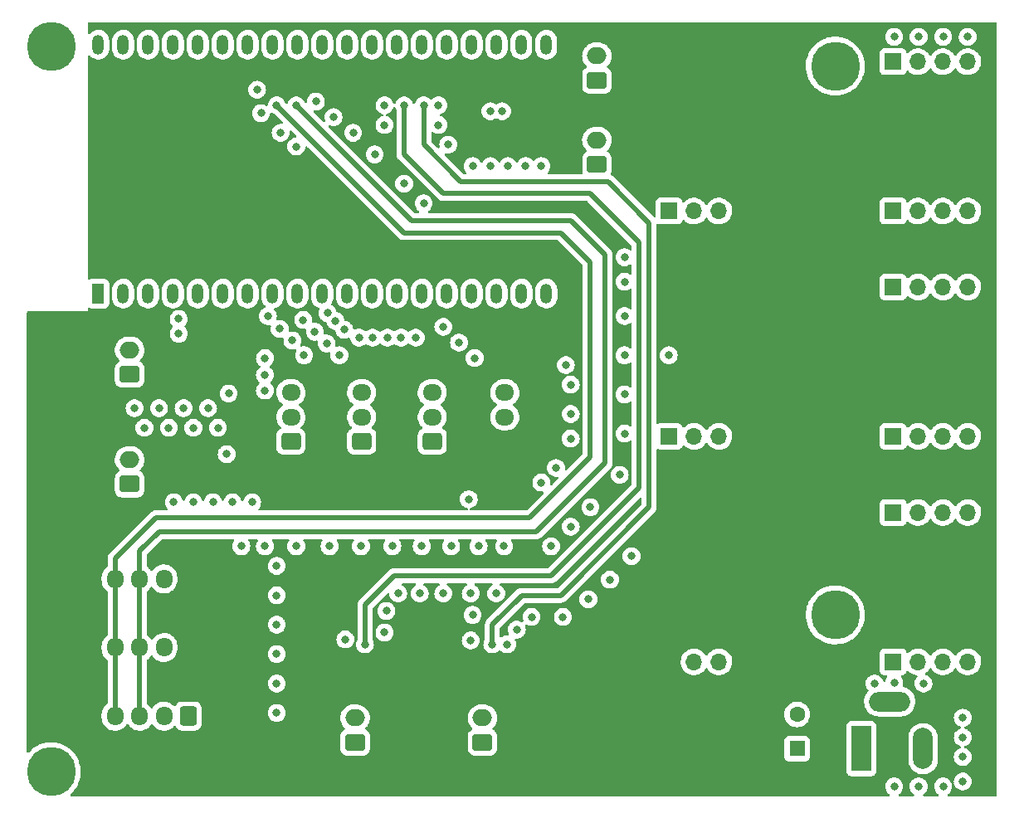
<source format=gbl>
%TF.GenerationSoftware,KiCad,Pcbnew,(6.0.8)*%
%TF.CreationDate,2023-01-08T14:39:41+01:00*%
%TF.ProjectId,MainPCB-Rev2,4d61696e-5043-4422-9d52-6576322e6b69,rev?*%
%TF.SameCoordinates,Original*%
%TF.FileFunction,Copper,L4,Bot*%
%TF.FilePolarity,Positive*%
%FSLAX46Y46*%
G04 Gerber Fmt 4.6, Leading zero omitted, Abs format (unit mm)*
G04 Created by KiCad (PCBNEW (6.0.8)) date 2023-01-08 14:39:41*
%MOMM*%
%LPD*%
G01*
G04 APERTURE LIST*
G04 Aperture macros list*
%AMRoundRect*
0 Rectangle with rounded corners*
0 $1 Rounding radius*
0 $2 $3 $4 $5 $6 $7 $8 $9 X,Y pos of 4 corners*
0 Add a 4 corners polygon primitive as box body*
4,1,4,$2,$3,$4,$5,$6,$7,$8,$9,$2,$3,0*
0 Add four circle primitives for the rounded corners*
1,1,$1+$1,$2,$3*
1,1,$1+$1,$4,$5*
1,1,$1+$1,$6,$7*
1,1,$1+$1,$8,$9*
0 Add four rect primitives between the rounded corners*
20,1,$1+$1,$2,$3,$4,$5,0*
20,1,$1+$1,$4,$5,$6,$7,0*
20,1,$1+$1,$6,$7,$8,$9,0*
20,1,$1+$1,$8,$9,$2,$3,0*%
G04 Aperture macros list end*
%TA.AperFunction,ComponentPad*%
%ADD10RoundRect,0.250000X0.600000X0.725000X-0.600000X0.725000X-0.600000X-0.725000X0.600000X-0.725000X0*%
%TD*%
%TA.AperFunction,ComponentPad*%
%ADD11O,1.700000X1.950000*%
%TD*%
%TA.AperFunction,ComponentPad*%
%ADD12RoundRect,0.250000X0.750000X-0.600000X0.750000X0.600000X-0.750000X0.600000X-0.750000X-0.600000X0*%
%TD*%
%TA.AperFunction,ComponentPad*%
%ADD13O,2.000000X1.700000*%
%TD*%
%TA.AperFunction,ComponentPad*%
%ADD14R,1.200000X2.000000*%
%TD*%
%TA.AperFunction,ComponentPad*%
%ADD15O,1.200000X2.000000*%
%TD*%
%TA.AperFunction,ComponentPad*%
%ADD16R,1.700000X1.700000*%
%TD*%
%TA.AperFunction,ComponentPad*%
%ADD17O,1.700000X1.700000*%
%TD*%
%TA.AperFunction,ComponentPad*%
%ADD18RoundRect,0.250000X0.725000X-0.600000X0.725000X0.600000X-0.725000X0.600000X-0.725000X-0.600000X0*%
%TD*%
%TA.AperFunction,ComponentPad*%
%ADD19O,1.950000X1.700000*%
%TD*%
%TA.AperFunction,ComponentPad*%
%ADD20R,2.000000X4.600000*%
%TD*%
%TA.AperFunction,ComponentPad*%
%ADD21O,2.000000X4.200000*%
%TD*%
%TA.AperFunction,ComponentPad*%
%ADD22O,4.200000X2.000000*%
%TD*%
%TA.AperFunction,ComponentPad*%
%ADD23C,5.000000*%
%TD*%
%TA.AperFunction,ComponentPad*%
%ADD24R,1.600000X1.600000*%
%TD*%
%TA.AperFunction,ComponentPad*%
%ADD25C,1.600000*%
%TD*%
%TA.AperFunction,ViaPad*%
%ADD26C,0.800000*%
%TD*%
%TA.AperFunction,Conductor*%
%ADD27C,0.500000*%
%TD*%
G04 APERTURE END LIST*
D10*
X47000000Y-121325000D03*
D11*
X44500000Y-121325000D03*
X42000000Y-121325000D03*
X39500000Y-121325000D03*
D12*
X64000000Y-124000000D03*
D13*
X64000000Y-121500000D03*
D14*
X37796560Y-78200000D03*
D15*
X40336560Y-78200000D03*
X42876560Y-78200000D03*
X45416560Y-78200000D03*
X47956560Y-78200000D03*
X50496560Y-78200000D03*
X53036560Y-78200000D03*
X55576560Y-78200000D03*
X58116560Y-78200000D03*
X60656560Y-78200000D03*
X63196560Y-78200000D03*
X65736560Y-78200000D03*
X68276560Y-78200000D03*
X70816560Y-78200000D03*
X73356560Y-78200000D03*
X75896560Y-78200000D03*
X78436560Y-78200000D03*
X80976560Y-78200000D03*
X83516560Y-78200000D03*
X83513840Y-52803680D03*
X80973840Y-52803680D03*
X78436560Y-52800000D03*
X75896560Y-52800000D03*
X73356560Y-52800000D03*
X70816560Y-52800000D03*
X68276560Y-52800000D03*
X65736560Y-52800000D03*
X63196560Y-52800000D03*
X60656560Y-52800000D03*
X58116560Y-52800000D03*
X55576560Y-52800000D03*
X53036560Y-52800000D03*
X50496560Y-52800000D03*
X47956560Y-52800000D03*
X45416560Y-52800000D03*
X42876560Y-52800000D03*
X40336560Y-52800000D03*
X37796560Y-52800000D03*
D16*
X118900000Y-115780000D03*
D17*
X123980000Y-100540000D03*
D16*
X118900000Y-100540000D03*
D17*
X123980000Y-115780000D03*
X126520000Y-100540000D03*
X121440000Y-115780000D03*
X126520000Y-115780000D03*
X121440000Y-100540000D03*
D16*
X96040000Y-115780000D03*
D17*
X98580000Y-115780000D03*
X101120000Y-115780000D03*
D18*
X64675000Y-93300000D03*
D19*
X64675000Y-90800000D03*
X64675000Y-88300000D03*
D20*
X115650000Y-124650000D03*
D21*
X121950000Y-124650000D03*
D22*
X118550000Y-119850000D03*
D12*
X88675000Y-56450000D03*
D13*
X88675000Y-53950000D03*
D18*
X57450000Y-93300000D03*
D19*
X57450000Y-90800000D03*
X57450000Y-88300000D03*
D23*
X33000000Y-53000000D03*
D12*
X41000000Y-86450000D03*
D13*
X41000000Y-83950000D03*
D12*
X41000000Y-97650000D03*
D13*
X41000000Y-95150000D03*
D18*
X79275000Y-93300000D03*
D19*
X79275000Y-90800000D03*
X79275000Y-88300000D03*
D12*
X88675000Y-65050000D03*
D13*
X88675000Y-62550000D03*
D17*
X123980000Y-77540000D03*
X123980000Y-92780000D03*
D16*
X118900000Y-92780000D03*
X118900000Y-77540000D03*
D17*
X121440000Y-77540000D03*
X121440000Y-92780000D03*
X126520000Y-77540000D03*
X126520000Y-92780000D03*
D16*
X96040000Y-92780000D03*
D17*
X98580000Y-92780000D03*
X101120000Y-92780000D03*
D12*
X77000000Y-124000000D03*
D13*
X77000000Y-121500000D03*
D18*
X71875000Y-93300000D03*
D19*
X71875000Y-90800000D03*
X71875000Y-88300000D03*
D23*
X113000000Y-55000000D03*
D17*
X123980000Y-69780000D03*
D16*
X118900000Y-69780000D03*
X118900000Y-54540000D03*
D17*
X123980000Y-54540000D03*
X126520000Y-54540000D03*
X121440000Y-69780000D03*
X121440000Y-54540000D03*
X126520000Y-69780000D03*
D16*
X96040000Y-69780000D03*
D17*
X98580000Y-69780000D03*
X101120000Y-69780000D03*
D10*
X47000000Y-107325000D03*
D11*
X44500000Y-107325000D03*
X42000000Y-107325000D03*
X39500000Y-107325000D03*
D10*
X47000000Y-114325000D03*
D11*
X44500000Y-114325000D03*
X42000000Y-114325000D03*
X39500000Y-114325000D03*
D24*
X109100000Y-124652651D03*
D25*
X109100000Y-121152651D03*
D23*
X113000000Y-111000000D03*
X33000000Y-127000000D03*
D26*
X62400000Y-84500000D03*
X57600000Y-83000000D03*
X69000000Y-67000000D03*
X47500000Y-99500000D03*
X67000000Y-112800000D03*
X50000000Y-91900000D03*
X70200000Y-82700000D03*
X124000000Y-128500000D03*
X70600000Y-108800000D03*
X45000000Y-91900000D03*
X67200000Y-110600000D03*
X41500000Y-89900000D03*
X62900000Y-81900000D03*
X73000000Y-108800000D03*
X124000000Y-52000000D03*
X90000000Y-107400000D03*
X121500000Y-128500000D03*
X68400000Y-108800000D03*
X65800000Y-82700000D03*
X46000000Y-82300000D03*
X61400000Y-104000000D03*
X63800000Y-61800000D03*
X82000000Y-111200000D03*
X119000000Y-52000000D03*
X72500000Y-61000000D03*
X78400000Y-108800000D03*
X58700000Y-80900000D03*
X52400000Y-104000000D03*
X84000000Y-104000000D03*
X79600000Y-65200000D03*
X73800000Y-104000000D03*
X58800000Y-84500000D03*
X56400000Y-61800000D03*
X75800000Y-108800000D03*
X56000000Y-118000000D03*
X87800000Y-109400000D03*
X67800000Y-104000000D03*
X80500000Y-112500000D03*
X88000000Y-100000000D03*
X72500000Y-59000000D03*
X64400000Y-82700000D03*
X119000000Y-117900000D03*
X84500000Y-96000000D03*
X91500000Y-88500000D03*
X91500000Y-77000000D03*
X44000000Y-89900000D03*
X68700000Y-82700000D03*
X45500000Y-99500000D03*
X54800000Y-84800000D03*
X42500000Y-91900000D03*
X122000000Y-118000000D03*
X54400000Y-59800000D03*
X60000000Y-58600000D03*
X56000000Y-112000000D03*
X49000000Y-89900000D03*
X76000000Y-111000000D03*
X117000000Y-118000000D03*
X126000000Y-123500000D03*
X86000000Y-90500000D03*
X73500000Y-63000000D03*
X61800000Y-60200000D03*
X62000000Y-81000000D03*
X85200000Y-111200000D03*
X71000000Y-69000000D03*
X76600000Y-104000000D03*
X56300000Y-81800000D03*
X46500000Y-89900000D03*
X79500000Y-114000000D03*
X58000000Y-63200000D03*
X86000000Y-87500000D03*
X91000000Y-96700000D03*
X75600000Y-99200000D03*
X56000000Y-106000000D03*
X59900000Y-82100000D03*
X83000000Y-65200000D03*
X76000000Y-65200000D03*
X81400000Y-65200000D03*
X91500000Y-84500000D03*
X126000000Y-121500000D03*
X58000000Y-104000000D03*
X67000000Y-59000000D03*
X51500000Y-99500000D03*
X46000000Y-80800000D03*
X77800000Y-59600000D03*
X77800000Y-65200000D03*
X83000000Y-97500000D03*
X66000000Y-64000000D03*
X64600000Y-104000000D03*
X50900000Y-94600000D03*
X74600000Y-83200000D03*
X91500000Y-80500000D03*
X119000000Y-128500000D03*
X67300000Y-82700000D03*
X63000000Y-113500000D03*
X54800000Y-86500000D03*
X56000000Y-121000000D03*
X126000000Y-125500000D03*
X91500000Y-74500000D03*
X49500000Y-99500000D03*
X92200000Y-105000000D03*
X70800000Y-104000000D03*
X54800000Y-104000000D03*
X56000000Y-109000000D03*
X73000000Y-81600000D03*
X79000000Y-59600000D03*
X76200000Y-84800000D03*
X54000000Y-57400000D03*
X91500000Y-92500000D03*
X121500000Y-52000000D03*
X55100000Y-80500000D03*
X61100000Y-83300000D03*
X51100000Y-88400000D03*
X126000000Y-128000000D03*
X86000000Y-102000000D03*
X75800000Y-113600000D03*
X61200000Y-80200000D03*
X67000000Y-61000000D03*
X54800000Y-88100000D03*
X53500000Y-99500000D03*
X47500000Y-91900000D03*
X56000000Y-115000000D03*
X86000000Y-93000000D03*
X79200000Y-104000000D03*
X126500000Y-52000000D03*
X85500000Y-85500000D03*
X96000000Y-84500000D03*
X96000000Y-107500000D03*
X78000000Y-114000000D03*
X71000000Y-59000000D03*
X69000000Y-59000000D03*
X65000000Y-114000000D03*
X58000000Y-59000000D03*
X56000000Y-59000000D03*
D27*
X89800000Y-66800000D02*
X94000000Y-71000000D01*
X78000000Y-112000000D02*
X78000000Y-114000000D01*
X81000000Y-109000000D02*
X78000000Y-112000000D01*
X94000000Y-100000000D02*
X85000000Y-109000000D01*
X94000000Y-71000000D02*
X94000000Y-100000000D01*
X74800000Y-66800000D02*
X89800000Y-66800000D01*
X71000000Y-59000000D02*
X71000000Y-63000000D01*
X85000000Y-109000000D02*
X81000000Y-109000000D01*
X71000000Y-63000000D02*
X74800000Y-66800000D01*
X82000000Y-68000000D02*
X88000000Y-68000000D01*
X93000000Y-73000000D02*
X93000000Y-98000000D01*
X93000000Y-98000000D02*
X84000000Y-107000000D01*
X69000000Y-59000000D02*
X69000000Y-64000000D01*
X88000000Y-68000000D02*
X93000000Y-73000000D01*
X84000000Y-107000000D02*
X68000000Y-107000000D01*
X68000000Y-107000000D02*
X65000000Y-110000000D01*
X65000000Y-110000000D02*
X65000000Y-114000000D01*
X73000000Y-68000000D02*
X82000000Y-68000000D01*
X69000000Y-64000000D02*
X73000000Y-68000000D01*
X42000000Y-104500000D02*
X44000000Y-102500000D01*
X82500000Y-102500000D02*
X89500000Y-95500000D01*
X86000000Y-70750000D02*
X69750000Y-70750000D01*
X89500000Y-95500000D02*
X89500000Y-74250000D01*
X89500000Y-74250000D02*
X86000000Y-70750000D01*
X42000000Y-121325000D02*
X42000000Y-104500000D01*
X69750000Y-70750000D02*
X58000000Y-59000000D01*
X44000000Y-102500000D02*
X82500000Y-102500000D01*
X56000000Y-59000000D02*
X69000000Y-72000000D01*
X43650000Y-101100000D02*
X39500000Y-105250000D01*
X39500000Y-105250000D02*
X39500000Y-121325000D01*
X69000000Y-72000000D02*
X85000000Y-72000000D01*
X88000000Y-75000000D02*
X88000000Y-94900000D01*
X88000000Y-94900000D02*
X81800000Y-101100000D01*
X81800000Y-101100000D02*
X43650000Y-101100000D01*
X85000000Y-72000000D02*
X88000000Y-75000000D01*
%TA.AperFunction,Conductor*%
G36*
X129433621Y-50528502D02*
G01*
X129480114Y-50582158D01*
X129491500Y-50634500D01*
X129491500Y-129365500D01*
X129471498Y-129433621D01*
X129417842Y-129480114D01*
X129365500Y-129491500D01*
X124568738Y-129491500D01*
X124500617Y-129471498D01*
X124454124Y-129417842D01*
X124444020Y-129347568D01*
X124473514Y-129282988D01*
X124494677Y-129263564D01*
X124536976Y-129232832D01*
X124611253Y-129178866D01*
X124715624Y-129062950D01*
X124734621Y-129041852D01*
X124734622Y-129041851D01*
X124739040Y-129036944D01*
X124813197Y-128908500D01*
X124831223Y-128877279D01*
X124831224Y-128877278D01*
X124834527Y-128871556D01*
X124893542Y-128689928D01*
X124913504Y-128500000D01*
X124898381Y-128356109D01*
X124911153Y-128286271D01*
X124927922Y-128268346D01*
X124904202Y-128260388D01*
X124881160Y-128231654D01*
X125072078Y-128231654D01*
X125095798Y-128239612D01*
X125140214Y-128294999D01*
X125143520Y-128303992D01*
X125165473Y-128371556D01*
X125260960Y-128536944D01*
X125388747Y-128678866D01*
X125543248Y-128791118D01*
X125549276Y-128793802D01*
X125549278Y-128793803D01*
X125562209Y-128799560D01*
X125717712Y-128868794D01*
X125811113Y-128888647D01*
X125898056Y-128907128D01*
X125898061Y-128907128D01*
X125904513Y-128908500D01*
X126095487Y-128908500D01*
X126101939Y-128907128D01*
X126101944Y-128907128D01*
X126188887Y-128888647D01*
X126282288Y-128868794D01*
X126437791Y-128799560D01*
X126450722Y-128793803D01*
X126450724Y-128793802D01*
X126456752Y-128791118D01*
X126611253Y-128678866D01*
X126739040Y-128536944D01*
X126834527Y-128371556D01*
X126893542Y-128189928D01*
X126913504Y-128000000D01*
X126900307Y-127874437D01*
X126894232Y-127816635D01*
X126894232Y-127816633D01*
X126893542Y-127810072D01*
X126834527Y-127628444D01*
X126813990Y-127592872D01*
X126742341Y-127468774D01*
X126739040Y-127463056D01*
X126677969Y-127395229D01*
X126615675Y-127326045D01*
X126615674Y-127326044D01*
X126611253Y-127321134D01*
X126456752Y-127208882D01*
X126450724Y-127206198D01*
X126450722Y-127206197D01*
X126288319Y-127133891D01*
X126288318Y-127133891D01*
X126282288Y-127131206D01*
X126188888Y-127111353D01*
X126101944Y-127092872D01*
X126101939Y-127092872D01*
X126095487Y-127091500D01*
X125904513Y-127091500D01*
X125898061Y-127092872D01*
X125898056Y-127092872D01*
X125811112Y-127111353D01*
X125717712Y-127131206D01*
X125711682Y-127133891D01*
X125711681Y-127133891D01*
X125549278Y-127206197D01*
X125549276Y-127206198D01*
X125543248Y-127208882D01*
X125388747Y-127321134D01*
X125384326Y-127326044D01*
X125384325Y-127326045D01*
X125322032Y-127395229D01*
X125260960Y-127463056D01*
X125257659Y-127468774D01*
X125186011Y-127592872D01*
X125165473Y-127628444D01*
X125106458Y-127810072D01*
X125105768Y-127816633D01*
X125105768Y-127816635D01*
X125099693Y-127874437D01*
X125086496Y-128000000D01*
X125087186Y-128006565D01*
X125101619Y-128143891D01*
X125088847Y-128213729D01*
X125072078Y-128231654D01*
X124881160Y-128231654D01*
X124859786Y-128205001D01*
X124856476Y-128195997D01*
X124854505Y-128189928D01*
X124834527Y-128128444D01*
X124739040Y-127963056D01*
X124652998Y-127867496D01*
X124615675Y-127826045D01*
X124615674Y-127826044D01*
X124611253Y-127821134D01*
X124456752Y-127708882D01*
X124450724Y-127706198D01*
X124450722Y-127706197D01*
X124288319Y-127633891D01*
X124288318Y-127633891D01*
X124282288Y-127631206D01*
X124188888Y-127611353D01*
X124101944Y-127592872D01*
X124101939Y-127592872D01*
X124095487Y-127591500D01*
X123904513Y-127591500D01*
X123898061Y-127592872D01*
X123898056Y-127592872D01*
X123811112Y-127611353D01*
X123717712Y-127631206D01*
X123711682Y-127633891D01*
X123711681Y-127633891D01*
X123549278Y-127706197D01*
X123549276Y-127706198D01*
X123543248Y-127708882D01*
X123388747Y-127821134D01*
X123384326Y-127826044D01*
X123384325Y-127826045D01*
X123347003Y-127867496D01*
X123260960Y-127963056D01*
X123165473Y-128128444D01*
X123106458Y-128310072D01*
X123086496Y-128500000D01*
X123106458Y-128689928D01*
X123165473Y-128871556D01*
X123168776Y-128877278D01*
X123168777Y-128877279D01*
X123186803Y-128908500D01*
X123260960Y-129036944D01*
X123265378Y-129041851D01*
X123265379Y-129041852D01*
X123284376Y-129062950D01*
X123388747Y-129178866D01*
X123463024Y-129232832D01*
X123505323Y-129263564D01*
X123548677Y-129319787D01*
X123554752Y-129390523D01*
X123521620Y-129453314D01*
X123459800Y-129488226D01*
X123431262Y-129491500D01*
X122068738Y-129491500D01*
X122000617Y-129471498D01*
X121954124Y-129417842D01*
X121944020Y-129347568D01*
X121973514Y-129282988D01*
X121994677Y-129263564D01*
X122036976Y-129232832D01*
X122111253Y-129178866D01*
X122215624Y-129062950D01*
X122234621Y-129041852D01*
X122234622Y-129041851D01*
X122239040Y-129036944D01*
X122313197Y-128908500D01*
X122331223Y-128877279D01*
X122331224Y-128877278D01*
X122334527Y-128871556D01*
X122393542Y-128689928D01*
X122413504Y-128500000D01*
X122393542Y-128310072D01*
X122334527Y-128128444D01*
X122239040Y-127963056D01*
X122152998Y-127867496D01*
X122115675Y-127826045D01*
X122115674Y-127826044D01*
X122111253Y-127821134D01*
X121956752Y-127708882D01*
X121950724Y-127706198D01*
X121950722Y-127706197D01*
X121788319Y-127633891D01*
X121788318Y-127633891D01*
X121782288Y-127631206D01*
X121688888Y-127611353D01*
X121601944Y-127592872D01*
X121601939Y-127592872D01*
X121595487Y-127591500D01*
X121404513Y-127591500D01*
X121398061Y-127592872D01*
X121398056Y-127592872D01*
X121311112Y-127611353D01*
X121217712Y-127631206D01*
X121211682Y-127633891D01*
X121211681Y-127633891D01*
X121049278Y-127706197D01*
X121049276Y-127706198D01*
X121043248Y-127708882D01*
X120888747Y-127821134D01*
X120884326Y-127826044D01*
X120884325Y-127826045D01*
X120847003Y-127867496D01*
X120760960Y-127963056D01*
X120665473Y-128128444D01*
X120606458Y-128310072D01*
X120586496Y-128500000D01*
X120606458Y-128689928D01*
X120665473Y-128871556D01*
X120668776Y-128877278D01*
X120668777Y-128877279D01*
X120686803Y-128908500D01*
X120760960Y-129036944D01*
X120765378Y-129041851D01*
X120765379Y-129041852D01*
X120784376Y-129062950D01*
X120888747Y-129178866D01*
X120963024Y-129232832D01*
X121005323Y-129263564D01*
X121048677Y-129319787D01*
X121054752Y-129390523D01*
X121021620Y-129453314D01*
X120959800Y-129488226D01*
X120931262Y-129491500D01*
X119568738Y-129491500D01*
X119500617Y-129471498D01*
X119454124Y-129417842D01*
X119444020Y-129347568D01*
X119473514Y-129282988D01*
X119494677Y-129263564D01*
X119536976Y-129232832D01*
X119611253Y-129178866D01*
X119715624Y-129062950D01*
X119734621Y-129041852D01*
X119734622Y-129041851D01*
X119739040Y-129036944D01*
X119813197Y-128908500D01*
X119831223Y-128877279D01*
X119831224Y-128877278D01*
X119834527Y-128871556D01*
X119893542Y-128689928D01*
X119913504Y-128500000D01*
X119893542Y-128310072D01*
X119834527Y-128128444D01*
X119739040Y-127963056D01*
X119652998Y-127867496D01*
X119615675Y-127826045D01*
X119615674Y-127826044D01*
X119611253Y-127821134D01*
X119456752Y-127708882D01*
X119450724Y-127706198D01*
X119450722Y-127706197D01*
X119288319Y-127633891D01*
X119288318Y-127633891D01*
X119282288Y-127631206D01*
X119188888Y-127611353D01*
X119101944Y-127592872D01*
X119101939Y-127592872D01*
X119095487Y-127591500D01*
X118904513Y-127591500D01*
X118898061Y-127592872D01*
X118898056Y-127592872D01*
X118811112Y-127611353D01*
X118717712Y-127631206D01*
X118711682Y-127633891D01*
X118711681Y-127633891D01*
X118549278Y-127706197D01*
X118549276Y-127706198D01*
X118543248Y-127708882D01*
X118388747Y-127821134D01*
X118384326Y-127826044D01*
X118384325Y-127826045D01*
X118347003Y-127867496D01*
X118260960Y-127963056D01*
X118165473Y-128128444D01*
X118106458Y-128310072D01*
X118086496Y-128500000D01*
X118106458Y-128689928D01*
X118165473Y-128871556D01*
X118168776Y-128877278D01*
X118168777Y-128877279D01*
X118186803Y-128908500D01*
X118260960Y-129036944D01*
X118265378Y-129041851D01*
X118265379Y-129041852D01*
X118284376Y-129062950D01*
X118388747Y-129178866D01*
X118463024Y-129232832D01*
X118505323Y-129263564D01*
X118548677Y-129319787D01*
X118554752Y-129390523D01*
X118521620Y-129453314D01*
X118459800Y-129488226D01*
X118431262Y-129491500D01*
X35061044Y-129491500D01*
X34992923Y-129471498D01*
X34946430Y-129417842D01*
X34936326Y-129347568D01*
X34965820Y-129282988D01*
X34974311Y-129274103D01*
X35070578Y-129182749D01*
X35196819Y-129062950D01*
X35419370Y-128796783D01*
X35485437Y-128696206D01*
X35514611Y-128651791D01*
X35609853Y-128506799D01*
X35687799Y-128351821D01*
X35764117Y-128200080D01*
X35764120Y-128200072D01*
X35765744Y-128196844D01*
X35837779Y-128000000D01*
X35883729Y-127874437D01*
X35883730Y-127874433D01*
X35884977Y-127871026D01*
X35885822Y-127867504D01*
X35885825Y-127867496D01*
X35965124Y-127537191D01*
X35965125Y-127537187D01*
X35965971Y-127533662D01*
X35991095Y-127326045D01*
X36007316Y-127192004D01*
X36007316Y-127191997D01*
X36007652Y-127189225D01*
X36008261Y-127169866D01*
X36013511Y-127002797D01*
X36013599Y-127000000D01*
X36013492Y-126998134D01*
X114141500Y-126998134D01*
X114148255Y-127060316D01*
X114199385Y-127196705D01*
X114286739Y-127313261D01*
X114403295Y-127400615D01*
X114539684Y-127451745D01*
X114601866Y-127458500D01*
X116698134Y-127458500D01*
X116760316Y-127451745D01*
X116896705Y-127400615D01*
X117013261Y-127313261D01*
X117100615Y-127196705D01*
X117151745Y-127060316D01*
X117158500Y-126998134D01*
X117158500Y-125811001D01*
X120441500Y-125811001D01*
X120441702Y-125813509D01*
X120441702Y-125813514D01*
X120455312Y-125982666D01*
X120456060Y-125991965D01*
X120513963Y-126227706D01*
X120515938Y-126232358D01*
X120515939Y-126232362D01*
X120549677Y-126311842D01*
X120608812Y-126451156D01*
X120738167Y-126656567D01*
X120741512Y-126660361D01*
X120895350Y-126834858D01*
X120895353Y-126834861D01*
X120898698Y-126838655D01*
X120902606Y-126841865D01*
X120902607Y-126841866D01*
X121009242Y-126929456D01*
X121086278Y-126992734D01*
X121101393Y-127001531D01*
X121258332Y-127092872D01*
X121296078Y-127114841D01*
X121300801Y-127116654D01*
X121517978Y-127200020D01*
X121517982Y-127200021D01*
X121522702Y-127201833D01*
X121527652Y-127202867D01*
X121527655Y-127202868D01*
X121755369Y-127250440D01*
X121755373Y-127250440D01*
X121760320Y-127251474D01*
X122002817Y-127262486D01*
X122007837Y-127261905D01*
X122007841Y-127261905D01*
X122238929Y-127235167D01*
X122238933Y-127235166D01*
X122243956Y-127234585D01*
X122248820Y-127233209D01*
X122248823Y-127233208D01*
X122472669Y-127169866D01*
X122472668Y-127169866D01*
X122477532Y-127168490D01*
X122482108Y-127166356D01*
X122482114Y-127166354D01*
X122692954Y-127068038D01*
X122692958Y-127068036D01*
X122697536Y-127065901D01*
X122898307Y-126929456D01*
X123074681Y-126762668D01*
X123152901Y-126660361D01*
X123219047Y-126573846D01*
X123219050Y-126573842D01*
X123222120Y-126569826D01*
X123336831Y-126355891D01*
X123415862Y-126126369D01*
X123440683Y-125982666D01*
X123456504Y-125891074D01*
X123456505Y-125891068D01*
X123457179Y-125887164D01*
X123457888Y-125871556D01*
X123458436Y-125859494D01*
X123458436Y-125859475D01*
X123458500Y-125858075D01*
X123458500Y-125500000D01*
X125086496Y-125500000D01*
X125087186Y-125506565D01*
X125103318Y-125660048D01*
X125106458Y-125689928D01*
X125165473Y-125871556D01*
X125260960Y-126036944D01*
X125265378Y-126041851D01*
X125265379Y-126041852D01*
X125384325Y-126173955D01*
X125388747Y-126178866D01*
X125543248Y-126291118D01*
X125549276Y-126293802D01*
X125549278Y-126293803D01*
X125711681Y-126366109D01*
X125717712Y-126368794D01*
X125811113Y-126388647D01*
X125898056Y-126407128D01*
X125898061Y-126407128D01*
X125904513Y-126408500D01*
X126095487Y-126408500D01*
X126101939Y-126407128D01*
X126101944Y-126407128D01*
X126188887Y-126388647D01*
X126282288Y-126368794D01*
X126288319Y-126366109D01*
X126450722Y-126293803D01*
X126450724Y-126293802D01*
X126456752Y-126291118D01*
X126611253Y-126178866D01*
X126615675Y-126173955D01*
X126734621Y-126041852D01*
X126734622Y-126041851D01*
X126739040Y-126036944D01*
X126834527Y-125871556D01*
X126893542Y-125689928D01*
X126896683Y-125660048D01*
X126912814Y-125506565D01*
X126913504Y-125500000D01*
X126912814Y-125493435D01*
X126894232Y-125316635D01*
X126894232Y-125316633D01*
X126893542Y-125310072D01*
X126834527Y-125128444D01*
X126739040Y-124963056D01*
X126696483Y-124915791D01*
X126615675Y-124826045D01*
X126615674Y-124826044D01*
X126611253Y-124821134D01*
X126456752Y-124708882D01*
X126450724Y-124706198D01*
X126450722Y-124706197D01*
X126288319Y-124633891D01*
X126288318Y-124633891D01*
X126282288Y-124631206D01*
X126244844Y-124623247D01*
X126182371Y-124589518D01*
X126148049Y-124527369D01*
X126152777Y-124456530D01*
X126195053Y-124399492D01*
X126244844Y-124376753D01*
X126282288Y-124368794D01*
X126288319Y-124366109D01*
X126450722Y-124293803D01*
X126450724Y-124293802D01*
X126456752Y-124291118D01*
X126611253Y-124178866D01*
X126739040Y-124036944D01*
X126834527Y-123871556D01*
X126893542Y-123689928D01*
X126913504Y-123500000D01*
X126903208Y-123402036D01*
X126894232Y-123316635D01*
X126894232Y-123316633D01*
X126893542Y-123310072D01*
X126834527Y-123128444D01*
X126739040Y-122963056D01*
X126726289Y-122948894D01*
X126615675Y-122826045D01*
X126615674Y-122826044D01*
X126611253Y-122821134D01*
X126502493Y-122742115D01*
X126462094Y-122712763D01*
X126462093Y-122712762D01*
X126456752Y-122708882D01*
X126450724Y-122706198D01*
X126450722Y-122706197D01*
X126288319Y-122633891D01*
X126288318Y-122633891D01*
X126282288Y-122631206D01*
X126244844Y-122623247D01*
X126182371Y-122589518D01*
X126148049Y-122527369D01*
X126152777Y-122456530D01*
X126195053Y-122399492D01*
X126244844Y-122376753D01*
X126282288Y-122368794D01*
X126302718Y-122359698D01*
X126450722Y-122293803D01*
X126450724Y-122293802D01*
X126456752Y-122291118D01*
X126611253Y-122178866D01*
X126651969Y-122133646D01*
X126734621Y-122041852D01*
X126734622Y-122041851D01*
X126739040Y-122036944D01*
X126813636Y-121907741D01*
X126831223Y-121877279D01*
X126831224Y-121877278D01*
X126834527Y-121871556D01*
X126893542Y-121689928D01*
X126913504Y-121500000D01*
X126893542Y-121310072D01*
X126834527Y-121128444D01*
X126825858Y-121113428D01*
X126764160Y-121006565D01*
X126739040Y-120963056D01*
X126632585Y-120844825D01*
X126615675Y-120826045D01*
X126615674Y-120826044D01*
X126611253Y-120821134D01*
X126456752Y-120708882D01*
X126450724Y-120706198D01*
X126450722Y-120706197D01*
X126288319Y-120633891D01*
X126288318Y-120633891D01*
X126282288Y-120631206D01*
X126188887Y-120611353D01*
X126101944Y-120592872D01*
X126101939Y-120592872D01*
X126095487Y-120591500D01*
X125904513Y-120591500D01*
X125898061Y-120592872D01*
X125898056Y-120592872D01*
X125811113Y-120611353D01*
X125717712Y-120631206D01*
X125711682Y-120633891D01*
X125711681Y-120633891D01*
X125549278Y-120706197D01*
X125549276Y-120706198D01*
X125543248Y-120708882D01*
X125388747Y-120821134D01*
X125384326Y-120826044D01*
X125384325Y-120826045D01*
X125367416Y-120844825D01*
X125260960Y-120963056D01*
X125235840Y-121006565D01*
X125174143Y-121113428D01*
X125165473Y-121128444D01*
X125106458Y-121310072D01*
X125086496Y-121500000D01*
X125106458Y-121689928D01*
X125165473Y-121871556D01*
X125168776Y-121877278D01*
X125168777Y-121877279D01*
X125186364Y-121907741D01*
X125260960Y-122036944D01*
X125265378Y-122041851D01*
X125265379Y-122041852D01*
X125348031Y-122133646D01*
X125388747Y-122178866D01*
X125543248Y-122291118D01*
X125549276Y-122293802D01*
X125549278Y-122293803D01*
X125697282Y-122359698D01*
X125717712Y-122368794D01*
X125755156Y-122376753D01*
X125817629Y-122410482D01*
X125851951Y-122472631D01*
X125847223Y-122543470D01*
X125804947Y-122600508D01*
X125755156Y-122623247D01*
X125717712Y-122631206D01*
X125711682Y-122633891D01*
X125711681Y-122633891D01*
X125549278Y-122706197D01*
X125549276Y-122706198D01*
X125543248Y-122708882D01*
X125537907Y-122712762D01*
X125537906Y-122712763D01*
X125497507Y-122742115D01*
X125388747Y-122821134D01*
X125384326Y-122826044D01*
X125384325Y-122826045D01*
X125273712Y-122948894D01*
X125260960Y-122963056D01*
X125165473Y-123128444D01*
X125106458Y-123310072D01*
X125105768Y-123316633D01*
X125105768Y-123316635D01*
X125096792Y-123402036D01*
X125086496Y-123500000D01*
X125106458Y-123689928D01*
X125165473Y-123871556D01*
X125260960Y-124036944D01*
X125388747Y-124178866D01*
X125543248Y-124291118D01*
X125549276Y-124293802D01*
X125549278Y-124293803D01*
X125711681Y-124366109D01*
X125717712Y-124368794D01*
X125755156Y-124376753D01*
X125817629Y-124410482D01*
X125851951Y-124472631D01*
X125847223Y-124543470D01*
X125804947Y-124600508D01*
X125755156Y-124623247D01*
X125717712Y-124631206D01*
X125711682Y-124633891D01*
X125711681Y-124633891D01*
X125549278Y-124706197D01*
X125549276Y-124706198D01*
X125543248Y-124708882D01*
X125388747Y-124821134D01*
X125384326Y-124826044D01*
X125384325Y-124826045D01*
X125303518Y-124915791D01*
X125260960Y-124963056D01*
X125165473Y-125128444D01*
X125106458Y-125310072D01*
X125105768Y-125316633D01*
X125105768Y-125316635D01*
X125087186Y-125493435D01*
X125086496Y-125500000D01*
X123458500Y-125500000D01*
X123458500Y-123488999D01*
X123458099Y-123484009D01*
X123444346Y-123313076D01*
X123444345Y-123313071D01*
X123443940Y-123308035D01*
X123429856Y-123250692D01*
X123387244Y-123077208D01*
X123386037Y-123072294D01*
X123291188Y-122848844D01*
X123204332Y-122710920D01*
X123164528Y-122647712D01*
X123164526Y-122647709D01*
X123161833Y-122643433D01*
X123092976Y-122565329D01*
X123004650Y-122465142D01*
X123004647Y-122465139D01*
X123001302Y-122461345D01*
X122936967Y-122408500D01*
X122817628Y-122310474D01*
X122817625Y-122310472D01*
X122813722Y-122307266D01*
X122684337Y-122231962D01*
X122608290Y-122187701D01*
X122608288Y-122187700D01*
X122603922Y-122185159D01*
X122543611Y-122162008D01*
X122382022Y-122099980D01*
X122382018Y-122099979D01*
X122377298Y-122098167D01*
X122372348Y-122097133D01*
X122372345Y-122097132D01*
X122144631Y-122049560D01*
X122144627Y-122049560D01*
X122139680Y-122048526D01*
X121897183Y-122037514D01*
X121892163Y-122038095D01*
X121892159Y-122038095D01*
X121661071Y-122064833D01*
X121661067Y-122064834D01*
X121656044Y-122065415D01*
X121651180Y-122066791D01*
X121651177Y-122066792D01*
X121540300Y-122098167D01*
X121422468Y-122131510D01*
X121417892Y-122133644D01*
X121417886Y-122133646D01*
X121207046Y-122231962D01*
X121207042Y-122231964D01*
X121202464Y-122234099D01*
X121001693Y-122370544D01*
X120825319Y-122537332D01*
X120822241Y-122541358D01*
X120822240Y-122541359D01*
X120680953Y-122726154D01*
X120680950Y-122726158D01*
X120677880Y-122730174D01*
X120675490Y-122734632D01*
X120675489Y-122734633D01*
X120638590Y-122803449D01*
X120563169Y-122944109D01*
X120484138Y-123173631D01*
X120483276Y-123178623D01*
X120453744Y-123349600D01*
X120442821Y-123412836D01*
X120441500Y-123441925D01*
X120441500Y-125811001D01*
X117158500Y-125811001D01*
X117158500Y-122301866D01*
X117151745Y-122239684D01*
X117100615Y-122103295D01*
X117013261Y-121986739D01*
X116896705Y-121899385D01*
X116760316Y-121848255D01*
X116698134Y-121841500D01*
X114601866Y-121841500D01*
X114539684Y-121848255D01*
X114403295Y-121899385D01*
X114286739Y-121986739D01*
X114199385Y-122103295D01*
X114148255Y-122239684D01*
X114141500Y-122301866D01*
X114141500Y-126998134D01*
X36013492Y-126998134D01*
X36013327Y-126995276D01*
X35993836Y-126657246D01*
X35993835Y-126657241D01*
X35993627Y-126653626D01*
X35950606Y-126407128D01*
X35934600Y-126315415D01*
X35934598Y-126315408D01*
X35933976Y-126311842D01*
X35927838Y-126291118D01*
X35852547Y-126036944D01*
X35835437Y-125979180D01*
X35823683Y-125951622D01*
X35700740Y-125663386D01*
X35700738Y-125663383D01*
X35699316Y-125660048D01*
X35648163Y-125570366D01*
X35608475Y-125500785D01*
X107791500Y-125500785D01*
X107798255Y-125562967D01*
X107849385Y-125699356D01*
X107936739Y-125815912D01*
X108053295Y-125903266D01*
X108189684Y-125954396D01*
X108251866Y-125961151D01*
X109948134Y-125961151D01*
X110010316Y-125954396D01*
X110146705Y-125903266D01*
X110263261Y-125815912D01*
X110350615Y-125699356D01*
X110401745Y-125562967D01*
X110408500Y-125500785D01*
X110408500Y-123804517D01*
X110401745Y-123742335D01*
X110350615Y-123605946D01*
X110263261Y-123489390D01*
X110146705Y-123402036D01*
X110010316Y-123350906D01*
X109948134Y-123344151D01*
X108251866Y-123344151D01*
X108189684Y-123350906D01*
X108053295Y-123402036D01*
X107936739Y-123489390D01*
X107849385Y-123605946D01*
X107798255Y-123742335D01*
X107791500Y-123804517D01*
X107791500Y-125500785D01*
X35608475Y-125500785D01*
X35529208Y-125361816D01*
X35527417Y-125358676D01*
X35519941Y-125348498D01*
X35451065Y-125254735D01*
X35322018Y-125079060D01*
X35317640Y-125074348D01*
X35088309Y-124827559D01*
X35085842Y-124824904D01*
X34822019Y-124599578D01*
X34534047Y-124406069D01*
X34477249Y-124376753D01*
X34228961Y-124248602D01*
X34225741Y-124246940D01*
X33901189Y-124124302D01*
X33897668Y-124123418D01*
X33897663Y-124123416D01*
X33736378Y-124082904D01*
X33564692Y-124039780D01*
X33499718Y-124031226D01*
X33224315Y-123994968D01*
X33224307Y-123994967D01*
X33220711Y-123994494D01*
X33076045Y-123992221D01*
X32877446Y-123989101D01*
X32877442Y-123989101D01*
X32873804Y-123989044D01*
X32870190Y-123989405D01*
X32870184Y-123989405D01*
X32626843Y-124013694D01*
X32528569Y-124023503D01*
X32189583Y-124097414D01*
X32186156Y-124098587D01*
X32186150Y-124098589D01*
X31864765Y-124208624D01*
X31861339Y-124209797D01*
X31548188Y-124359163D01*
X31254279Y-124543532D01*
X31251443Y-124545804D01*
X31251436Y-124545809D01*
X31007384Y-124741332D01*
X30983509Y-124760459D01*
X30980958Y-124763037D01*
X30785298Y-124960757D01*
X30739466Y-125007071D01*
X30737231Y-125009922D01*
X30737227Y-125009926D01*
X30733652Y-125014486D01*
X30675878Y-125055749D01*
X30604967Y-125059227D01*
X30543432Y-125023815D01*
X30510811Y-124960757D01*
X30508500Y-124936737D01*
X30508500Y-121507890D01*
X38141500Y-121507890D01*
X38141725Y-121510539D01*
X38155591Y-121673955D01*
X38156080Y-121679720D01*
X38157418Y-121684875D01*
X38157419Y-121684881D01*
X38212657Y-121897703D01*
X38213999Y-121902872D01*
X38308688Y-122113075D01*
X38437441Y-122304319D01*
X38441120Y-122308176D01*
X38441122Y-122308178D01*
X38496386Y-122366109D01*
X38596576Y-122471135D01*
X38600854Y-122474318D01*
X38644335Y-122506669D01*
X38781542Y-122608754D01*
X38786293Y-122611170D01*
X38786297Y-122611172D01*
X38867000Y-122652203D01*
X38987051Y-122713240D01*
X38992145Y-122714822D01*
X38992148Y-122714823D01*
X39192020Y-122776885D01*
X39207227Y-122781607D01*
X39212516Y-122782308D01*
X39430489Y-122811198D01*
X39430494Y-122811198D01*
X39435774Y-122811898D01*
X39441103Y-122811698D01*
X39441105Y-122811698D01*
X39550966Y-122807574D01*
X39666158Y-122803249D01*
X39678331Y-122800695D01*
X39886572Y-122757002D01*
X39891791Y-122755907D01*
X39896750Y-122753949D01*
X39896752Y-122753948D01*
X40101256Y-122673185D01*
X40101258Y-122673184D01*
X40106221Y-122671224D01*
X40142343Y-122649305D01*
X40298757Y-122554390D01*
X40298756Y-122554390D01*
X40303317Y-122551623D01*
X40388800Y-122477445D01*
X40473412Y-122404023D01*
X40473414Y-122404021D01*
X40477445Y-122400523D01*
X40551281Y-122310474D01*
X40620240Y-122226373D01*
X40620244Y-122226367D01*
X40623624Y-122222245D01*
X40641552Y-122190750D01*
X40692632Y-122141445D01*
X40762262Y-122127583D01*
X40828333Y-122153566D01*
X40855573Y-122182716D01*
X40937441Y-122304319D01*
X40941120Y-122308176D01*
X40941122Y-122308178D01*
X40996386Y-122366109D01*
X41096576Y-122471135D01*
X41100854Y-122474318D01*
X41144335Y-122506669D01*
X41281542Y-122608754D01*
X41286293Y-122611170D01*
X41286297Y-122611172D01*
X41367000Y-122652203D01*
X41487051Y-122713240D01*
X41492145Y-122714822D01*
X41492148Y-122714823D01*
X41692020Y-122776885D01*
X41707227Y-122781607D01*
X41712516Y-122782308D01*
X41930489Y-122811198D01*
X41930494Y-122811198D01*
X41935774Y-122811898D01*
X41941103Y-122811698D01*
X41941105Y-122811698D01*
X42050966Y-122807574D01*
X42166158Y-122803249D01*
X42178331Y-122800695D01*
X42386572Y-122757002D01*
X42391791Y-122755907D01*
X42396750Y-122753949D01*
X42396752Y-122753948D01*
X42601256Y-122673185D01*
X42601258Y-122673184D01*
X42606221Y-122671224D01*
X42642343Y-122649305D01*
X42798757Y-122554390D01*
X42798756Y-122554390D01*
X42803317Y-122551623D01*
X42888800Y-122477445D01*
X42973412Y-122404023D01*
X42973414Y-122404021D01*
X42977445Y-122400523D01*
X43051281Y-122310474D01*
X43120240Y-122226373D01*
X43120244Y-122226367D01*
X43123624Y-122222245D01*
X43141552Y-122190750D01*
X43192632Y-122141445D01*
X43262262Y-122127583D01*
X43328333Y-122153566D01*
X43355573Y-122182716D01*
X43437441Y-122304319D01*
X43441120Y-122308176D01*
X43441122Y-122308178D01*
X43496386Y-122366109D01*
X43596576Y-122471135D01*
X43600854Y-122474318D01*
X43644335Y-122506669D01*
X43781542Y-122608754D01*
X43786293Y-122611170D01*
X43786297Y-122611172D01*
X43867000Y-122652203D01*
X43987051Y-122713240D01*
X43992145Y-122714822D01*
X43992148Y-122714823D01*
X44192020Y-122776885D01*
X44207227Y-122781607D01*
X44212516Y-122782308D01*
X44430489Y-122811198D01*
X44430494Y-122811198D01*
X44435774Y-122811898D01*
X44441103Y-122811698D01*
X44441105Y-122811698D01*
X44550966Y-122807574D01*
X44666158Y-122803249D01*
X44678331Y-122800695D01*
X44886572Y-122757002D01*
X44891791Y-122755907D01*
X44896750Y-122753949D01*
X44896752Y-122753948D01*
X45101256Y-122673185D01*
X45101258Y-122673184D01*
X45106221Y-122671224D01*
X45142343Y-122649305D01*
X45298757Y-122554390D01*
X45298756Y-122554390D01*
X45303317Y-122551623D01*
X45388800Y-122477445D01*
X45473412Y-122404023D01*
X45473414Y-122404021D01*
X45477445Y-122400523D01*
X45506670Y-122364880D01*
X45565329Y-122324886D01*
X45636299Y-122322954D01*
X45697048Y-122359698D01*
X45711248Y-122378468D01*
X45753455Y-122446673D01*
X45801522Y-122524348D01*
X45926697Y-122649305D01*
X45932927Y-122653145D01*
X45932928Y-122653146D01*
X46070090Y-122737694D01*
X46077262Y-122742115D01*
X46112938Y-122753948D01*
X46238611Y-122795632D01*
X46238613Y-122795632D01*
X46245139Y-122797797D01*
X46251975Y-122798497D01*
X46251978Y-122798498D01*
X46287663Y-122802154D01*
X46349600Y-122808500D01*
X47650400Y-122808500D01*
X47653646Y-122808163D01*
X47653650Y-122808163D01*
X47749308Y-122798238D01*
X47749312Y-122798237D01*
X47756166Y-122797526D01*
X47762702Y-122795345D01*
X47762704Y-122795345D01*
X47894806Y-122751272D01*
X47923946Y-122741550D01*
X48074348Y-122648478D01*
X48199305Y-122523303D01*
X48205970Y-122512490D01*
X48288275Y-122378968D01*
X48288276Y-122378966D01*
X48292115Y-122372738D01*
X48343287Y-122218458D01*
X48345632Y-122211389D01*
X48345632Y-122211387D01*
X48347797Y-122204861D01*
X48350002Y-122183346D01*
X48353053Y-122153566D01*
X48358500Y-122100400D01*
X48358500Y-121000000D01*
X55086496Y-121000000D01*
X55087186Y-121006565D01*
X55103116Y-121158126D01*
X55106458Y-121189928D01*
X55165473Y-121371556D01*
X55260960Y-121536944D01*
X55388747Y-121678866D01*
X55543248Y-121791118D01*
X55549276Y-121793802D01*
X55549278Y-121793803D01*
X55671580Y-121848255D01*
X55717712Y-121868794D01*
X55811112Y-121888647D01*
X55898056Y-121907128D01*
X55898061Y-121907128D01*
X55904513Y-121908500D01*
X56095487Y-121908500D01*
X56101939Y-121907128D01*
X56101944Y-121907128D01*
X56188888Y-121888647D01*
X56282288Y-121868794D01*
X56328420Y-121848255D01*
X56450722Y-121793803D01*
X56450724Y-121793802D01*
X56456752Y-121791118D01*
X56611253Y-121678866D01*
X56739040Y-121536944D01*
X56797451Y-121435774D01*
X62488102Y-121435774D01*
X62496751Y-121666158D01*
X62544093Y-121891791D01*
X62546051Y-121896750D01*
X62546052Y-121896752D01*
X62625207Y-122097183D01*
X62628776Y-122106221D01*
X62631543Y-122110780D01*
X62631544Y-122110783D01*
X62662628Y-122162008D01*
X62748377Y-122303317D01*
X62751874Y-122307347D01*
X62895300Y-122472631D01*
X62899477Y-122477445D01*
X62935120Y-122506670D01*
X62975114Y-122565329D01*
X62977046Y-122636299D01*
X62940302Y-122697048D01*
X62921532Y-122711248D01*
X62847595Y-122757002D01*
X62775652Y-122801522D01*
X62650695Y-122926697D01*
X62646855Y-122932927D01*
X62646854Y-122932928D01*
X62637013Y-122948894D01*
X62557885Y-123077262D01*
X62502203Y-123245139D01*
X62491500Y-123349600D01*
X62491500Y-124650400D01*
X62491837Y-124653646D01*
X62491837Y-124653650D01*
X62497971Y-124712763D01*
X62502474Y-124756166D01*
X62504655Y-124762702D01*
X62504655Y-124762704D01*
X62526293Y-124827559D01*
X62558450Y-124923946D01*
X62651522Y-125074348D01*
X62776697Y-125199305D01*
X62782927Y-125203145D01*
X62782928Y-125203146D01*
X62920090Y-125287694D01*
X62927262Y-125292115D01*
X62974108Y-125307653D01*
X63088611Y-125345632D01*
X63088613Y-125345632D01*
X63095139Y-125347797D01*
X63101975Y-125348497D01*
X63101978Y-125348498D01*
X63145031Y-125352909D01*
X63199600Y-125358500D01*
X64800400Y-125358500D01*
X64803646Y-125358163D01*
X64803650Y-125358163D01*
X64899308Y-125348238D01*
X64899312Y-125348237D01*
X64906166Y-125347526D01*
X64912702Y-125345345D01*
X64912704Y-125345345D01*
X65044806Y-125301272D01*
X65073946Y-125291550D01*
X65224348Y-125198478D01*
X65349305Y-125073303D01*
X65357982Y-125059227D01*
X65438275Y-124928968D01*
X65438276Y-124928966D01*
X65442115Y-124922738D01*
X65473684Y-124827559D01*
X65495632Y-124761389D01*
X65495632Y-124761387D01*
X65497797Y-124754861D01*
X65508500Y-124650400D01*
X65508500Y-123349600D01*
X65505080Y-123316635D01*
X65498238Y-123250692D01*
X65498237Y-123250688D01*
X65497526Y-123243834D01*
X65441550Y-123076054D01*
X65348478Y-122925652D01*
X65223303Y-122800695D01*
X65215090Y-122795632D01*
X65150644Y-122755907D01*
X65077660Y-122710919D01*
X65030168Y-122658148D01*
X65018744Y-122588076D01*
X65047018Y-122522952D01*
X65056805Y-122512490D01*
X65125798Y-122446673D01*
X65171135Y-122403424D01*
X65176366Y-122396394D01*
X65245617Y-122303317D01*
X65308754Y-122218458D01*
X65319145Y-122198022D01*
X65394626Y-122049560D01*
X65413240Y-122012949D01*
X65416998Y-122000848D01*
X65480024Y-121797871D01*
X65481607Y-121792773D01*
X65496108Y-121683365D01*
X65511198Y-121569511D01*
X65511198Y-121569506D01*
X65511898Y-121564226D01*
X65507076Y-121435774D01*
X75488102Y-121435774D01*
X75496751Y-121666158D01*
X75544093Y-121891791D01*
X75546051Y-121896750D01*
X75546052Y-121896752D01*
X75625207Y-122097183D01*
X75628776Y-122106221D01*
X75631543Y-122110780D01*
X75631544Y-122110783D01*
X75662628Y-122162008D01*
X75748377Y-122303317D01*
X75751874Y-122307347D01*
X75895300Y-122472631D01*
X75899477Y-122477445D01*
X75935120Y-122506670D01*
X75975114Y-122565329D01*
X75977046Y-122636299D01*
X75940302Y-122697048D01*
X75921532Y-122711248D01*
X75847595Y-122757002D01*
X75775652Y-122801522D01*
X75650695Y-122926697D01*
X75646855Y-122932927D01*
X75646854Y-122932928D01*
X75637013Y-122948894D01*
X75557885Y-123077262D01*
X75502203Y-123245139D01*
X75491500Y-123349600D01*
X75491500Y-124650400D01*
X75491837Y-124653646D01*
X75491837Y-124653650D01*
X75497971Y-124712763D01*
X75502474Y-124756166D01*
X75504655Y-124762702D01*
X75504655Y-124762704D01*
X75526293Y-124827559D01*
X75558450Y-124923946D01*
X75651522Y-125074348D01*
X75776697Y-125199305D01*
X75782927Y-125203145D01*
X75782928Y-125203146D01*
X75920090Y-125287694D01*
X75927262Y-125292115D01*
X75974108Y-125307653D01*
X76088611Y-125345632D01*
X76088613Y-125345632D01*
X76095139Y-125347797D01*
X76101975Y-125348497D01*
X76101978Y-125348498D01*
X76145031Y-125352909D01*
X76199600Y-125358500D01*
X77800400Y-125358500D01*
X77803646Y-125358163D01*
X77803650Y-125358163D01*
X77899308Y-125348238D01*
X77899312Y-125348237D01*
X77906166Y-125347526D01*
X77912702Y-125345345D01*
X77912704Y-125345345D01*
X78044806Y-125301272D01*
X78073946Y-125291550D01*
X78224348Y-125198478D01*
X78349305Y-125073303D01*
X78357982Y-125059227D01*
X78438275Y-124928968D01*
X78438276Y-124928966D01*
X78442115Y-124922738D01*
X78473684Y-124827559D01*
X78495632Y-124761389D01*
X78495632Y-124761387D01*
X78497797Y-124754861D01*
X78508500Y-124650400D01*
X78508500Y-123349600D01*
X78505080Y-123316635D01*
X78498238Y-123250692D01*
X78498237Y-123250688D01*
X78497526Y-123243834D01*
X78441550Y-123076054D01*
X78348478Y-122925652D01*
X78223303Y-122800695D01*
X78215090Y-122795632D01*
X78150644Y-122755907D01*
X78077660Y-122710919D01*
X78030168Y-122658148D01*
X78018744Y-122588076D01*
X78047018Y-122522952D01*
X78056805Y-122512490D01*
X78125798Y-122446673D01*
X78171135Y-122403424D01*
X78176366Y-122396394D01*
X78245617Y-122303317D01*
X78308754Y-122218458D01*
X78319145Y-122198022D01*
X78394626Y-122049560D01*
X78413240Y-122012949D01*
X78416998Y-122000848D01*
X78480024Y-121797871D01*
X78481607Y-121792773D01*
X78496108Y-121683365D01*
X78511198Y-121569511D01*
X78511198Y-121569506D01*
X78511898Y-121564226D01*
X78503249Y-121333842D01*
X78499131Y-121314213D01*
X78471676Y-121183365D01*
X78465232Y-121152651D01*
X107786502Y-121152651D01*
X107806457Y-121380738D01*
X107807881Y-121386051D01*
X107807881Y-121386053D01*
X107848313Y-121536944D01*
X107865716Y-121601894D01*
X107868039Y-121606875D01*
X107868039Y-121606876D01*
X107960151Y-121804413D01*
X107960154Y-121804418D01*
X107962477Y-121809400D01*
X108002185Y-121866109D01*
X108082884Y-121981358D01*
X108093802Y-121996951D01*
X108255700Y-122158849D01*
X108260208Y-122162006D01*
X108260211Y-122162008D01*
X108290685Y-122183346D01*
X108443251Y-122290174D01*
X108448233Y-122292497D01*
X108448238Y-122292500D01*
X108645775Y-122384612D01*
X108650757Y-122386935D01*
X108656065Y-122388357D01*
X108656067Y-122388358D01*
X108866598Y-122444770D01*
X108866600Y-122444770D01*
X108871913Y-122446194D01*
X109100000Y-122466149D01*
X109328087Y-122446194D01*
X109333400Y-122444770D01*
X109333402Y-122444770D01*
X109543933Y-122388358D01*
X109543935Y-122388357D01*
X109549243Y-122386935D01*
X109554225Y-122384612D01*
X109751762Y-122292500D01*
X109751767Y-122292497D01*
X109756749Y-122290174D01*
X109909315Y-122183346D01*
X109939789Y-122162008D01*
X109939792Y-122162006D01*
X109944300Y-122158849D01*
X110106198Y-121996951D01*
X110117117Y-121981358D01*
X110197815Y-121866109D01*
X110237523Y-121809400D01*
X110239846Y-121804418D01*
X110239849Y-121804413D01*
X110331961Y-121606876D01*
X110331961Y-121606875D01*
X110334284Y-121601894D01*
X110351688Y-121536944D01*
X110392119Y-121386053D01*
X110392119Y-121386051D01*
X110393543Y-121380738D01*
X110413498Y-121152651D01*
X110393543Y-120924564D01*
X110386625Y-120898744D01*
X110335707Y-120708718D01*
X110335706Y-120708716D01*
X110334284Y-120703408D01*
X110301868Y-120633891D01*
X110239849Y-120500889D01*
X110239846Y-120500884D01*
X110237523Y-120495902D01*
X110129635Y-120341822D01*
X110109357Y-120312862D01*
X110109355Y-120312859D01*
X110106198Y-120308351D01*
X109944300Y-120146453D01*
X109939792Y-120143296D01*
X109939789Y-120143294D01*
X109836801Y-120071181D01*
X109756749Y-120015128D01*
X109751767Y-120012805D01*
X109751762Y-120012802D01*
X109554225Y-119920690D01*
X109554224Y-119920690D01*
X109549243Y-119918367D01*
X109543935Y-119916945D01*
X109543933Y-119916944D01*
X109491211Y-119902817D01*
X115937514Y-119902817D01*
X115938095Y-119907837D01*
X115938095Y-119907841D01*
X115964018Y-120131880D01*
X115965415Y-120143956D01*
X115966791Y-120148820D01*
X115966792Y-120148823D01*
X116004761Y-120283002D01*
X116031510Y-120377532D01*
X116033644Y-120382108D01*
X116033646Y-120382114D01*
X116131962Y-120592954D01*
X116134099Y-120597536D01*
X116136940Y-120601717D01*
X116136941Y-120601718D01*
X116179890Y-120664915D01*
X116270544Y-120798307D01*
X116437332Y-120974681D01*
X116441358Y-120977759D01*
X116441359Y-120977760D01*
X116626154Y-121119047D01*
X116626158Y-121119050D01*
X116630174Y-121122120D01*
X116844109Y-121236831D01*
X117073631Y-121315862D01*
X117147511Y-121328623D01*
X117308926Y-121356504D01*
X117308932Y-121356505D01*
X117312836Y-121357179D01*
X117316797Y-121357359D01*
X117316798Y-121357359D01*
X117340506Y-121358436D01*
X117340525Y-121358436D01*
X117341925Y-121358500D01*
X119711001Y-121358500D01*
X119713509Y-121358298D01*
X119713514Y-121358298D01*
X119886924Y-121344346D01*
X119886929Y-121344345D01*
X119891965Y-121343940D01*
X119896873Y-121342734D01*
X119896876Y-121342734D01*
X120122792Y-121287244D01*
X120127706Y-121286037D01*
X120132358Y-121284062D01*
X120132362Y-121284061D01*
X120300910Y-121212516D01*
X120351156Y-121191188D01*
X120459879Y-121122721D01*
X120552288Y-121064528D01*
X120552291Y-121064526D01*
X120556567Y-121061833D01*
X120655422Y-120974681D01*
X120734858Y-120904650D01*
X120734861Y-120904647D01*
X120738655Y-120901302D01*
X120741866Y-120897393D01*
X120889526Y-120717628D01*
X120889528Y-120717625D01*
X120892734Y-120713722D01*
X121001649Y-120526588D01*
X121012299Y-120508290D01*
X121012300Y-120508288D01*
X121014841Y-120503922D01*
X121019650Y-120491394D01*
X121100020Y-120282022D01*
X121100021Y-120282018D01*
X121101833Y-120277298D01*
X121102869Y-120272339D01*
X121150440Y-120044631D01*
X121150440Y-120044627D01*
X121151474Y-120039680D01*
X121162486Y-119797183D01*
X121147235Y-119665373D01*
X121135167Y-119561071D01*
X121135166Y-119561067D01*
X121134585Y-119556044D01*
X121095517Y-119417978D01*
X121069866Y-119327331D01*
X121068490Y-119322468D01*
X121066356Y-119317892D01*
X121066354Y-119317886D01*
X120968038Y-119107046D01*
X120968036Y-119107042D01*
X120965901Y-119102464D01*
X120829456Y-118901693D01*
X120662668Y-118725319D01*
X120550524Y-118639578D01*
X120473846Y-118580953D01*
X120473842Y-118580950D01*
X120469826Y-118577880D01*
X120255891Y-118463169D01*
X120092185Y-118406800D01*
X120031150Y-118385784D01*
X120031147Y-118385783D01*
X120026369Y-118384138D01*
X120021392Y-118383278D01*
X120021379Y-118383275D01*
X119953422Y-118371537D01*
X119889700Y-118340233D01*
X119853018Y-118279446D01*
X119855035Y-118208440D01*
X119891502Y-118096206D01*
X119893542Y-118089928D01*
X119913504Y-117900000D01*
X119903499Y-117804811D01*
X119894232Y-117716635D01*
X119894232Y-117716633D01*
X119893542Y-117710072D01*
X119834527Y-117528444D01*
X119739040Y-117363056D01*
X119724885Y-117347335D01*
X119694168Y-117283327D01*
X119702933Y-117212874D01*
X119748397Y-117158343D01*
X119804914Y-117137764D01*
X119860316Y-117131745D01*
X119996705Y-117080615D01*
X120113261Y-116993261D01*
X120200615Y-116876705D01*
X120222799Y-116817529D01*
X120244598Y-116759382D01*
X120287240Y-116702618D01*
X120353802Y-116677918D01*
X120423150Y-116693126D01*
X120457817Y-116721114D01*
X120486250Y-116753938D01*
X120658126Y-116896632D01*
X120851000Y-117009338D01*
X121059692Y-117089030D01*
X121064760Y-117090061D01*
X121064763Y-117090062D01*
X121172017Y-117111883D01*
X121278597Y-117133567D01*
X121283775Y-117133757D01*
X121288899Y-117134368D01*
X121288621Y-117136699D01*
X121346662Y-117156089D01*
X121391148Y-117211419D01*
X121398659Y-117282017D01*
X121368322Y-117343818D01*
X121363827Y-117348810D01*
X121260960Y-117463056D01*
X121165473Y-117628444D01*
X121106458Y-117810072D01*
X121086496Y-118000000D01*
X121087186Y-118006565D01*
X121096608Y-118096206D01*
X121106458Y-118189928D01*
X121165473Y-118371556D01*
X121168776Y-118377278D01*
X121168777Y-118377279D01*
X121202686Y-118436010D01*
X121260960Y-118536944D01*
X121388747Y-118678866D01*
X121543248Y-118791118D01*
X121549276Y-118793802D01*
X121549278Y-118793803D01*
X121571876Y-118803864D01*
X121717712Y-118868794D01*
X121811112Y-118888647D01*
X121898056Y-118907128D01*
X121898061Y-118907128D01*
X121904513Y-118908500D01*
X122095487Y-118908500D01*
X122101939Y-118907128D01*
X122101944Y-118907128D01*
X122188888Y-118888647D01*
X122282288Y-118868794D01*
X122428124Y-118803864D01*
X122450722Y-118793803D01*
X122450724Y-118793802D01*
X122456752Y-118791118D01*
X122611253Y-118678866D01*
X122739040Y-118536944D01*
X122797314Y-118436010D01*
X122831223Y-118377279D01*
X122831224Y-118377278D01*
X122834527Y-118371556D01*
X122893542Y-118189928D01*
X122903393Y-118096206D01*
X122912814Y-118006565D01*
X122913504Y-118000000D01*
X122893542Y-117810072D01*
X122834527Y-117628444D01*
X122739040Y-117463056D01*
X122634845Y-117347335D01*
X122615675Y-117326045D01*
X122615674Y-117326044D01*
X122611253Y-117321134D01*
X122512157Y-117249136D01*
X122462094Y-117212763D01*
X122462093Y-117212762D01*
X122456752Y-117208882D01*
X122450724Y-117206198D01*
X122450722Y-117206197D01*
X122288319Y-117133891D01*
X122288318Y-117133891D01*
X122282288Y-117131206D01*
X122275833Y-117129834D01*
X122275824Y-117129831D01*
X122256469Y-117125717D01*
X122193996Y-117091989D01*
X122159675Y-117029839D01*
X122164403Y-116959000D01*
X122209499Y-116899892D01*
X122319860Y-116821173D01*
X122478096Y-116663489D01*
X122537594Y-116580689D01*
X122608453Y-116482077D01*
X122609776Y-116483028D01*
X122656645Y-116439857D01*
X122726580Y-116427625D01*
X122792026Y-116455144D01*
X122819875Y-116486994D01*
X122879987Y-116585088D01*
X123026250Y-116753938D01*
X123198126Y-116896632D01*
X123391000Y-117009338D01*
X123599692Y-117089030D01*
X123604760Y-117090061D01*
X123604763Y-117090062D01*
X123712017Y-117111883D01*
X123818597Y-117133567D01*
X123823772Y-117133757D01*
X123823774Y-117133757D01*
X124036673Y-117141564D01*
X124036677Y-117141564D01*
X124041837Y-117141753D01*
X124046957Y-117141097D01*
X124046959Y-117141097D01*
X124258288Y-117114025D01*
X124258289Y-117114025D01*
X124263416Y-117113368D01*
X124268366Y-117111883D01*
X124472429Y-117050661D01*
X124472434Y-117050659D01*
X124477384Y-117049174D01*
X124677994Y-116950896D01*
X124859860Y-116821173D01*
X125018096Y-116663489D01*
X125077594Y-116580689D01*
X125148453Y-116482077D01*
X125149776Y-116483028D01*
X125196645Y-116439857D01*
X125266580Y-116427625D01*
X125332026Y-116455144D01*
X125359875Y-116486994D01*
X125419987Y-116585088D01*
X125566250Y-116753938D01*
X125738126Y-116896632D01*
X125931000Y-117009338D01*
X126139692Y-117089030D01*
X126144760Y-117090061D01*
X126144763Y-117090062D01*
X126252017Y-117111883D01*
X126358597Y-117133567D01*
X126363772Y-117133757D01*
X126363774Y-117133757D01*
X126576673Y-117141564D01*
X126576677Y-117141564D01*
X126581837Y-117141753D01*
X126586957Y-117141097D01*
X126586959Y-117141097D01*
X126798288Y-117114025D01*
X126798289Y-117114025D01*
X126803416Y-117113368D01*
X126808366Y-117111883D01*
X127012429Y-117050661D01*
X127012434Y-117050659D01*
X127017384Y-117049174D01*
X127217994Y-116950896D01*
X127399860Y-116821173D01*
X127558096Y-116663489D01*
X127617594Y-116580689D01*
X127685435Y-116486277D01*
X127688453Y-116482077D01*
X127709320Y-116439857D01*
X127785136Y-116286453D01*
X127785137Y-116286451D01*
X127787430Y-116281811D01*
X127852370Y-116068069D01*
X127881529Y-115846590D01*
X127882819Y-115793803D01*
X127883074Y-115783365D01*
X127883074Y-115783361D01*
X127883156Y-115780000D01*
X127864852Y-115557361D01*
X127810431Y-115340702D01*
X127721354Y-115135840D01*
X127600014Y-114948277D01*
X127449670Y-114783051D01*
X127445619Y-114779852D01*
X127445615Y-114779848D01*
X127278414Y-114647800D01*
X127278410Y-114647798D01*
X127274359Y-114644598D01*
X127245678Y-114628765D01*
X127178217Y-114591525D01*
X127078789Y-114536638D01*
X127073920Y-114534914D01*
X127073916Y-114534912D01*
X126873087Y-114463795D01*
X126873083Y-114463794D01*
X126868212Y-114462069D01*
X126863119Y-114461162D01*
X126863116Y-114461161D01*
X126653373Y-114423800D01*
X126653367Y-114423799D01*
X126648284Y-114422894D01*
X126574452Y-114421992D01*
X126430081Y-114420228D01*
X126430079Y-114420228D01*
X126424911Y-114420165D01*
X126204091Y-114453955D01*
X125991756Y-114523357D01*
X125935448Y-114552669D01*
X125858210Y-114592877D01*
X125793607Y-114626507D01*
X125789474Y-114629610D01*
X125789471Y-114629612D01*
X125619100Y-114757530D01*
X125614965Y-114760635D01*
X125575203Y-114802243D01*
X125503729Y-114877037D01*
X125460629Y-114922138D01*
X125353201Y-115079621D01*
X125298293Y-115124621D01*
X125227768Y-115132792D01*
X125164021Y-115101538D01*
X125143324Y-115077054D01*
X125062822Y-114952617D01*
X125062820Y-114952614D01*
X125060014Y-114948277D01*
X124909670Y-114783051D01*
X124905619Y-114779852D01*
X124905615Y-114779848D01*
X124738414Y-114647800D01*
X124738410Y-114647798D01*
X124734359Y-114644598D01*
X124705678Y-114628765D01*
X124638217Y-114591525D01*
X124538789Y-114536638D01*
X124533920Y-114534914D01*
X124533916Y-114534912D01*
X124333087Y-114463795D01*
X124333083Y-114463794D01*
X124328212Y-114462069D01*
X124323119Y-114461162D01*
X124323116Y-114461161D01*
X124113373Y-114423800D01*
X124113367Y-114423799D01*
X124108284Y-114422894D01*
X124034452Y-114421992D01*
X123890081Y-114420228D01*
X123890079Y-114420228D01*
X123884911Y-114420165D01*
X123664091Y-114453955D01*
X123451756Y-114523357D01*
X123395448Y-114552669D01*
X123318210Y-114592877D01*
X123253607Y-114626507D01*
X123249474Y-114629610D01*
X123249471Y-114629612D01*
X123079100Y-114757530D01*
X123074965Y-114760635D01*
X123035203Y-114802243D01*
X122963729Y-114877037D01*
X122920629Y-114922138D01*
X122813201Y-115079621D01*
X122758293Y-115124621D01*
X122687768Y-115132792D01*
X122624021Y-115101538D01*
X122603324Y-115077054D01*
X122522822Y-114952617D01*
X122522820Y-114952614D01*
X122520014Y-114948277D01*
X122369670Y-114783051D01*
X122365619Y-114779852D01*
X122365615Y-114779848D01*
X122198414Y-114647800D01*
X122198410Y-114647798D01*
X122194359Y-114644598D01*
X122165678Y-114628765D01*
X122098217Y-114591525D01*
X121998789Y-114536638D01*
X121993920Y-114534914D01*
X121993916Y-114534912D01*
X121793087Y-114463795D01*
X121793083Y-114463794D01*
X121788212Y-114462069D01*
X121783119Y-114461162D01*
X121783116Y-114461161D01*
X121573373Y-114423800D01*
X121573367Y-114423799D01*
X121568284Y-114422894D01*
X121494452Y-114421992D01*
X121350081Y-114420228D01*
X121350079Y-114420228D01*
X121344911Y-114420165D01*
X121124091Y-114453955D01*
X120911756Y-114523357D01*
X120855448Y-114552669D01*
X120778210Y-114592877D01*
X120713607Y-114626507D01*
X120709474Y-114629610D01*
X120709471Y-114629612D01*
X120539100Y-114757530D01*
X120534965Y-114760635D01*
X120478537Y-114819684D01*
X120454283Y-114845064D01*
X120392759Y-114880494D01*
X120321846Y-114877037D01*
X120264060Y-114835791D01*
X120245207Y-114802243D01*
X120203767Y-114691703D01*
X120200615Y-114683295D01*
X120113261Y-114566739D01*
X119996705Y-114479385D01*
X119860316Y-114428255D01*
X119798134Y-114421500D01*
X118001866Y-114421500D01*
X117939684Y-114428255D01*
X117803295Y-114479385D01*
X117686739Y-114566739D01*
X117599385Y-114683295D01*
X117548255Y-114819684D01*
X117541500Y-114881866D01*
X117541500Y-116678134D01*
X117548255Y-116740316D01*
X117599385Y-116876705D01*
X117686739Y-116993261D01*
X117803295Y-117080615D01*
X117939684Y-117131745D01*
X118001866Y-117138500D01*
X118180151Y-117138500D01*
X118248272Y-117158502D01*
X118294765Y-117212158D01*
X118304869Y-117282432D01*
X118273789Y-117348808D01*
X118260960Y-117363056D01*
X118165473Y-117528444D01*
X118106458Y-117710072D01*
X118106450Y-117710149D01*
X118073870Y-117770491D01*
X118011720Y-117804811D01*
X117940881Y-117800082D01*
X117883845Y-117757805D01*
X117864521Y-117720756D01*
X117860383Y-117708019D01*
X117834527Y-117628444D01*
X117739040Y-117463056D01*
X117634845Y-117347335D01*
X117615675Y-117326045D01*
X117615674Y-117326044D01*
X117611253Y-117321134D01*
X117512157Y-117249136D01*
X117462094Y-117212763D01*
X117462093Y-117212762D01*
X117456752Y-117208882D01*
X117450724Y-117206198D01*
X117450722Y-117206197D01*
X117288319Y-117133891D01*
X117288318Y-117133891D01*
X117282288Y-117131206D01*
X117188888Y-117111353D01*
X117101944Y-117092872D01*
X117101939Y-117092872D01*
X117095487Y-117091500D01*
X116904513Y-117091500D01*
X116898061Y-117092872D01*
X116898056Y-117092872D01*
X116811112Y-117111353D01*
X116717712Y-117131206D01*
X116711682Y-117133891D01*
X116711681Y-117133891D01*
X116549278Y-117206197D01*
X116549276Y-117206198D01*
X116543248Y-117208882D01*
X116537907Y-117212762D01*
X116537906Y-117212763D01*
X116487843Y-117249136D01*
X116388747Y-117321134D01*
X116384326Y-117326044D01*
X116384325Y-117326045D01*
X116365156Y-117347335D01*
X116260960Y-117463056D01*
X116165473Y-117628444D01*
X116106458Y-117810072D01*
X116086496Y-118000000D01*
X116087186Y-118006565D01*
X116096608Y-118096206D01*
X116106458Y-118189928D01*
X116165473Y-118371556D01*
X116168776Y-118377278D01*
X116168777Y-118377279D01*
X116202686Y-118436010D01*
X116260960Y-118536944D01*
X116265378Y-118541851D01*
X116265379Y-118541852D01*
X116353372Y-118639578D01*
X116384090Y-118703585D01*
X116375325Y-118774039D01*
X116357101Y-118803864D01*
X116276744Y-118901693D01*
X116207266Y-118986278D01*
X116085159Y-119196078D01*
X115998167Y-119422702D01*
X115948526Y-119660320D01*
X115937514Y-119902817D01*
X109491211Y-119902817D01*
X109333402Y-119860532D01*
X109333400Y-119860532D01*
X109328087Y-119859108D01*
X109100000Y-119839153D01*
X108871913Y-119859108D01*
X108866600Y-119860532D01*
X108866598Y-119860532D01*
X108656067Y-119916944D01*
X108656065Y-119916945D01*
X108650757Y-119918367D01*
X108645776Y-119920690D01*
X108645775Y-119920690D01*
X108448238Y-120012802D01*
X108448233Y-120012805D01*
X108443251Y-120015128D01*
X108363199Y-120071181D01*
X108260211Y-120143294D01*
X108260208Y-120143296D01*
X108255700Y-120146453D01*
X108093802Y-120308351D01*
X108090645Y-120312859D01*
X108090643Y-120312862D01*
X108070365Y-120341822D01*
X107962477Y-120495902D01*
X107960154Y-120500884D01*
X107960151Y-120500889D01*
X107898132Y-120633891D01*
X107865716Y-120703408D01*
X107864294Y-120708716D01*
X107864293Y-120708718D01*
X107813375Y-120898744D01*
X107806457Y-120924564D01*
X107786502Y-121152651D01*
X78465232Y-121152651D01*
X78455907Y-121108209D01*
X78439873Y-121067608D01*
X78373185Y-120898744D01*
X78373184Y-120898742D01*
X78371224Y-120893779D01*
X78251623Y-120696683D01*
X78193615Y-120629834D01*
X78104023Y-120526588D01*
X78104021Y-120526586D01*
X78100523Y-120522555D01*
X78041774Y-120474384D01*
X77926373Y-120379760D01*
X77926367Y-120379756D01*
X77922245Y-120376376D01*
X77917609Y-120373737D01*
X77917606Y-120373735D01*
X77726529Y-120264968D01*
X77721886Y-120262325D01*
X77505175Y-120183663D01*
X77499926Y-120182714D01*
X77499923Y-120182713D01*
X77282392Y-120143377D01*
X77282385Y-120143376D01*
X77278308Y-120142639D01*
X77260586Y-120141803D01*
X77255644Y-120141570D01*
X77255637Y-120141570D01*
X77254156Y-120141500D01*
X76792110Y-120141500D01*
X76725191Y-120147178D01*
X76625591Y-120155629D01*
X76625587Y-120155630D01*
X76620280Y-120156080D01*
X76615125Y-120157418D01*
X76615119Y-120157419D01*
X76402297Y-120212657D01*
X76402293Y-120212658D01*
X76397128Y-120213999D01*
X76392262Y-120216191D01*
X76392259Y-120216192D01*
X76256609Y-120277298D01*
X76186925Y-120308688D01*
X75995681Y-120437441D01*
X75991824Y-120441120D01*
X75991822Y-120441122D01*
X75956955Y-120474384D01*
X75828865Y-120596576D01*
X75825682Y-120600854D01*
X75808854Y-120623471D01*
X75691246Y-120781542D01*
X75688830Y-120786293D01*
X75688828Y-120786297D01*
X75659071Y-120844825D01*
X75586760Y-120987051D01*
X75585178Y-120992145D01*
X75585177Y-120992148D01*
X75545774Y-121119047D01*
X75518393Y-121207227D01*
X75517692Y-121212516D01*
X75495855Y-121377279D01*
X75488102Y-121435774D01*
X65507076Y-121435774D01*
X65503249Y-121333842D01*
X65499131Y-121314213D01*
X65471676Y-121183365D01*
X65455907Y-121108209D01*
X65439873Y-121067608D01*
X65373185Y-120898744D01*
X65373184Y-120898742D01*
X65371224Y-120893779D01*
X65251623Y-120696683D01*
X65193615Y-120629834D01*
X65104023Y-120526588D01*
X65104021Y-120526586D01*
X65100523Y-120522555D01*
X65041774Y-120474384D01*
X64926373Y-120379760D01*
X64926367Y-120379756D01*
X64922245Y-120376376D01*
X64917609Y-120373737D01*
X64917606Y-120373735D01*
X64726529Y-120264968D01*
X64721886Y-120262325D01*
X64505175Y-120183663D01*
X64499926Y-120182714D01*
X64499923Y-120182713D01*
X64282392Y-120143377D01*
X64282385Y-120143376D01*
X64278308Y-120142639D01*
X64260586Y-120141803D01*
X64255644Y-120141570D01*
X64255637Y-120141570D01*
X64254156Y-120141500D01*
X63792110Y-120141500D01*
X63725191Y-120147178D01*
X63625591Y-120155629D01*
X63625587Y-120155630D01*
X63620280Y-120156080D01*
X63615125Y-120157418D01*
X63615119Y-120157419D01*
X63402297Y-120212657D01*
X63402293Y-120212658D01*
X63397128Y-120213999D01*
X63392262Y-120216191D01*
X63392259Y-120216192D01*
X63256609Y-120277298D01*
X63186925Y-120308688D01*
X62995681Y-120437441D01*
X62991824Y-120441120D01*
X62991822Y-120441122D01*
X62956955Y-120474384D01*
X62828865Y-120596576D01*
X62825682Y-120600854D01*
X62808854Y-120623471D01*
X62691246Y-120781542D01*
X62688830Y-120786293D01*
X62688828Y-120786297D01*
X62659071Y-120844825D01*
X62586760Y-120987051D01*
X62585178Y-120992145D01*
X62585177Y-120992148D01*
X62545774Y-121119047D01*
X62518393Y-121207227D01*
X62517692Y-121212516D01*
X62495855Y-121377279D01*
X62488102Y-121435774D01*
X56797451Y-121435774D01*
X56834527Y-121371556D01*
X56893542Y-121189928D01*
X56896885Y-121158126D01*
X56912814Y-121006565D01*
X56913504Y-121000000D01*
X56906151Y-120930044D01*
X56894232Y-120816635D01*
X56894232Y-120816633D01*
X56893542Y-120810072D01*
X56834527Y-120628444D01*
X56813990Y-120592872D01*
X56758311Y-120496434D01*
X56739040Y-120463056D01*
X56727908Y-120450692D01*
X56615675Y-120326045D01*
X56615674Y-120326044D01*
X56611253Y-120321134D01*
X56507809Y-120245977D01*
X56462094Y-120212763D01*
X56462093Y-120212762D01*
X56456752Y-120208882D01*
X56450724Y-120206198D01*
X56450722Y-120206197D01*
X56288319Y-120133891D01*
X56288318Y-120133891D01*
X56282288Y-120131206D01*
X56188887Y-120111353D01*
X56101944Y-120092872D01*
X56101939Y-120092872D01*
X56095487Y-120091500D01*
X55904513Y-120091500D01*
X55898061Y-120092872D01*
X55898056Y-120092872D01*
X55811113Y-120111353D01*
X55717712Y-120131206D01*
X55711682Y-120133891D01*
X55711681Y-120133891D01*
X55549278Y-120206197D01*
X55549276Y-120206198D01*
X55543248Y-120208882D01*
X55537907Y-120212762D01*
X55537906Y-120212763D01*
X55492191Y-120245977D01*
X55388747Y-120321134D01*
X55384326Y-120326044D01*
X55384325Y-120326045D01*
X55272093Y-120450692D01*
X55260960Y-120463056D01*
X55241689Y-120496434D01*
X55186011Y-120592872D01*
X55165473Y-120628444D01*
X55106458Y-120810072D01*
X55105768Y-120816633D01*
X55105768Y-120816635D01*
X55093849Y-120930044D01*
X55086496Y-121000000D01*
X48358500Y-121000000D01*
X48358500Y-120549600D01*
X48357185Y-120536925D01*
X48348238Y-120450692D01*
X48348237Y-120450688D01*
X48347526Y-120443834D01*
X48343710Y-120432394D01*
X48293868Y-120283002D01*
X48291550Y-120276054D01*
X48198478Y-120125652D01*
X48073303Y-120000695D01*
X48067072Y-119996854D01*
X47928968Y-119911725D01*
X47928966Y-119911724D01*
X47922738Y-119907885D01*
X47842995Y-119881436D01*
X47761389Y-119854368D01*
X47761387Y-119854368D01*
X47754861Y-119852203D01*
X47748025Y-119851503D01*
X47748022Y-119851502D01*
X47704969Y-119847091D01*
X47650400Y-119841500D01*
X46349600Y-119841500D01*
X46346354Y-119841837D01*
X46346350Y-119841837D01*
X46250692Y-119851762D01*
X46250688Y-119851763D01*
X46243834Y-119852474D01*
X46237298Y-119854655D01*
X46237296Y-119854655D01*
X46219681Y-119860532D01*
X46076054Y-119908450D01*
X45925652Y-120001522D01*
X45800695Y-120126697D01*
X45796855Y-120132927D01*
X45796854Y-120132928D01*
X45790988Y-120142444D01*
X45715464Y-120264968D01*
X45710920Y-120272339D01*
X45658148Y-120319832D01*
X45588076Y-120331256D01*
X45522952Y-120302982D01*
X45512490Y-120293195D01*
X45432059Y-120208882D01*
X45403424Y-120178865D01*
X45218458Y-120041246D01*
X45213707Y-120038830D01*
X45213703Y-120038828D01*
X45091731Y-119976815D01*
X45012949Y-119936760D01*
X45007855Y-119935178D01*
X45007852Y-119935177D01*
X44797871Y-119869976D01*
X44792773Y-119868393D01*
X44787484Y-119867692D01*
X44569511Y-119838802D01*
X44569506Y-119838802D01*
X44564226Y-119838102D01*
X44558897Y-119838302D01*
X44558895Y-119838302D01*
X44449034Y-119842427D01*
X44333842Y-119846751D01*
X44328623Y-119847846D01*
X44306566Y-119852474D01*
X44108209Y-119894093D01*
X44103250Y-119896051D01*
X44103248Y-119896052D01*
X43898744Y-119976815D01*
X43898742Y-119976816D01*
X43893779Y-119978776D01*
X43889220Y-119981543D01*
X43889217Y-119981544D01*
X43772920Y-120052115D01*
X43696683Y-120098377D01*
X43692653Y-120101874D01*
X43560913Y-120216192D01*
X43522555Y-120249477D01*
X43503809Y-120272339D01*
X43379760Y-120423627D01*
X43379756Y-120423633D01*
X43376376Y-120427755D01*
X43358448Y-120459250D01*
X43307368Y-120508555D01*
X43237738Y-120522417D01*
X43171667Y-120496434D01*
X43144427Y-120467284D01*
X43065539Y-120350108D01*
X43062559Y-120345681D01*
X43025176Y-120306493D01*
X42932059Y-120208882D01*
X42903424Y-120178865D01*
X42809287Y-120108824D01*
X42766574Y-120052115D01*
X42758500Y-120007736D01*
X42758500Y-118000000D01*
X55086496Y-118000000D01*
X55087186Y-118006565D01*
X55096608Y-118096206D01*
X55106458Y-118189928D01*
X55165473Y-118371556D01*
X55168776Y-118377278D01*
X55168777Y-118377279D01*
X55202686Y-118436010D01*
X55260960Y-118536944D01*
X55388747Y-118678866D01*
X55543248Y-118791118D01*
X55549276Y-118793802D01*
X55549278Y-118793803D01*
X55571876Y-118803864D01*
X55717712Y-118868794D01*
X55811112Y-118888647D01*
X55898056Y-118907128D01*
X55898061Y-118907128D01*
X55904513Y-118908500D01*
X56095487Y-118908500D01*
X56101939Y-118907128D01*
X56101944Y-118907128D01*
X56188888Y-118888647D01*
X56282288Y-118868794D01*
X56428124Y-118803864D01*
X56450722Y-118793803D01*
X56450724Y-118793802D01*
X56456752Y-118791118D01*
X56611253Y-118678866D01*
X56739040Y-118536944D01*
X56797314Y-118436010D01*
X56831223Y-118377279D01*
X56831224Y-118377278D01*
X56834527Y-118371556D01*
X56893542Y-118189928D01*
X56903393Y-118096206D01*
X56912814Y-118006565D01*
X56913504Y-118000000D01*
X56893542Y-117810072D01*
X56834527Y-117628444D01*
X56739040Y-117463056D01*
X56634845Y-117347335D01*
X56615675Y-117326045D01*
X56615674Y-117326044D01*
X56611253Y-117321134D01*
X56512157Y-117249136D01*
X56462094Y-117212763D01*
X56462093Y-117212762D01*
X56456752Y-117208882D01*
X56450724Y-117206198D01*
X56450722Y-117206197D01*
X56288319Y-117133891D01*
X56288318Y-117133891D01*
X56282288Y-117131206D01*
X56188888Y-117111353D01*
X56101944Y-117092872D01*
X56101939Y-117092872D01*
X56095487Y-117091500D01*
X55904513Y-117091500D01*
X55898061Y-117092872D01*
X55898056Y-117092872D01*
X55811112Y-117111353D01*
X55717712Y-117131206D01*
X55711682Y-117133891D01*
X55711681Y-117133891D01*
X55549278Y-117206197D01*
X55549276Y-117206198D01*
X55543248Y-117208882D01*
X55537907Y-117212762D01*
X55537906Y-117212763D01*
X55487843Y-117249136D01*
X55388747Y-117321134D01*
X55384326Y-117326044D01*
X55384325Y-117326045D01*
X55365156Y-117347335D01*
X55260960Y-117463056D01*
X55165473Y-117628444D01*
X55106458Y-117810072D01*
X55086496Y-118000000D01*
X42758500Y-118000000D01*
X42758500Y-115647808D01*
X42778502Y-115579687D01*
X42804103Y-115552529D01*
X42803317Y-115551623D01*
X42973412Y-115404023D01*
X42973414Y-115404021D01*
X42977445Y-115400523D01*
X43052239Y-115309305D01*
X43120240Y-115226373D01*
X43120244Y-115226367D01*
X43123624Y-115222245D01*
X43141552Y-115190750D01*
X43192632Y-115141445D01*
X43262262Y-115127583D01*
X43328333Y-115153566D01*
X43355573Y-115182716D01*
X43437441Y-115304319D01*
X43441120Y-115308176D01*
X43441122Y-115308178D01*
X43467619Y-115335954D01*
X43596576Y-115471135D01*
X43781542Y-115608754D01*
X43786293Y-115611170D01*
X43786297Y-115611172D01*
X43884296Y-115660997D01*
X43987051Y-115713240D01*
X43992145Y-115714822D01*
X43992148Y-115714823D01*
X44191250Y-115776646D01*
X44207227Y-115781607D01*
X44212516Y-115782308D01*
X44430489Y-115811198D01*
X44430494Y-115811198D01*
X44435774Y-115811898D01*
X44441103Y-115811698D01*
X44441105Y-115811698D01*
X44550966Y-115807574D01*
X44666158Y-115803249D01*
X44891791Y-115755907D01*
X44896750Y-115753949D01*
X44896752Y-115753948D01*
X45101256Y-115673185D01*
X45101258Y-115673184D01*
X45106221Y-115671224D01*
X45144810Y-115647808D01*
X45298757Y-115554390D01*
X45298756Y-115554390D01*
X45303317Y-115551623D01*
X45340234Y-115519588D01*
X45473412Y-115404023D01*
X45473414Y-115404021D01*
X45477445Y-115400523D01*
X45552239Y-115309305D01*
X45620240Y-115226373D01*
X45620244Y-115226367D01*
X45623624Y-115222245D01*
X45638447Y-115196206D01*
X45735032Y-115026529D01*
X45737675Y-115021886D01*
X45745619Y-115000000D01*
X55086496Y-115000000D01*
X55087186Y-115006565D01*
X55098381Y-115113075D01*
X55106458Y-115189928D01*
X55165473Y-115371556D01*
X55260960Y-115536944D01*
X55265378Y-115541851D01*
X55265379Y-115541852D01*
X55298664Y-115578819D01*
X55388747Y-115678866D01*
X55475040Y-115741562D01*
X55496292Y-115757002D01*
X55543248Y-115791118D01*
X55549276Y-115793802D01*
X55549278Y-115793803D01*
X55675293Y-115849908D01*
X55717712Y-115868794D01*
X55811113Y-115888647D01*
X55898056Y-115907128D01*
X55898061Y-115907128D01*
X55904513Y-115908500D01*
X56095487Y-115908500D01*
X56101939Y-115907128D01*
X56101944Y-115907128D01*
X56188887Y-115888647D01*
X56282288Y-115868794D01*
X56324707Y-115849908D01*
X56450722Y-115793803D01*
X56450724Y-115793802D01*
X56456752Y-115791118D01*
X56503709Y-115757002D01*
X56517895Y-115746695D01*
X97217251Y-115746695D01*
X97217548Y-115751848D01*
X97217548Y-115751851D01*
X97223011Y-115846590D01*
X97230110Y-115969715D01*
X97231247Y-115974761D01*
X97231248Y-115974767D01*
X97251119Y-116062939D01*
X97279222Y-116187639D01*
X97363266Y-116394616D01*
X97414019Y-116477438D01*
X97477291Y-116580688D01*
X97479987Y-116585088D01*
X97626250Y-116753938D01*
X97798126Y-116896632D01*
X97991000Y-117009338D01*
X98199692Y-117089030D01*
X98204760Y-117090061D01*
X98204763Y-117090062D01*
X98312017Y-117111883D01*
X98418597Y-117133567D01*
X98423772Y-117133757D01*
X98423774Y-117133757D01*
X98636673Y-117141564D01*
X98636677Y-117141564D01*
X98641837Y-117141753D01*
X98646957Y-117141097D01*
X98646959Y-117141097D01*
X98858288Y-117114025D01*
X98858289Y-117114025D01*
X98863416Y-117113368D01*
X98868366Y-117111883D01*
X99072429Y-117050661D01*
X99072434Y-117050659D01*
X99077384Y-117049174D01*
X99277994Y-116950896D01*
X99459860Y-116821173D01*
X99618096Y-116663489D01*
X99677594Y-116580689D01*
X99748453Y-116482077D01*
X99749776Y-116483028D01*
X99796645Y-116439857D01*
X99866580Y-116427625D01*
X99932026Y-116455144D01*
X99959875Y-116486994D01*
X100019987Y-116585088D01*
X100166250Y-116753938D01*
X100338126Y-116896632D01*
X100531000Y-117009338D01*
X100739692Y-117089030D01*
X100744760Y-117090061D01*
X100744763Y-117090062D01*
X100852017Y-117111883D01*
X100958597Y-117133567D01*
X100963772Y-117133757D01*
X100963774Y-117133757D01*
X101176673Y-117141564D01*
X101176677Y-117141564D01*
X101181837Y-117141753D01*
X101186957Y-117141097D01*
X101186959Y-117141097D01*
X101398288Y-117114025D01*
X101398289Y-117114025D01*
X101403416Y-117113368D01*
X101408366Y-117111883D01*
X101612429Y-117050661D01*
X101612434Y-117050659D01*
X101617384Y-117049174D01*
X101817994Y-116950896D01*
X101999860Y-116821173D01*
X102158096Y-116663489D01*
X102217594Y-116580689D01*
X102285435Y-116486277D01*
X102288453Y-116482077D01*
X102309320Y-116439857D01*
X102385136Y-116286453D01*
X102385137Y-116286451D01*
X102387430Y-116281811D01*
X102452370Y-116068069D01*
X102481529Y-115846590D01*
X102482819Y-115793803D01*
X102483074Y-115783365D01*
X102483074Y-115783361D01*
X102483156Y-115780000D01*
X102464852Y-115557361D01*
X102410431Y-115340702D01*
X102321354Y-115135840D01*
X102200014Y-114948277D01*
X102049670Y-114783051D01*
X102045619Y-114779852D01*
X102045615Y-114779848D01*
X101878414Y-114647800D01*
X101878410Y-114647798D01*
X101874359Y-114644598D01*
X101845678Y-114628765D01*
X101778217Y-114591525D01*
X101678789Y-114536638D01*
X101673920Y-114534914D01*
X101673916Y-114534912D01*
X101473087Y-114463795D01*
X101473083Y-114463794D01*
X101468212Y-114462069D01*
X101463119Y-114461162D01*
X101463116Y-114461161D01*
X101253373Y-114423800D01*
X101253367Y-114423799D01*
X101248284Y-114422894D01*
X101174452Y-114421992D01*
X101030081Y-114420228D01*
X101030079Y-114420228D01*
X101024911Y-114420165D01*
X100804091Y-114453955D01*
X100591756Y-114523357D01*
X100535448Y-114552669D01*
X100458210Y-114592877D01*
X100393607Y-114626507D01*
X100389474Y-114629610D01*
X100389471Y-114629612D01*
X100219100Y-114757530D01*
X100214965Y-114760635D01*
X100175203Y-114802243D01*
X100103729Y-114877037D01*
X100060629Y-114922138D01*
X99953201Y-115079621D01*
X99898293Y-115124621D01*
X99827768Y-115132792D01*
X99764021Y-115101538D01*
X99743324Y-115077054D01*
X99662822Y-114952617D01*
X99662820Y-114952614D01*
X99660014Y-114948277D01*
X99509670Y-114783051D01*
X99505619Y-114779852D01*
X99505615Y-114779848D01*
X99338414Y-114647800D01*
X99338410Y-114647798D01*
X99334359Y-114644598D01*
X99305678Y-114628765D01*
X99238217Y-114591525D01*
X99138789Y-114536638D01*
X99133920Y-114534914D01*
X99133916Y-114534912D01*
X98933087Y-114463795D01*
X98933083Y-114463794D01*
X98928212Y-114462069D01*
X98923119Y-114461162D01*
X98923116Y-114461161D01*
X98713373Y-114423800D01*
X98713367Y-114423799D01*
X98708284Y-114422894D01*
X98634452Y-114421992D01*
X98490081Y-114420228D01*
X98490079Y-114420228D01*
X98484911Y-114420165D01*
X98264091Y-114453955D01*
X98051756Y-114523357D01*
X97995448Y-114552669D01*
X97918210Y-114592877D01*
X97853607Y-114626507D01*
X97849474Y-114629610D01*
X97849471Y-114629612D01*
X97679100Y-114757530D01*
X97674965Y-114760635D01*
X97635203Y-114802243D01*
X97563729Y-114877037D01*
X97520629Y-114922138D01*
X97394743Y-115106680D01*
X97300688Y-115309305D01*
X97240989Y-115524570D01*
X97217251Y-115746695D01*
X56517895Y-115746695D01*
X56524960Y-115741562D01*
X56611253Y-115678866D01*
X56701336Y-115578819D01*
X56734621Y-115541852D01*
X56734622Y-115541851D01*
X56739040Y-115536944D01*
X56834527Y-115371556D01*
X56893542Y-115189928D01*
X56901620Y-115113075D01*
X56912814Y-115006565D01*
X56913504Y-115000000D01*
X56905769Y-114926403D01*
X56894232Y-114816635D01*
X56894232Y-114816633D01*
X56893542Y-114810072D01*
X56834527Y-114628444D01*
X56739040Y-114463056D01*
X56732293Y-114455562D01*
X56615675Y-114326045D01*
X56615674Y-114326044D01*
X56611253Y-114321134D01*
X56456752Y-114208882D01*
X56450724Y-114206198D01*
X56450722Y-114206197D01*
X56288319Y-114133891D01*
X56288318Y-114133891D01*
X56282288Y-114131206D01*
X56188888Y-114111353D01*
X56101944Y-114092872D01*
X56101939Y-114092872D01*
X56095487Y-114091500D01*
X55904513Y-114091500D01*
X55898061Y-114092872D01*
X55898056Y-114092872D01*
X55811112Y-114111353D01*
X55717712Y-114131206D01*
X55711682Y-114133891D01*
X55711681Y-114133891D01*
X55549278Y-114206197D01*
X55549276Y-114206198D01*
X55543248Y-114208882D01*
X55388747Y-114321134D01*
X55384326Y-114326044D01*
X55384325Y-114326045D01*
X55267708Y-114455562D01*
X55260960Y-114463056D01*
X55165473Y-114628444D01*
X55106458Y-114810072D01*
X55105768Y-114816633D01*
X55105768Y-114816635D01*
X55094231Y-114926403D01*
X55086496Y-115000000D01*
X45745619Y-115000000D01*
X45816337Y-114805175D01*
X45817287Y-114799923D01*
X45856623Y-114582392D01*
X45856624Y-114582385D01*
X45857361Y-114578308D01*
X45858500Y-114554156D01*
X45858500Y-114142110D01*
X45849577Y-114036944D01*
X45844371Y-113975591D01*
X45844370Y-113975587D01*
X45843920Y-113970280D01*
X45842582Y-113965125D01*
X45842581Y-113965119D01*
X45787343Y-113752297D01*
X45787342Y-113752293D01*
X45786001Y-113747128D01*
X45779409Y-113732493D01*
X45693507Y-113541798D01*
X45691312Y-113536925D01*
X45666453Y-113500000D01*
X62086496Y-113500000D01*
X62087186Y-113506565D01*
X62103955Y-113666109D01*
X62106458Y-113689928D01*
X62165473Y-113871556D01*
X62260960Y-114036944D01*
X62265378Y-114041851D01*
X62265379Y-114041852D01*
X62355419Y-114141852D01*
X62388747Y-114178866D01*
X62435402Y-114212763D01*
X62526385Y-114278866D01*
X62543248Y-114291118D01*
X62549276Y-114293802D01*
X62549278Y-114293803D01*
X62709799Y-114365271D01*
X62717712Y-114368794D01*
X62804479Y-114387237D01*
X62898056Y-114407128D01*
X62898061Y-114407128D01*
X62904513Y-114408500D01*
X63095487Y-114408500D01*
X63101939Y-114407128D01*
X63101944Y-114407128D01*
X63195521Y-114387237D01*
X63282288Y-114368794D01*
X63290201Y-114365271D01*
X63450722Y-114293803D01*
X63450724Y-114293802D01*
X63456752Y-114291118D01*
X63473616Y-114278866D01*
X63564598Y-114212763D01*
X63611253Y-114178866D01*
X63644581Y-114141852D01*
X63734621Y-114041852D01*
X63734622Y-114041851D01*
X63739040Y-114036944D01*
X63834527Y-113871556D01*
X63856477Y-113804002D01*
X63881431Y-113767507D01*
X64072916Y-113767507D01*
X64084209Y-113777872D01*
X64102258Y-113846537D01*
X64101619Y-113856109D01*
X64089061Y-113975591D01*
X64086496Y-114000000D01*
X64106458Y-114189928D01*
X64165473Y-114371556D01*
X64168776Y-114377278D01*
X64168777Y-114377279D01*
X64194308Y-114421500D01*
X64260960Y-114536944D01*
X64265378Y-114541851D01*
X64265379Y-114541852D01*
X64349006Y-114634729D01*
X64388747Y-114678866D01*
X64543248Y-114791118D01*
X64549276Y-114793802D01*
X64549278Y-114793803D01*
X64664413Y-114845064D01*
X64717712Y-114868794D01*
X64811112Y-114888647D01*
X64898056Y-114907128D01*
X64898061Y-114907128D01*
X64904513Y-114908500D01*
X65095487Y-114908500D01*
X65101939Y-114907128D01*
X65101944Y-114907128D01*
X65188888Y-114888647D01*
X65282288Y-114868794D01*
X65335587Y-114845064D01*
X65450722Y-114793803D01*
X65450724Y-114793802D01*
X65456752Y-114791118D01*
X65611253Y-114678866D01*
X65650994Y-114634729D01*
X65734621Y-114541852D01*
X65734622Y-114541851D01*
X65739040Y-114536944D01*
X65805692Y-114421500D01*
X65831223Y-114377279D01*
X65831224Y-114377278D01*
X65834527Y-114371556D01*
X65893542Y-114189928D01*
X65913504Y-114000000D01*
X65907305Y-113941022D01*
X65894232Y-113816635D01*
X65894232Y-113816633D01*
X65893542Y-113810072D01*
X65834527Y-113628444D01*
X65814315Y-113593435D01*
X65775381Y-113526001D01*
X65758500Y-113463001D01*
X65758500Y-112800000D01*
X66086496Y-112800000D01*
X66087186Y-112806565D01*
X66104521Y-112971494D01*
X66106458Y-112989928D01*
X66165473Y-113171556D01*
X66260960Y-113336944D01*
X66265378Y-113341851D01*
X66265379Y-113341852D01*
X66378348Y-113467317D01*
X66388747Y-113478866D01*
X66543248Y-113591118D01*
X66549276Y-113593802D01*
X66549278Y-113593803D01*
X66711681Y-113666109D01*
X66717712Y-113668794D01*
X66786263Y-113683365D01*
X66898056Y-113707128D01*
X66898061Y-113707128D01*
X66904513Y-113708500D01*
X67095487Y-113708500D01*
X67101939Y-113707128D01*
X67101944Y-113707128D01*
X67213737Y-113683365D01*
X67282288Y-113668794D01*
X67288319Y-113666109D01*
X67436803Y-113600000D01*
X74886496Y-113600000D01*
X74887186Y-113606565D01*
X74901960Y-113747128D01*
X74906458Y-113789928D01*
X74965473Y-113971556D01*
X75060960Y-114136944D01*
X75065378Y-114141851D01*
X75065379Y-114141852D01*
X75125733Y-114208882D01*
X75188747Y-114278866D01*
X75343248Y-114391118D01*
X75349276Y-114393802D01*
X75349278Y-114393803D01*
X75500568Y-114461161D01*
X75517712Y-114468794D01*
X75611113Y-114488647D01*
X75698056Y-114507128D01*
X75698061Y-114507128D01*
X75704513Y-114508500D01*
X75895487Y-114508500D01*
X75901939Y-114507128D01*
X75901944Y-114507128D01*
X75988887Y-114488647D01*
X76082288Y-114468794D01*
X76099432Y-114461161D01*
X76250722Y-114393803D01*
X76250724Y-114393802D01*
X76256752Y-114391118D01*
X76411253Y-114278866D01*
X76474267Y-114208882D01*
X76534621Y-114141852D01*
X76534622Y-114141851D01*
X76539040Y-114136944D01*
X76634527Y-113971556D01*
X76693542Y-113789928D01*
X76698041Y-113747128D01*
X76712814Y-113606565D01*
X76713504Y-113600000D01*
X76705990Y-113528506D01*
X76694232Y-113416635D01*
X76694232Y-113416633D01*
X76693542Y-113410072D01*
X76634527Y-113228444D01*
X76605903Y-113178865D01*
X76597314Y-113163990D01*
X76539040Y-113063056D01*
X76411253Y-112921134D01*
X76280375Y-112826045D01*
X76262094Y-112812763D01*
X76262093Y-112812762D01*
X76256752Y-112808882D01*
X76250724Y-112806198D01*
X76250722Y-112806197D01*
X76088319Y-112733891D01*
X76088318Y-112733891D01*
X76082288Y-112731206D01*
X75988888Y-112711353D01*
X75901944Y-112692872D01*
X75901939Y-112692872D01*
X75895487Y-112691500D01*
X75704513Y-112691500D01*
X75698061Y-112692872D01*
X75698056Y-112692872D01*
X75611112Y-112711353D01*
X75517712Y-112731206D01*
X75511682Y-112733891D01*
X75511681Y-112733891D01*
X75349278Y-112806197D01*
X75349276Y-112806198D01*
X75343248Y-112808882D01*
X75337907Y-112812762D01*
X75337906Y-112812763D01*
X75319625Y-112826045D01*
X75188747Y-112921134D01*
X75060960Y-113063056D01*
X75002686Y-113163990D01*
X74994098Y-113178865D01*
X74965473Y-113228444D01*
X74906458Y-113410072D01*
X74905768Y-113416633D01*
X74905768Y-113416635D01*
X74894010Y-113528506D01*
X74886496Y-113600000D01*
X67436803Y-113600000D01*
X67450722Y-113593803D01*
X67450724Y-113593802D01*
X67456752Y-113591118D01*
X67611253Y-113478866D01*
X67621652Y-113467317D01*
X67734621Y-113341852D01*
X67734622Y-113341851D01*
X67739040Y-113336944D01*
X67834527Y-113171556D01*
X67893542Y-112989928D01*
X67895480Y-112971494D01*
X67912814Y-112806565D01*
X67913504Y-112800000D01*
X67901181Y-112682749D01*
X67894232Y-112616635D01*
X67894232Y-112616633D01*
X67893542Y-112610072D01*
X67834527Y-112428444D01*
X67739040Y-112263056D01*
X67611253Y-112121134D01*
X67456752Y-112008882D01*
X67450724Y-112006198D01*
X67450722Y-112006197D01*
X67288319Y-111933891D01*
X67288318Y-111933891D01*
X67282288Y-111931206D01*
X67188238Y-111911215D01*
X67101944Y-111892872D01*
X67101939Y-111892872D01*
X67095487Y-111891500D01*
X66904513Y-111891500D01*
X66898061Y-111892872D01*
X66898056Y-111892872D01*
X66811762Y-111911215D01*
X66717712Y-111931206D01*
X66711682Y-111933891D01*
X66711681Y-111933891D01*
X66549278Y-112006197D01*
X66549276Y-112006198D01*
X66543248Y-112008882D01*
X66388747Y-112121134D01*
X66260960Y-112263056D01*
X66165473Y-112428444D01*
X66106458Y-112610072D01*
X66105768Y-112616633D01*
X66105768Y-112616635D01*
X66098819Y-112682749D01*
X66086496Y-112800000D01*
X65758500Y-112800000D01*
X65758500Y-110600000D01*
X66286496Y-110600000D01*
X66287186Y-110606565D01*
X66292608Y-110658148D01*
X66306458Y-110789928D01*
X66365473Y-110971556D01*
X66460960Y-111136944D01*
X66465378Y-111141851D01*
X66465379Y-111141852D01*
X66523647Y-111206565D01*
X66588747Y-111278866D01*
X66743248Y-111391118D01*
X66749276Y-111393802D01*
X66749278Y-111393803D01*
X66904824Y-111463056D01*
X66917712Y-111468794D01*
X66978750Y-111481768D01*
X67098056Y-111507128D01*
X67098061Y-111507128D01*
X67104513Y-111508500D01*
X67295487Y-111508500D01*
X67301939Y-111507128D01*
X67301944Y-111507128D01*
X67421250Y-111481768D01*
X67482288Y-111468794D01*
X67495176Y-111463056D01*
X67650722Y-111393803D01*
X67650724Y-111393802D01*
X67656752Y-111391118D01*
X67811253Y-111278866D01*
X67876353Y-111206565D01*
X67934621Y-111141852D01*
X67934622Y-111141851D01*
X67939040Y-111136944D01*
X68018105Y-111000000D01*
X75086496Y-111000000D01*
X75106458Y-111189928D01*
X75165473Y-111371556D01*
X75260960Y-111536944D01*
X75388747Y-111678866D01*
X75543248Y-111791118D01*
X75549276Y-111793802D01*
X75549278Y-111793803D01*
X75631504Y-111830412D01*
X75717712Y-111868794D01*
X75783365Y-111882749D01*
X75898056Y-111907128D01*
X75898061Y-111907128D01*
X75904513Y-111908500D01*
X76095487Y-111908500D01*
X76101939Y-111907128D01*
X76101944Y-111907128D01*
X76216635Y-111882749D01*
X76282288Y-111868794D01*
X76368496Y-111830412D01*
X76450722Y-111793803D01*
X76450724Y-111793802D01*
X76456752Y-111791118D01*
X76611253Y-111678866D01*
X76739040Y-111536944D01*
X76834527Y-111371556D01*
X76893542Y-111189928D01*
X76913504Y-111000000D01*
X76903555Y-110905341D01*
X76894232Y-110816635D01*
X76894232Y-110816633D01*
X76893542Y-110810072D01*
X76834527Y-110628444D01*
X76739040Y-110463056D01*
X76697243Y-110416635D01*
X76615675Y-110326045D01*
X76615674Y-110326044D01*
X76611253Y-110321134D01*
X76483677Y-110228444D01*
X76462094Y-110212763D01*
X76462093Y-110212762D01*
X76456752Y-110208882D01*
X76450724Y-110206198D01*
X76450722Y-110206197D01*
X76288319Y-110133891D01*
X76288318Y-110133891D01*
X76282288Y-110131206D01*
X76188888Y-110111353D01*
X76101944Y-110092872D01*
X76101939Y-110092872D01*
X76095487Y-110091500D01*
X75904513Y-110091500D01*
X75898061Y-110092872D01*
X75898056Y-110092872D01*
X75811112Y-110111353D01*
X75717712Y-110131206D01*
X75711682Y-110133891D01*
X75711681Y-110133891D01*
X75549278Y-110206197D01*
X75549276Y-110206198D01*
X75543248Y-110208882D01*
X75537907Y-110212762D01*
X75537906Y-110212763D01*
X75516323Y-110228444D01*
X75388747Y-110321134D01*
X75384326Y-110326044D01*
X75384325Y-110326045D01*
X75302758Y-110416635D01*
X75260960Y-110463056D01*
X75165473Y-110628444D01*
X75106458Y-110810072D01*
X75105768Y-110816633D01*
X75105768Y-110816635D01*
X75096445Y-110905341D01*
X75086496Y-111000000D01*
X68018105Y-111000000D01*
X68034527Y-110971556D01*
X68093542Y-110789928D01*
X68107393Y-110658148D01*
X68112814Y-110606565D01*
X68113504Y-110600000D01*
X68093542Y-110410072D01*
X68034527Y-110228444D01*
X67939040Y-110063056D01*
X67811253Y-109921134D01*
X67692289Y-109834701D01*
X67662094Y-109812763D01*
X67662093Y-109812762D01*
X67656752Y-109808882D01*
X67650724Y-109806198D01*
X67650722Y-109806197D01*
X67488319Y-109733891D01*
X67488318Y-109733891D01*
X67482288Y-109731206D01*
X67388887Y-109711353D01*
X67301944Y-109692872D01*
X67301939Y-109692872D01*
X67295487Y-109691500D01*
X67104513Y-109691500D01*
X67098061Y-109692872D01*
X67098056Y-109692872D01*
X67011113Y-109711353D01*
X66917712Y-109731206D01*
X66911682Y-109733891D01*
X66911681Y-109733891D01*
X66749278Y-109806197D01*
X66749276Y-109806198D01*
X66743248Y-109808882D01*
X66737907Y-109812762D01*
X66737906Y-109812763D01*
X66707711Y-109834701D01*
X66588747Y-109921134D01*
X66460960Y-110063056D01*
X66365473Y-110228444D01*
X66306458Y-110410072D01*
X66286496Y-110600000D01*
X65758500Y-110600000D01*
X65758500Y-110366371D01*
X65778502Y-110298250D01*
X65795405Y-110277276D01*
X67279368Y-108793313D01*
X67341680Y-108759287D01*
X67412495Y-108764352D01*
X67469331Y-108806899D01*
X67493773Y-108869237D01*
X67506458Y-108989928D01*
X67565473Y-109171556D01*
X67660960Y-109336944D01*
X67665378Y-109341851D01*
X67665379Y-109341852D01*
X67683355Y-109361816D01*
X67788747Y-109478866D01*
X67887843Y-109550864D01*
X67936006Y-109585856D01*
X67943248Y-109591118D01*
X67949276Y-109593802D01*
X67949278Y-109593803D01*
X68098068Y-109660048D01*
X68117712Y-109668794D01*
X68205251Y-109687401D01*
X68298056Y-109707128D01*
X68298061Y-109707128D01*
X68304513Y-109708500D01*
X68495487Y-109708500D01*
X68501939Y-109707128D01*
X68501944Y-109707128D01*
X68594749Y-109687401D01*
X68682288Y-109668794D01*
X68701932Y-109660048D01*
X68850722Y-109593803D01*
X68850724Y-109593802D01*
X68856752Y-109591118D01*
X68863995Y-109585856D01*
X68912157Y-109550864D01*
X69011253Y-109478866D01*
X69116645Y-109361816D01*
X69134621Y-109341852D01*
X69134622Y-109341851D01*
X69139040Y-109336944D01*
X69234527Y-109171556D01*
X69293542Y-108989928D01*
X69307393Y-108858148D01*
X69312814Y-108806565D01*
X69313504Y-108800000D01*
X69304131Y-108710822D01*
X69294232Y-108616635D01*
X69294232Y-108616633D01*
X69293542Y-108610072D01*
X69234527Y-108428444D01*
X69222775Y-108408088D01*
X69194733Y-108359519D01*
X69139040Y-108263056D01*
X69122593Y-108244789D01*
X69015675Y-108126045D01*
X69015674Y-108126044D01*
X69011253Y-108121134D01*
X68876381Y-108023143D01*
X68862094Y-108012763D01*
X68862093Y-108012762D01*
X68856752Y-108008882D01*
X68850724Y-108006198D01*
X68850722Y-108006197D01*
X68835920Y-107999607D01*
X68781824Y-107953627D01*
X68761175Y-107885700D01*
X68780527Y-107817391D01*
X68833738Y-107770390D01*
X68887169Y-107758500D01*
X70112831Y-107758500D01*
X70180952Y-107778502D01*
X70227445Y-107832158D01*
X70237549Y-107902432D01*
X70208055Y-107967012D01*
X70164080Y-107999607D01*
X70149278Y-108006197D01*
X70149276Y-108006198D01*
X70143248Y-108008882D01*
X70137907Y-108012762D01*
X70137906Y-108012763D01*
X70123619Y-108023143D01*
X69988747Y-108121134D01*
X69984326Y-108126044D01*
X69984325Y-108126045D01*
X69877408Y-108244789D01*
X69860960Y-108263056D01*
X69805267Y-108359519D01*
X69777226Y-108408088D01*
X69765473Y-108428444D01*
X69706458Y-108610072D01*
X69705768Y-108616633D01*
X69705768Y-108616635D01*
X69695869Y-108710822D01*
X69686496Y-108800000D01*
X69687186Y-108806565D01*
X69692608Y-108858148D01*
X69706458Y-108989928D01*
X69765473Y-109171556D01*
X69860960Y-109336944D01*
X69865378Y-109341851D01*
X69865379Y-109341852D01*
X69883355Y-109361816D01*
X69988747Y-109478866D01*
X70087843Y-109550864D01*
X70136006Y-109585856D01*
X70143248Y-109591118D01*
X70149276Y-109593802D01*
X70149278Y-109593803D01*
X70298068Y-109660048D01*
X70317712Y-109668794D01*
X70405251Y-109687401D01*
X70498056Y-109707128D01*
X70498061Y-109707128D01*
X70504513Y-109708500D01*
X70695487Y-109708500D01*
X70701939Y-109707128D01*
X70701944Y-109707128D01*
X70794749Y-109687401D01*
X70882288Y-109668794D01*
X70901932Y-109660048D01*
X71050722Y-109593803D01*
X71050724Y-109593802D01*
X71056752Y-109591118D01*
X71063995Y-109585856D01*
X71112157Y-109550864D01*
X71211253Y-109478866D01*
X71316645Y-109361816D01*
X71334621Y-109341852D01*
X71334622Y-109341851D01*
X71339040Y-109336944D01*
X71434527Y-109171556D01*
X71493542Y-108989928D01*
X71507393Y-108858148D01*
X71512814Y-108806565D01*
X71513504Y-108800000D01*
X71504131Y-108710822D01*
X71494232Y-108616635D01*
X71494232Y-108616633D01*
X71493542Y-108610072D01*
X71434527Y-108428444D01*
X71422775Y-108408088D01*
X71394733Y-108359519D01*
X71339040Y-108263056D01*
X71322593Y-108244789D01*
X71215675Y-108126045D01*
X71215674Y-108126044D01*
X71211253Y-108121134D01*
X71076381Y-108023143D01*
X71062094Y-108012763D01*
X71062093Y-108012762D01*
X71056752Y-108008882D01*
X71050724Y-108006198D01*
X71050722Y-108006197D01*
X71035920Y-107999607D01*
X70981824Y-107953627D01*
X70961175Y-107885700D01*
X70980527Y-107817391D01*
X71033738Y-107770390D01*
X71087169Y-107758500D01*
X72512831Y-107758500D01*
X72580952Y-107778502D01*
X72627445Y-107832158D01*
X72637549Y-107902432D01*
X72608055Y-107967012D01*
X72564080Y-107999607D01*
X72549278Y-108006197D01*
X72549276Y-108006198D01*
X72543248Y-108008882D01*
X72537907Y-108012762D01*
X72537906Y-108012763D01*
X72523619Y-108023143D01*
X72388747Y-108121134D01*
X72384326Y-108126044D01*
X72384325Y-108126045D01*
X72277408Y-108244789D01*
X72260960Y-108263056D01*
X72205267Y-108359519D01*
X72177226Y-108408088D01*
X72165473Y-108428444D01*
X72106458Y-108610072D01*
X72105768Y-108616633D01*
X72105768Y-108616635D01*
X72095869Y-108710822D01*
X72086496Y-108800000D01*
X72087186Y-108806565D01*
X72092608Y-108858148D01*
X72106458Y-108989928D01*
X72165473Y-109171556D01*
X72260960Y-109336944D01*
X72265378Y-109341851D01*
X72265379Y-109341852D01*
X72283355Y-109361816D01*
X72388747Y-109478866D01*
X72487843Y-109550864D01*
X72536006Y-109585856D01*
X72543248Y-109591118D01*
X72549276Y-109593802D01*
X72549278Y-109593803D01*
X72698068Y-109660048D01*
X72717712Y-109668794D01*
X72805251Y-109687401D01*
X72898056Y-109707128D01*
X72898061Y-109707128D01*
X72904513Y-109708500D01*
X73095487Y-109708500D01*
X73101939Y-109707128D01*
X73101944Y-109707128D01*
X73194749Y-109687401D01*
X73282288Y-109668794D01*
X73301932Y-109660048D01*
X73450722Y-109593803D01*
X73450724Y-109593802D01*
X73456752Y-109591118D01*
X73463995Y-109585856D01*
X73512157Y-109550864D01*
X73611253Y-109478866D01*
X73716645Y-109361816D01*
X73734621Y-109341852D01*
X73734622Y-109341851D01*
X73739040Y-109336944D01*
X73834527Y-109171556D01*
X73893542Y-108989928D01*
X73907393Y-108858148D01*
X73912814Y-108806565D01*
X73913504Y-108800000D01*
X73904131Y-108710822D01*
X73894232Y-108616635D01*
X73894232Y-108616633D01*
X73893542Y-108610072D01*
X73834527Y-108428444D01*
X73822775Y-108408088D01*
X73794733Y-108359519D01*
X73739040Y-108263056D01*
X73722593Y-108244789D01*
X73615675Y-108126045D01*
X73615674Y-108126044D01*
X73611253Y-108121134D01*
X73476381Y-108023143D01*
X73462094Y-108012763D01*
X73462093Y-108012762D01*
X73456752Y-108008882D01*
X73450724Y-108006198D01*
X73450722Y-108006197D01*
X73435920Y-107999607D01*
X73381824Y-107953627D01*
X73361175Y-107885700D01*
X73380527Y-107817391D01*
X73433738Y-107770390D01*
X73487169Y-107758500D01*
X75312831Y-107758500D01*
X75380952Y-107778502D01*
X75427445Y-107832158D01*
X75437549Y-107902432D01*
X75408055Y-107967012D01*
X75364080Y-107999607D01*
X75349278Y-108006197D01*
X75349276Y-108006198D01*
X75343248Y-108008882D01*
X75337907Y-108012762D01*
X75337906Y-108012763D01*
X75323619Y-108023143D01*
X75188747Y-108121134D01*
X75184326Y-108126044D01*
X75184325Y-108126045D01*
X75077408Y-108244789D01*
X75060960Y-108263056D01*
X75005267Y-108359519D01*
X74977226Y-108408088D01*
X74965473Y-108428444D01*
X74906458Y-108610072D01*
X74905768Y-108616633D01*
X74905768Y-108616635D01*
X74895869Y-108710822D01*
X74886496Y-108800000D01*
X74887186Y-108806565D01*
X74892608Y-108858148D01*
X74906458Y-108989928D01*
X74965473Y-109171556D01*
X75060960Y-109336944D01*
X75065378Y-109341851D01*
X75065379Y-109341852D01*
X75083355Y-109361816D01*
X75188747Y-109478866D01*
X75287843Y-109550864D01*
X75336006Y-109585856D01*
X75343248Y-109591118D01*
X75349276Y-109593802D01*
X75349278Y-109593803D01*
X75498068Y-109660048D01*
X75517712Y-109668794D01*
X75605251Y-109687401D01*
X75698056Y-109707128D01*
X75698061Y-109707128D01*
X75704513Y-109708500D01*
X75895487Y-109708500D01*
X75901939Y-109707128D01*
X75901944Y-109707128D01*
X75994749Y-109687401D01*
X76082288Y-109668794D01*
X76101932Y-109660048D01*
X76250722Y-109593803D01*
X76250724Y-109593802D01*
X76256752Y-109591118D01*
X76263995Y-109585856D01*
X76312157Y-109550864D01*
X76411253Y-109478866D01*
X76516645Y-109361816D01*
X76534621Y-109341852D01*
X76534622Y-109341851D01*
X76539040Y-109336944D01*
X76634527Y-109171556D01*
X76693542Y-108989928D01*
X76707393Y-108858148D01*
X76712814Y-108806565D01*
X76713504Y-108800000D01*
X76704131Y-108710822D01*
X76694232Y-108616635D01*
X76694232Y-108616633D01*
X76693542Y-108610072D01*
X76634527Y-108428444D01*
X76622775Y-108408088D01*
X76594733Y-108359519D01*
X76539040Y-108263056D01*
X76522593Y-108244789D01*
X76415675Y-108126045D01*
X76415674Y-108126044D01*
X76411253Y-108121134D01*
X76276381Y-108023143D01*
X76262094Y-108012763D01*
X76262093Y-108012762D01*
X76256752Y-108008882D01*
X76250724Y-108006198D01*
X76250722Y-108006197D01*
X76235920Y-107999607D01*
X76181824Y-107953627D01*
X76161175Y-107885700D01*
X76180527Y-107817391D01*
X76233738Y-107770390D01*
X76287169Y-107758500D01*
X77912831Y-107758500D01*
X77980952Y-107778502D01*
X78027445Y-107832158D01*
X78037549Y-107902432D01*
X78008055Y-107967012D01*
X77964080Y-107999607D01*
X77949278Y-108006197D01*
X77949276Y-108006198D01*
X77943248Y-108008882D01*
X77937907Y-108012762D01*
X77937906Y-108012763D01*
X77923619Y-108023143D01*
X77788747Y-108121134D01*
X77784326Y-108126044D01*
X77784325Y-108126045D01*
X77677408Y-108244789D01*
X77660960Y-108263056D01*
X77605267Y-108359519D01*
X77577226Y-108408088D01*
X77565473Y-108428444D01*
X77506458Y-108610072D01*
X77505768Y-108616633D01*
X77505768Y-108616635D01*
X77495869Y-108710822D01*
X77486496Y-108800000D01*
X77487186Y-108806565D01*
X77492608Y-108858148D01*
X77506458Y-108989928D01*
X77565473Y-109171556D01*
X77660960Y-109336944D01*
X77665378Y-109341851D01*
X77665379Y-109341852D01*
X77683355Y-109361816D01*
X77788747Y-109478866D01*
X77887843Y-109550864D01*
X77936006Y-109585856D01*
X77943248Y-109591118D01*
X77949276Y-109593802D01*
X77949278Y-109593803D01*
X78098068Y-109660048D01*
X78117712Y-109668794D01*
X78205251Y-109687401D01*
X78298056Y-109707128D01*
X78298061Y-109707128D01*
X78304513Y-109708500D01*
X78495487Y-109708500D01*
X78501939Y-109707128D01*
X78501944Y-109707128D01*
X78594749Y-109687401D01*
X78682288Y-109668794D01*
X78701932Y-109660048D01*
X78850722Y-109593803D01*
X78850724Y-109593802D01*
X78856752Y-109591118D01*
X78863995Y-109585856D01*
X78912157Y-109550864D01*
X79011253Y-109478866D01*
X79116645Y-109361816D01*
X79134621Y-109341852D01*
X79134622Y-109341851D01*
X79139040Y-109336944D01*
X79234527Y-109171556D01*
X79293542Y-108989928D01*
X79307393Y-108858148D01*
X79312814Y-108806565D01*
X79313504Y-108800000D01*
X79304131Y-108710822D01*
X79294232Y-108616635D01*
X79294232Y-108616633D01*
X79293542Y-108610072D01*
X79234527Y-108428444D01*
X79222775Y-108408088D01*
X79194733Y-108359519D01*
X79139040Y-108263056D01*
X79122593Y-108244789D01*
X79015675Y-108126045D01*
X79015674Y-108126044D01*
X79011253Y-108121134D01*
X78876381Y-108023143D01*
X78862094Y-108012763D01*
X78862093Y-108012762D01*
X78856752Y-108008882D01*
X78850724Y-108006198D01*
X78850722Y-108006197D01*
X78835920Y-107999607D01*
X78781824Y-107953627D01*
X78761175Y-107885700D01*
X78780527Y-107817391D01*
X78833738Y-107770390D01*
X78887169Y-107758500D01*
X83932930Y-107758500D01*
X83951880Y-107759933D01*
X83966115Y-107762099D01*
X83966119Y-107762099D01*
X83973349Y-107763199D01*
X83980641Y-107762606D01*
X83980644Y-107762606D01*
X84026018Y-107758915D01*
X84036233Y-107758500D01*
X84044293Y-107758500D01*
X84057583Y-107756951D01*
X84072507Y-107755211D01*
X84076882Y-107754778D01*
X84142339Y-107749454D01*
X84142342Y-107749453D01*
X84149637Y-107748860D01*
X84156601Y-107746604D01*
X84162560Y-107745413D01*
X84168415Y-107744029D01*
X84175681Y-107743182D01*
X84244327Y-107718265D01*
X84248455Y-107716848D01*
X84310936Y-107696607D01*
X84310938Y-107696606D01*
X84317899Y-107694351D01*
X84324154Y-107690555D01*
X84329628Y-107688049D01*
X84335058Y-107685330D01*
X84341937Y-107682833D01*
X84402976Y-107642814D01*
X84406680Y-107640477D01*
X84469107Y-107602595D01*
X84476342Y-107596206D01*
X84477484Y-107595197D01*
X84477508Y-107595224D01*
X84480500Y-107592571D01*
X84483733Y-107589868D01*
X84489852Y-107585856D01*
X84543128Y-107529617D01*
X84545506Y-107527175D01*
X93026405Y-99046276D01*
X93088717Y-99012250D01*
X93159532Y-99017315D01*
X93216368Y-99059862D01*
X93241179Y-99126382D01*
X93241500Y-99135371D01*
X93241500Y-99633629D01*
X93221498Y-99701750D01*
X93204595Y-99722724D01*
X84722724Y-108204595D01*
X84660412Y-108238621D01*
X84633629Y-108241500D01*
X81067070Y-108241500D01*
X81048120Y-108240067D01*
X81033885Y-108237901D01*
X81033881Y-108237901D01*
X81026651Y-108236801D01*
X81019359Y-108237394D01*
X81019356Y-108237394D01*
X80973982Y-108241085D01*
X80963767Y-108241500D01*
X80955707Y-108241500D01*
X80952073Y-108241924D01*
X80952067Y-108241924D01*
X80939042Y-108243443D01*
X80927480Y-108244791D01*
X80923132Y-108245221D01*
X80901998Y-108246940D01*
X80857662Y-108250546D01*
X80857659Y-108250547D01*
X80850364Y-108251140D01*
X80843400Y-108253396D01*
X80837461Y-108254583D01*
X80831590Y-108255970D01*
X80824319Y-108256818D01*
X80817443Y-108259314D01*
X80817434Y-108259316D01*
X80755702Y-108281725D01*
X80751598Y-108283135D01*
X80682101Y-108305648D01*
X80675846Y-108309444D01*
X80670387Y-108311943D01*
X80664939Y-108314671D01*
X80658063Y-108317167D01*
X80597010Y-108357195D01*
X80593337Y-108359513D01*
X80574567Y-108370903D01*
X80535686Y-108394496D01*
X80535682Y-108394499D01*
X80530893Y-108397405D01*
X80526694Y-108401114D01*
X80526689Y-108401117D01*
X80522516Y-108404803D01*
X80522492Y-108404776D01*
X80519500Y-108407429D01*
X80516267Y-108410132D01*
X80510148Y-108414144D01*
X80490648Y-108434729D01*
X80456872Y-108470383D01*
X80454494Y-108472825D01*
X77511089Y-111416230D01*
X77496677Y-111428616D01*
X77485082Y-111437149D01*
X77485077Y-111437154D01*
X77479182Y-111441492D01*
X77474443Y-111447070D01*
X77474440Y-111447073D01*
X77444965Y-111481768D01*
X77438035Y-111489284D01*
X77432340Y-111494979D01*
X77430060Y-111497861D01*
X77414719Y-111517251D01*
X77411928Y-111520655D01*
X77397880Y-111537191D01*
X77364667Y-111576285D01*
X77361339Y-111582801D01*
X77357972Y-111587850D01*
X77354805Y-111592979D01*
X77350266Y-111598716D01*
X77319345Y-111664875D01*
X77317442Y-111668769D01*
X77284231Y-111733808D01*
X77282492Y-111740916D01*
X77280393Y-111746559D01*
X77278476Y-111752322D01*
X77275378Y-111758950D01*
X77273888Y-111766112D01*
X77273888Y-111766113D01*
X77260514Y-111830412D01*
X77259544Y-111834696D01*
X77242192Y-111905610D01*
X77241500Y-111916764D01*
X77241464Y-111916762D01*
X77241225Y-111920755D01*
X77240851Y-111924947D01*
X77239360Y-111932115D01*
X77239558Y-111939432D01*
X77241454Y-112009521D01*
X77241500Y-112012928D01*
X77241500Y-113463001D01*
X77224619Y-113526001D01*
X77185686Y-113593435D01*
X77165473Y-113628444D01*
X77106458Y-113810072D01*
X77105768Y-113816633D01*
X77105768Y-113816635D01*
X77092695Y-113941022D01*
X77086496Y-114000000D01*
X77106458Y-114189928D01*
X77165473Y-114371556D01*
X77168776Y-114377278D01*
X77168777Y-114377279D01*
X77194308Y-114421500D01*
X77260960Y-114536944D01*
X77265378Y-114541851D01*
X77265379Y-114541852D01*
X77349006Y-114634729D01*
X77388747Y-114678866D01*
X77543248Y-114791118D01*
X77549276Y-114793802D01*
X77549278Y-114793803D01*
X77664413Y-114845064D01*
X77717712Y-114868794D01*
X77811112Y-114888647D01*
X77898056Y-114907128D01*
X77898061Y-114907128D01*
X77904513Y-114908500D01*
X78095487Y-114908500D01*
X78101939Y-114907128D01*
X78101944Y-114907128D01*
X78188888Y-114888647D01*
X78282288Y-114868794D01*
X78335587Y-114845064D01*
X78450722Y-114793803D01*
X78450724Y-114793802D01*
X78456752Y-114791118D01*
X78611253Y-114678866D01*
X78656364Y-114628765D01*
X78716810Y-114591525D01*
X78787793Y-114592877D01*
X78843636Y-114628765D01*
X78888747Y-114678866D01*
X79043248Y-114791118D01*
X79049276Y-114793802D01*
X79049278Y-114793803D01*
X79164413Y-114845064D01*
X79217712Y-114868794D01*
X79311112Y-114888647D01*
X79398056Y-114907128D01*
X79398061Y-114907128D01*
X79404513Y-114908500D01*
X79595487Y-114908500D01*
X79601939Y-114907128D01*
X79601944Y-114907128D01*
X79688888Y-114888647D01*
X79782288Y-114868794D01*
X79835587Y-114845064D01*
X79950722Y-114793803D01*
X79950724Y-114793802D01*
X79956752Y-114791118D01*
X80111253Y-114678866D01*
X80150994Y-114634729D01*
X80234621Y-114541852D01*
X80234622Y-114541851D01*
X80239040Y-114536944D01*
X80305692Y-114421500D01*
X80331223Y-114377279D01*
X80331224Y-114377278D01*
X80334527Y-114371556D01*
X80393542Y-114189928D01*
X80413504Y-114000000D01*
X80407305Y-113941022D01*
X80394232Y-113816635D01*
X80394232Y-113816633D01*
X80393542Y-113810072D01*
X80334527Y-113628444D01*
X80316662Y-113597501D01*
X80299923Y-113528506D01*
X80323143Y-113461414D01*
X80378949Y-113417526D01*
X80425780Y-113408500D01*
X80595487Y-113408500D01*
X80601939Y-113407128D01*
X80601944Y-113407128D01*
X80688887Y-113388647D01*
X80782288Y-113368794D01*
X80834201Y-113345681D01*
X80950722Y-113293803D01*
X80950724Y-113293802D01*
X80956752Y-113291118D01*
X81111253Y-113178866D01*
X81208342Y-113071038D01*
X81234621Y-113041852D01*
X81234622Y-113041851D01*
X81239040Y-113036944D01*
X81313197Y-112908500D01*
X81331223Y-112877279D01*
X81331224Y-112877278D01*
X81334527Y-112871556D01*
X81393542Y-112689928D01*
X81407080Y-112561126D01*
X81412814Y-112506565D01*
X81413504Y-112500000D01*
X81393542Y-112310072D01*
X81334527Y-112128444D01*
X81334204Y-112127885D01*
X81325063Y-112059709D01*
X81355169Y-111995411D01*
X81415258Y-111957598D01*
X81486251Y-111958273D01*
X81523665Y-111976890D01*
X81543248Y-111991118D01*
X81549276Y-111993802D01*
X81549278Y-111993803D01*
X81711681Y-112066109D01*
X81717712Y-112068794D01*
X81811113Y-112088647D01*
X81898056Y-112107128D01*
X81898061Y-112107128D01*
X81904513Y-112108500D01*
X82095487Y-112108500D01*
X82101939Y-112107128D01*
X82101944Y-112107128D01*
X82188887Y-112088647D01*
X82282288Y-112068794D01*
X82288319Y-112066109D01*
X82450722Y-111993803D01*
X82450724Y-111993802D01*
X82456752Y-111991118D01*
X82611253Y-111878866D01*
X82621491Y-111867496D01*
X82734621Y-111741852D01*
X82734622Y-111741851D01*
X82739040Y-111736944D01*
X82834527Y-111571556D01*
X82893542Y-111389928D01*
X82894872Y-111377279D01*
X82912814Y-111206565D01*
X82913504Y-111200000D01*
X84286496Y-111200000D01*
X84287186Y-111206565D01*
X84305129Y-111377279D01*
X84306458Y-111389928D01*
X84365473Y-111571556D01*
X84460960Y-111736944D01*
X84465378Y-111741851D01*
X84465379Y-111741852D01*
X84578509Y-111867496D01*
X84588747Y-111878866D01*
X84743248Y-111991118D01*
X84749276Y-111993802D01*
X84749278Y-111993803D01*
X84911681Y-112066109D01*
X84917712Y-112068794D01*
X85011113Y-112088647D01*
X85098056Y-112107128D01*
X85098061Y-112107128D01*
X85104513Y-112108500D01*
X85295487Y-112108500D01*
X85301939Y-112107128D01*
X85301944Y-112107128D01*
X85388887Y-112088647D01*
X85482288Y-112068794D01*
X85488319Y-112066109D01*
X85650722Y-111993803D01*
X85650724Y-111993802D01*
X85656752Y-111991118D01*
X85811253Y-111878866D01*
X85821491Y-111867496D01*
X85934621Y-111741852D01*
X85934622Y-111741851D01*
X85939040Y-111736944D01*
X86034527Y-111571556D01*
X86093542Y-111389928D01*
X86094872Y-111377279D01*
X86112814Y-111206565D01*
X86113504Y-111200000D01*
X86111756Y-111183365D01*
X86094232Y-111016635D01*
X86094232Y-111016633D01*
X86093542Y-111010072D01*
X86059513Y-110905341D01*
X109987888Y-110905341D01*
X109987983Y-110908971D01*
X109987983Y-110908972D01*
X109995604Y-111200000D01*
X109996970Y-111252171D01*
X110045856Y-111595660D01*
X110133897Y-111931253D01*
X110259927Y-112254503D01*
X110261624Y-112257708D01*
X110395113Y-112509825D01*
X110422275Y-112561126D01*
X110424325Y-112564109D01*
X110424327Y-112564112D01*
X110616733Y-112844064D01*
X110616739Y-112844071D01*
X110618790Y-112847056D01*
X110695663Y-112935177D01*
X110832032Y-113091500D01*
X110846866Y-113108505D01*
X110849551Y-113110948D01*
X111075599Y-113316635D01*
X111103481Y-113342006D01*
X111385233Y-113544466D01*
X111688388Y-113713200D01*
X112008928Y-113845972D01*
X112012422Y-113846967D01*
X112012424Y-113846968D01*
X112339103Y-113940025D01*
X112339108Y-113940026D01*
X112342604Y-113941022D01*
X112521273Y-113970280D01*
X112681412Y-113996504D01*
X112681419Y-113996505D01*
X112684993Y-113997090D01*
X112858276Y-114005262D01*
X113027931Y-114013263D01*
X113027932Y-114013263D01*
X113031558Y-114013434D01*
X113040415Y-114012830D01*
X113374073Y-113990084D01*
X113374081Y-113990083D01*
X113377704Y-113989836D01*
X113381279Y-113989173D01*
X113381282Y-113989173D01*
X113715279Y-113927270D01*
X113715283Y-113927269D01*
X113718844Y-113926609D01*
X113980959Y-113845972D01*
X114046978Y-113825662D01*
X114050456Y-113824592D01*
X114368145Y-113685136D01*
X114393764Y-113670166D01*
X114664560Y-113511926D01*
X114664562Y-113511925D01*
X114667700Y-113510091D01*
X114685453Y-113496762D01*
X114942244Y-113303958D01*
X114942248Y-113303955D01*
X114945151Y-113301775D01*
X115196819Y-113062950D01*
X115419370Y-112796783D01*
X115421570Y-112793435D01*
X115529034Y-112629834D01*
X115609853Y-112506799D01*
X115687799Y-112351821D01*
X115764117Y-112200080D01*
X115764120Y-112200072D01*
X115765744Y-112196844D01*
X115794871Y-112117251D01*
X115883729Y-111874437D01*
X115883730Y-111874433D01*
X115884977Y-111871026D01*
X115885822Y-111867504D01*
X115885825Y-111867496D01*
X115965124Y-111537191D01*
X115965125Y-111537187D01*
X115965971Y-111533662D01*
X115967545Y-111520655D01*
X116007316Y-111192004D01*
X116007316Y-111191997D01*
X116007652Y-111189225D01*
X116009476Y-111131206D01*
X116013511Y-111002797D01*
X116013599Y-111000000D01*
X116013438Y-110997204D01*
X115993836Y-110657246D01*
X115993835Y-110657241D01*
X115993627Y-110653626D01*
X115976626Y-110556214D01*
X115934600Y-110315415D01*
X115934598Y-110315408D01*
X115933976Y-110311842D01*
X115927951Y-110291500D01*
X115869114Y-110092872D01*
X115835437Y-109979180D01*
X115834013Y-109975841D01*
X115700740Y-109663386D01*
X115700738Y-109663383D01*
X115699316Y-109660048D01*
X115688148Y-109640467D01*
X115529208Y-109361816D01*
X115527417Y-109358676D01*
X115322018Y-109079060D01*
X115242451Y-108993435D01*
X115088309Y-108827559D01*
X115085842Y-108824904D01*
X114822019Y-108599578D01*
X114534047Y-108406069D01*
X114225741Y-108246940D01*
X113901189Y-108124302D01*
X113897668Y-108123418D01*
X113897663Y-108123416D01*
X113720300Y-108078866D01*
X113564692Y-108039780D01*
X113542476Y-108036855D01*
X113224315Y-107994968D01*
X113224307Y-107994967D01*
X113220711Y-107994494D01*
X113076045Y-107992221D01*
X112877446Y-107989101D01*
X112877442Y-107989101D01*
X112873804Y-107989044D01*
X112870190Y-107989405D01*
X112870184Y-107989405D01*
X112636170Y-108012763D01*
X112528569Y-108023503D01*
X112189583Y-108097414D01*
X112186156Y-108098587D01*
X112186150Y-108098589D01*
X111876533Y-108204595D01*
X111861339Y-108209797D01*
X111548188Y-108359163D01*
X111254279Y-108543532D01*
X111251443Y-108545804D01*
X111251436Y-108545809D01*
X111032595Y-108721134D01*
X110983509Y-108760459D01*
X110739466Y-109007071D01*
X110737225Y-109009929D01*
X110591166Y-109196206D01*
X110525386Y-109280098D01*
X110523493Y-109283187D01*
X110523491Y-109283190D01*
X110477233Y-109358676D01*
X110344105Y-109575921D01*
X110342580Y-109579206D01*
X110342578Y-109579210D01*
X110250638Y-109777279D01*
X110198027Y-109890620D01*
X110167586Y-109982666D01*
X110092772Y-110208882D01*
X110089087Y-110220023D01*
X110088351Y-110223578D01*
X110088350Y-110223581D01*
X110038757Y-110463056D01*
X110018730Y-110559764D01*
X109987888Y-110905341D01*
X86059513Y-110905341D01*
X86034527Y-110828444D01*
X85939040Y-110663056D01*
X85811253Y-110521134D01*
X85656752Y-110408882D01*
X85650724Y-110406198D01*
X85650722Y-110406197D01*
X85488319Y-110333891D01*
X85488318Y-110333891D01*
X85482288Y-110331206D01*
X85388888Y-110311353D01*
X85301944Y-110292872D01*
X85301939Y-110292872D01*
X85295487Y-110291500D01*
X85104513Y-110291500D01*
X85098061Y-110292872D01*
X85098056Y-110292872D01*
X85011112Y-110311353D01*
X84917712Y-110331206D01*
X84911682Y-110333891D01*
X84911681Y-110333891D01*
X84749278Y-110406197D01*
X84749276Y-110406198D01*
X84743248Y-110408882D01*
X84588747Y-110521134D01*
X84460960Y-110663056D01*
X84365473Y-110828444D01*
X84306458Y-111010072D01*
X84305768Y-111016633D01*
X84305768Y-111016635D01*
X84288244Y-111183365D01*
X84286496Y-111200000D01*
X82913504Y-111200000D01*
X82911756Y-111183365D01*
X82894232Y-111016635D01*
X82894232Y-111016633D01*
X82893542Y-111010072D01*
X82834527Y-110828444D01*
X82739040Y-110663056D01*
X82611253Y-110521134D01*
X82456752Y-110408882D01*
X82450724Y-110406198D01*
X82450722Y-110406197D01*
X82288319Y-110333891D01*
X82288318Y-110333891D01*
X82282288Y-110331206D01*
X82188888Y-110311353D01*
X82101944Y-110292872D01*
X82101939Y-110292872D01*
X82095487Y-110291500D01*
X81904513Y-110291500D01*
X81898061Y-110292872D01*
X81898056Y-110292872D01*
X81811112Y-110311353D01*
X81717712Y-110331206D01*
X81711682Y-110333891D01*
X81711681Y-110333891D01*
X81549278Y-110406197D01*
X81549276Y-110406198D01*
X81543248Y-110408882D01*
X81388747Y-110521134D01*
X81260960Y-110663056D01*
X81165473Y-110828444D01*
X81106458Y-111010072D01*
X81105768Y-111016633D01*
X81105768Y-111016635D01*
X81088244Y-111183365D01*
X81086496Y-111200000D01*
X81087186Y-111206565D01*
X81105129Y-111377279D01*
X81106458Y-111389928D01*
X81165473Y-111571556D01*
X81165796Y-111572115D01*
X81174937Y-111640291D01*
X81144831Y-111704589D01*
X81084742Y-111742402D01*
X81013749Y-111741727D01*
X80976335Y-111723110D01*
X80962094Y-111712763D01*
X80962093Y-111712762D01*
X80956752Y-111708882D01*
X80950724Y-111706198D01*
X80950722Y-111706197D01*
X80788319Y-111633891D01*
X80788318Y-111633891D01*
X80782288Y-111631206D01*
X80688887Y-111611353D01*
X80601944Y-111592872D01*
X80601939Y-111592872D01*
X80595487Y-111591500D01*
X80404513Y-111591500D01*
X80398061Y-111592872D01*
X80398056Y-111592872D01*
X80311112Y-111611353D01*
X80217712Y-111631206D01*
X80211682Y-111633891D01*
X80211681Y-111633891D01*
X80049278Y-111706197D01*
X80049276Y-111706198D01*
X80043248Y-111708882D01*
X80037907Y-111712762D01*
X80037906Y-111712763D01*
X80012494Y-111731226D01*
X79888747Y-111821134D01*
X79884326Y-111826044D01*
X79884325Y-111826045D01*
X79789596Y-111931253D01*
X79760960Y-111963056D01*
X79665473Y-112128444D01*
X79606458Y-112310072D01*
X79586496Y-112500000D01*
X79587186Y-112506565D01*
X79592921Y-112561126D01*
X79606458Y-112689928D01*
X79665473Y-112871556D01*
X79668777Y-112877278D01*
X79668778Y-112877281D01*
X79683338Y-112902499D01*
X79700077Y-112971494D01*
X79676857Y-113038586D01*
X79621051Y-113082474D01*
X79574220Y-113091500D01*
X79404513Y-113091500D01*
X79398061Y-113092872D01*
X79398056Y-113092872D01*
X79313018Y-113110948D01*
X79217712Y-113131206D01*
X79211682Y-113133891D01*
X79211681Y-113133891D01*
X79049278Y-113206197D01*
X79049276Y-113206198D01*
X79043248Y-113208882D01*
X79037907Y-113212762D01*
X79037906Y-113212763D01*
X78958561Y-113270411D01*
X78891693Y-113294269D01*
X78822542Y-113278189D01*
X78773062Y-113227275D01*
X78758500Y-113168475D01*
X78758500Y-112366371D01*
X78778502Y-112298250D01*
X78795405Y-112277276D01*
X81277276Y-109795405D01*
X81339588Y-109761379D01*
X81366371Y-109758500D01*
X84932930Y-109758500D01*
X84951880Y-109759933D01*
X84966115Y-109762099D01*
X84966119Y-109762099D01*
X84973349Y-109763199D01*
X84980641Y-109762606D01*
X84980644Y-109762606D01*
X85026018Y-109758915D01*
X85036233Y-109758500D01*
X85044293Y-109758500D01*
X85057583Y-109756951D01*
X85072507Y-109755211D01*
X85076882Y-109754778D01*
X85142339Y-109749454D01*
X85142342Y-109749453D01*
X85149637Y-109748860D01*
X85156601Y-109746604D01*
X85162560Y-109745413D01*
X85168415Y-109744029D01*
X85175681Y-109743182D01*
X85244327Y-109718265D01*
X85248455Y-109716848D01*
X85310936Y-109696607D01*
X85310938Y-109696606D01*
X85317899Y-109694351D01*
X85324154Y-109690555D01*
X85329628Y-109688049D01*
X85335058Y-109685330D01*
X85341937Y-109682833D01*
X85363379Y-109668775D01*
X85402976Y-109642814D01*
X85406680Y-109640477D01*
X85469107Y-109602595D01*
X85476342Y-109596206D01*
X85477484Y-109595197D01*
X85477508Y-109595224D01*
X85480500Y-109592571D01*
X85483733Y-109589868D01*
X85489852Y-109585856D01*
X85543128Y-109529617D01*
X85545506Y-109527175D01*
X85672681Y-109400000D01*
X86886496Y-109400000D01*
X86887186Y-109406565D01*
X86905332Y-109579210D01*
X86906458Y-109589928D01*
X86965473Y-109771556D01*
X87060960Y-109936944D01*
X87065378Y-109941851D01*
X87065379Y-109941852D01*
X87127839Y-110011221D01*
X87188747Y-110078866D01*
X87343248Y-110191118D01*
X87349276Y-110193802D01*
X87349278Y-110193803D01*
X87441200Y-110234729D01*
X87517712Y-110268794D01*
X87611112Y-110288647D01*
X87698056Y-110307128D01*
X87698061Y-110307128D01*
X87704513Y-110308500D01*
X87895487Y-110308500D01*
X87901939Y-110307128D01*
X87901944Y-110307128D01*
X87988888Y-110288647D01*
X88082288Y-110268794D01*
X88158800Y-110234729D01*
X88250722Y-110193803D01*
X88250724Y-110193802D01*
X88256752Y-110191118D01*
X88411253Y-110078866D01*
X88472161Y-110011221D01*
X88534621Y-109941852D01*
X88534622Y-109941851D01*
X88539040Y-109936944D01*
X88634527Y-109771556D01*
X88693542Y-109589928D01*
X88694669Y-109579210D01*
X88712814Y-109406565D01*
X88713504Y-109400000D01*
X88708854Y-109355761D01*
X88694232Y-109216635D01*
X88694232Y-109216633D01*
X88693542Y-109210072D01*
X88634527Y-109028444D01*
X88539040Y-108863056D01*
X88507079Y-108827559D01*
X88415675Y-108726045D01*
X88415674Y-108726044D01*
X88411253Y-108721134D01*
X88256752Y-108608882D01*
X88250724Y-108606198D01*
X88250722Y-108606197D01*
X88088319Y-108533891D01*
X88088318Y-108533891D01*
X88082288Y-108531206D01*
X87988887Y-108511353D01*
X87901944Y-108492872D01*
X87901939Y-108492872D01*
X87895487Y-108491500D01*
X87704513Y-108491500D01*
X87698061Y-108492872D01*
X87698056Y-108492872D01*
X87611112Y-108511353D01*
X87517712Y-108531206D01*
X87511682Y-108533891D01*
X87511681Y-108533891D01*
X87349278Y-108606197D01*
X87349276Y-108606198D01*
X87343248Y-108608882D01*
X87188747Y-108721134D01*
X87184326Y-108726044D01*
X87184325Y-108726045D01*
X87092922Y-108827559D01*
X87060960Y-108863056D01*
X86965473Y-109028444D01*
X86906458Y-109210072D01*
X86905768Y-109216633D01*
X86905768Y-109216635D01*
X86891146Y-109355761D01*
X86886496Y-109400000D01*
X85672681Y-109400000D01*
X87672681Y-107400000D01*
X89086496Y-107400000D01*
X89087186Y-107406565D01*
X89102855Y-107555644D01*
X89106458Y-107589928D01*
X89165473Y-107771556D01*
X89260960Y-107936944D01*
X89265378Y-107941851D01*
X89265379Y-107941852D01*
X89353128Y-108039307D01*
X89388747Y-108078866D01*
X89441579Y-108117251D01*
X89531684Y-108182716D01*
X89543248Y-108191118D01*
X89549276Y-108193802D01*
X89549278Y-108193803D01*
X89696424Y-108259316D01*
X89717712Y-108268794D01*
X89785275Y-108283155D01*
X89898056Y-108307128D01*
X89898061Y-108307128D01*
X89904513Y-108308500D01*
X90095487Y-108308500D01*
X90101939Y-108307128D01*
X90101944Y-108307128D01*
X90214725Y-108283155D01*
X90282288Y-108268794D01*
X90303576Y-108259316D01*
X90450722Y-108193803D01*
X90450724Y-108193802D01*
X90456752Y-108191118D01*
X90468317Y-108182716D01*
X90558421Y-108117251D01*
X90611253Y-108078866D01*
X90646872Y-108039307D01*
X90734621Y-107941852D01*
X90734622Y-107941851D01*
X90739040Y-107936944D01*
X90834527Y-107771556D01*
X90893542Y-107589928D01*
X90897146Y-107555644D01*
X90912814Y-107406565D01*
X90913504Y-107400000D01*
X90893542Y-107210072D01*
X90834527Y-107028444D01*
X90739040Y-106863056D01*
X90718109Y-106839809D01*
X90615675Y-106726045D01*
X90615674Y-106726044D01*
X90611253Y-106721134D01*
X90490133Y-106633135D01*
X90462094Y-106612763D01*
X90462093Y-106612762D01*
X90456752Y-106608882D01*
X90450724Y-106606198D01*
X90450722Y-106606197D01*
X90288319Y-106533891D01*
X90288318Y-106533891D01*
X90282288Y-106531206D01*
X90175724Y-106508555D01*
X90101944Y-106492872D01*
X90101939Y-106492872D01*
X90095487Y-106491500D01*
X89904513Y-106491500D01*
X89898061Y-106492872D01*
X89898056Y-106492872D01*
X89824276Y-106508555D01*
X89717712Y-106531206D01*
X89711682Y-106533891D01*
X89711681Y-106533891D01*
X89549278Y-106606197D01*
X89549276Y-106606198D01*
X89543248Y-106608882D01*
X89537907Y-106612762D01*
X89537906Y-106612763D01*
X89509867Y-106633135D01*
X89388747Y-106721134D01*
X89384326Y-106726044D01*
X89384325Y-106726045D01*
X89281892Y-106839809D01*
X89260960Y-106863056D01*
X89165473Y-107028444D01*
X89106458Y-107210072D01*
X89086496Y-107400000D01*
X87672681Y-107400000D01*
X90072681Y-105000000D01*
X91286496Y-105000000D01*
X91287186Y-105006565D01*
X91294948Y-105080412D01*
X91306458Y-105189928D01*
X91365473Y-105371556D01*
X91460960Y-105536944D01*
X91588747Y-105678866D01*
X91743248Y-105791118D01*
X91749276Y-105793802D01*
X91749278Y-105793803D01*
X91911681Y-105866109D01*
X91917712Y-105868794D01*
X92011112Y-105888647D01*
X92098056Y-105907128D01*
X92098061Y-105907128D01*
X92104513Y-105908500D01*
X92295487Y-105908500D01*
X92301939Y-105907128D01*
X92301944Y-105907128D01*
X92388888Y-105888647D01*
X92482288Y-105868794D01*
X92488319Y-105866109D01*
X92650722Y-105793803D01*
X92650724Y-105793802D01*
X92656752Y-105791118D01*
X92811253Y-105678866D01*
X92939040Y-105536944D01*
X93034527Y-105371556D01*
X93093542Y-105189928D01*
X93105053Y-105080412D01*
X93112814Y-105006565D01*
X93113504Y-105000000D01*
X93101456Y-104885371D01*
X93094232Y-104816635D01*
X93094232Y-104816633D01*
X93093542Y-104810072D01*
X93034527Y-104628444D01*
X92939040Y-104463056D01*
X92811253Y-104321134D01*
X92656752Y-104208882D01*
X92650724Y-104206198D01*
X92650722Y-104206197D01*
X92488319Y-104133891D01*
X92488318Y-104133891D01*
X92482288Y-104131206D01*
X92388887Y-104111353D01*
X92301944Y-104092872D01*
X92301939Y-104092872D01*
X92295487Y-104091500D01*
X92104513Y-104091500D01*
X92098061Y-104092872D01*
X92098056Y-104092872D01*
X92011113Y-104111353D01*
X91917712Y-104131206D01*
X91911682Y-104133891D01*
X91911681Y-104133891D01*
X91749278Y-104206197D01*
X91749276Y-104206198D01*
X91743248Y-104208882D01*
X91588747Y-104321134D01*
X91460960Y-104463056D01*
X91365473Y-104628444D01*
X91306458Y-104810072D01*
X91305768Y-104816633D01*
X91305768Y-104816635D01*
X91298544Y-104885371D01*
X91286496Y-105000000D01*
X90072681Y-105000000D01*
X93634547Y-101438134D01*
X117541500Y-101438134D01*
X117548255Y-101500316D01*
X117599385Y-101636705D01*
X117686739Y-101753261D01*
X117803295Y-101840615D01*
X117939684Y-101891745D01*
X118001866Y-101898500D01*
X119798134Y-101898500D01*
X119860316Y-101891745D01*
X119996705Y-101840615D01*
X120113261Y-101753261D01*
X120200615Y-101636705D01*
X120222799Y-101577529D01*
X120244598Y-101519382D01*
X120287240Y-101462618D01*
X120353802Y-101437918D01*
X120423150Y-101453126D01*
X120457817Y-101481114D01*
X120486250Y-101513938D01*
X120658126Y-101656632D01*
X120851000Y-101769338D01*
X121059692Y-101849030D01*
X121064760Y-101850061D01*
X121064763Y-101850062D01*
X121172017Y-101871883D01*
X121278597Y-101893567D01*
X121283772Y-101893757D01*
X121283774Y-101893757D01*
X121496673Y-101901564D01*
X121496677Y-101901564D01*
X121501837Y-101901753D01*
X121506957Y-101901097D01*
X121506959Y-101901097D01*
X121718288Y-101874025D01*
X121718289Y-101874025D01*
X121723416Y-101873368D01*
X121728366Y-101871883D01*
X121932429Y-101810661D01*
X121932434Y-101810659D01*
X121937384Y-101809174D01*
X122137994Y-101710896D01*
X122319860Y-101581173D01*
X122478096Y-101423489D01*
X122608453Y-101242077D01*
X122609776Y-101243028D01*
X122656645Y-101199857D01*
X122726580Y-101187625D01*
X122792026Y-101215144D01*
X122819875Y-101246994D01*
X122879987Y-101345088D01*
X123026250Y-101513938D01*
X123198126Y-101656632D01*
X123391000Y-101769338D01*
X123599692Y-101849030D01*
X123604760Y-101850061D01*
X123604763Y-101850062D01*
X123712017Y-101871883D01*
X123818597Y-101893567D01*
X123823772Y-101893757D01*
X123823774Y-101893757D01*
X124036673Y-101901564D01*
X124036677Y-101901564D01*
X124041837Y-101901753D01*
X124046957Y-101901097D01*
X124046959Y-101901097D01*
X124258288Y-101874025D01*
X124258289Y-101874025D01*
X124263416Y-101873368D01*
X124268366Y-101871883D01*
X124472429Y-101810661D01*
X124472434Y-101810659D01*
X124477384Y-101809174D01*
X124677994Y-101710896D01*
X124859860Y-101581173D01*
X125018096Y-101423489D01*
X125148453Y-101242077D01*
X125149776Y-101243028D01*
X125196645Y-101199857D01*
X125266580Y-101187625D01*
X125332026Y-101215144D01*
X125359875Y-101246994D01*
X125419987Y-101345088D01*
X125566250Y-101513938D01*
X125738126Y-101656632D01*
X125931000Y-101769338D01*
X126139692Y-101849030D01*
X126144760Y-101850061D01*
X126144763Y-101850062D01*
X126252017Y-101871883D01*
X126358597Y-101893567D01*
X126363772Y-101893757D01*
X126363774Y-101893757D01*
X126576673Y-101901564D01*
X126576677Y-101901564D01*
X126581837Y-101901753D01*
X126586957Y-101901097D01*
X126586959Y-101901097D01*
X126798288Y-101874025D01*
X126798289Y-101874025D01*
X126803416Y-101873368D01*
X126808366Y-101871883D01*
X127012429Y-101810661D01*
X127012434Y-101810659D01*
X127017384Y-101809174D01*
X127217994Y-101710896D01*
X127399860Y-101581173D01*
X127558096Y-101423489D01*
X127688453Y-101242077D01*
X127709320Y-101199857D01*
X127785136Y-101046453D01*
X127785137Y-101046451D01*
X127787430Y-101041811D01*
X127852370Y-100828069D01*
X127881529Y-100606590D01*
X127882087Y-100583770D01*
X127883074Y-100543365D01*
X127883074Y-100543361D01*
X127883156Y-100540000D01*
X127864852Y-100317361D01*
X127810431Y-100100702D01*
X127721354Y-99895840D01*
X127618560Y-99736944D01*
X127602822Y-99712617D01*
X127602820Y-99712614D01*
X127600014Y-99708277D01*
X127449670Y-99543051D01*
X127445619Y-99539852D01*
X127445615Y-99539848D01*
X127278414Y-99407800D01*
X127278410Y-99407798D01*
X127274359Y-99404598D01*
X127078789Y-99296638D01*
X127073920Y-99294914D01*
X127073916Y-99294912D01*
X126873087Y-99223795D01*
X126873083Y-99223794D01*
X126868212Y-99222069D01*
X126863119Y-99221162D01*
X126863116Y-99221161D01*
X126653373Y-99183800D01*
X126653367Y-99183799D01*
X126648284Y-99182894D01*
X126574452Y-99181992D01*
X126430081Y-99180228D01*
X126430079Y-99180228D01*
X126424911Y-99180165D01*
X126204091Y-99213955D01*
X125991756Y-99283357D01*
X125961443Y-99299137D01*
X125877099Y-99343044D01*
X125793607Y-99386507D01*
X125789474Y-99389610D01*
X125789471Y-99389612D01*
X125619100Y-99517530D01*
X125614965Y-99520635D01*
X125611393Y-99524373D01*
X125484694Y-99656956D01*
X125460629Y-99682138D01*
X125353201Y-99839621D01*
X125298293Y-99884621D01*
X125227768Y-99892792D01*
X125164021Y-99861538D01*
X125143324Y-99837054D01*
X125062822Y-99712617D01*
X125062820Y-99712614D01*
X125060014Y-99708277D01*
X124909670Y-99543051D01*
X124905619Y-99539852D01*
X124905615Y-99539848D01*
X124738414Y-99407800D01*
X124738410Y-99407798D01*
X124734359Y-99404598D01*
X124538789Y-99296638D01*
X124533920Y-99294914D01*
X124533916Y-99294912D01*
X124333087Y-99223795D01*
X124333083Y-99223794D01*
X124328212Y-99222069D01*
X124323119Y-99221162D01*
X124323116Y-99221161D01*
X124113373Y-99183800D01*
X124113367Y-99183799D01*
X124108284Y-99182894D01*
X124034452Y-99181992D01*
X123890081Y-99180228D01*
X123890079Y-99180228D01*
X123884911Y-99180165D01*
X123664091Y-99213955D01*
X123451756Y-99283357D01*
X123421443Y-99299137D01*
X123337099Y-99343044D01*
X123253607Y-99386507D01*
X123249474Y-99389610D01*
X123249471Y-99389612D01*
X123079100Y-99517530D01*
X123074965Y-99520635D01*
X123071393Y-99524373D01*
X122944694Y-99656956D01*
X122920629Y-99682138D01*
X122813201Y-99839621D01*
X122758293Y-99884621D01*
X122687768Y-99892792D01*
X122624021Y-99861538D01*
X122603324Y-99837054D01*
X122522822Y-99712617D01*
X122522820Y-99712614D01*
X122520014Y-99708277D01*
X122369670Y-99543051D01*
X122365619Y-99539852D01*
X122365615Y-99539848D01*
X122198414Y-99407800D01*
X122198410Y-99407798D01*
X122194359Y-99404598D01*
X121998789Y-99296638D01*
X121993920Y-99294914D01*
X121993916Y-99294912D01*
X121793087Y-99223795D01*
X121793083Y-99223794D01*
X121788212Y-99222069D01*
X121783119Y-99221162D01*
X121783116Y-99221161D01*
X121573373Y-99183800D01*
X121573367Y-99183799D01*
X121568284Y-99182894D01*
X121494452Y-99181992D01*
X121350081Y-99180228D01*
X121350079Y-99180228D01*
X121344911Y-99180165D01*
X121124091Y-99213955D01*
X120911756Y-99283357D01*
X120881443Y-99299137D01*
X120797099Y-99343044D01*
X120713607Y-99386507D01*
X120709474Y-99389610D01*
X120709471Y-99389612D01*
X120539100Y-99517530D01*
X120534965Y-99520635D01*
X120478537Y-99579684D01*
X120454283Y-99605064D01*
X120392759Y-99640494D01*
X120321846Y-99637037D01*
X120264060Y-99595791D01*
X120245207Y-99562243D01*
X120203767Y-99451703D01*
X120200615Y-99443295D01*
X120113261Y-99326739D01*
X119996705Y-99239385D01*
X119860316Y-99188255D01*
X119798134Y-99181500D01*
X118001866Y-99181500D01*
X117939684Y-99188255D01*
X117803295Y-99239385D01*
X117686739Y-99326739D01*
X117599385Y-99443295D01*
X117548255Y-99579684D01*
X117541500Y-99641866D01*
X117541500Y-101438134D01*
X93634547Y-101438134D01*
X94488911Y-100583770D01*
X94503323Y-100571384D01*
X94514918Y-100562851D01*
X94514923Y-100562846D01*
X94520818Y-100558508D01*
X94525557Y-100552930D01*
X94525560Y-100552927D01*
X94555035Y-100518232D01*
X94561965Y-100510716D01*
X94567660Y-100505021D01*
X94585281Y-100482749D01*
X94588072Y-100479345D01*
X94630591Y-100429297D01*
X94630592Y-100429295D01*
X94635333Y-100423715D01*
X94638661Y-100417199D01*
X94642028Y-100412150D01*
X94645195Y-100407021D01*
X94649734Y-100401284D01*
X94680655Y-100335125D01*
X94682561Y-100331225D01*
X94688200Y-100320182D01*
X94715769Y-100266192D01*
X94717508Y-100259084D01*
X94719607Y-100253441D01*
X94721524Y-100247678D01*
X94724622Y-100241050D01*
X94739487Y-100169583D01*
X94740457Y-100165299D01*
X94754355Y-100108500D01*
X94757808Y-100094390D01*
X94758500Y-100083236D01*
X94758536Y-100083238D01*
X94758775Y-100079245D01*
X94759149Y-100075053D01*
X94760640Y-100067885D01*
X94758546Y-99990479D01*
X94758500Y-99987072D01*
X94758500Y-94190623D01*
X94778502Y-94122502D01*
X94832158Y-94076009D01*
X94902432Y-94065905D01*
X94940689Y-94078662D01*
X94943295Y-94080615D01*
X95079684Y-94131745D01*
X95141866Y-94138500D01*
X96938134Y-94138500D01*
X97000316Y-94131745D01*
X97136705Y-94080615D01*
X97253261Y-93993261D01*
X97340615Y-93876705D01*
X97366589Y-93807419D01*
X97384598Y-93759382D01*
X97427240Y-93702618D01*
X97493802Y-93677918D01*
X97563150Y-93693126D01*
X97597817Y-93721114D01*
X97626250Y-93753938D01*
X97798126Y-93896632D01*
X97991000Y-94009338D01*
X98199692Y-94089030D01*
X98204760Y-94090061D01*
X98204763Y-94090062D01*
X98312017Y-94111883D01*
X98418597Y-94133567D01*
X98423772Y-94133757D01*
X98423774Y-94133757D01*
X98636673Y-94141564D01*
X98636677Y-94141564D01*
X98641837Y-94141753D01*
X98646957Y-94141097D01*
X98646959Y-94141097D01*
X98858288Y-94114025D01*
X98858289Y-94114025D01*
X98863416Y-94113368D01*
X98868366Y-94111883D01*
X99072429Y-94050661D01*
X99072434Y-94050659D01*
X99077384Y-94049174D01*
X99277994Y-93950896D01*
X99459860Y-93821173D01*
X99468300Y-93812763D01*
X99589987Y-93691500D01*
X99618096Y-93663489D01*
X99748453Y-93482077D01*
X99749776Y-93483028D01*
X99796645Y-93439857D01*
X99866580Y-93427625D01*
X99932026Y-93455144D01*
X99959875Y-93486994D01*
X100019987Y-93585088D01*
X100166250Y-93753938D01*
X100338126Y-93896632D01*
X100531000Y-94009338D01*
X100739692Y-94089030D01*
X100744760Y-94090061D01*
X100744763Y-94090062D01*
X100852017Y-94111883D01*
X100958597Y-94133567D01*
X100963772Y-94133757D01*
X100963774Y-94133757D01*
X101176673Y-94141564D01*
X101176677Y-94141564D01*
X101181837Y-94141753D01*
X101186957Y-94141097D01*
X101186959Y-94141097D01*
X101398288Y-94114025D01*
X101398289Y-94114025D01*
X101403416Y-94113368D01*
X101408366Y-94111883D01*
X101612429Y-94050661D01*
X101612434Y-94050659D01*
X101617384Y-94049174D01*
X101817994Y-93950896D01*
X101999860Y-93821173D01*
X102008300Y-93812763D01*
X102129987Y-93691500D01*
X102143400Y-93678134D01*
X117541500Y-93678134D01*
X117548255Y-93740316D01*
X117599385Y-93876705D01*
X117686739Y-93993261D01*
X117803295Y-94080615D01*
X117939684Y-94131745D01*
X118001866Y-94138500D01*
X119798134Y-94138500D01*
X119860316Y-94131745D01*
X119996705Y-94080615D01*
X120113261Y-93993261D01*
X120200615Y-93876705D01*
X120226589Y-93807419D01*
X120244598Y-93759382D01*
X120287240Y-93702618D01*
X120353802Y-93677918D01*
X120423150Y-93693126D01*
X120457817Y-93721114D01*
X120486250Y-93753938D01*
X120658126Y-93896632D01*
X120851000Y-94009338D01*
X121059692Y-94089030D01*
X121064760Y-94090061D01*
X121064763Y-94090062D01*
X121172017Y-94111883D01*
X121278597Y-94133567D01*
X121283772Y-94133757D01*
X121283774Y-94133757D01*
X121496673Y-94141564D01*
X121496677Y-94141564D01*
X121501837Y-94141753D01*
X121506957Y-94141097D01*
X121506959Y-94141097D01*
X121718288Y-94114025D01*
X121718289Y-94114025D01*
X121723416Y-94113368D01*
X121728366Y-94111883D01*
X121932429Y-94050661D01*
X121932434Y-94050659D01*
X121937384Y-94049174D01*
X122137994Y-93950896D01*
X122319860Y-93821173D01*
X122328300Y-93812763D01*
X122449987Y-93691500D01*
X122478096Y-93663489D01*
X122608453Y-93482077D01*
X122609776Y-93483028D01*
X122656645Y-93439857D01*
X122726580Y-93427625D01*
X122792026Y-93455144D01*
X122819875Y-93486994D01*
X122879987Y-93585088D01*
X123026250Y-93753938D01*
X123198126Y-93896632D01*
X123391000Y-94009338D01*
X123599692Y-94089030D01*
X123604760Y-94090061D01*
X123604763Y-94090062D01*
X123712017Y-94111883D01*
X123818597Y-94133567D01*
X123823772Y-94133757D01*
X123823774Y-94133757D01*
X124036673Y-94141564D01*
X124036677Y-94141564D01*
X124041837Y-94141753D01*
X124046957Y-94141097D01*
X124046959Y-94141097D01*
X124258288Y-94114025D01*
X124258289Y-94114025D01*
X124263416Y-94113368D01*
X124268366Y-94111883D01*
X124472429Y-94050661D01*
X124472434Y-94050659D01*
X124477384Y-94049174D01*
X124677994Y-93950896D01*
X124859860Y-93821173D01*
X124868300Y-93812763D01*
X124989987Y-93691500D01*
X125018096Y-93663489D01*
X125148453Y-93482077D01*
X125149776Y-93483028D01*
X125196645Y-93439857D01*
X125266580Y-93427625D01*
X125332026Y-93455144D01*
X125359875Y-93486994D01*
X125419987Y-93585088D01*
X125566250Y-93753938D01*
X125738126Y-93896632D01*
X125931000Y-94009338D01*
X126139692Y-94089030D01*
X126144760Y-94090061D01*
X126144763Y-94090062D01*
X126252017Y-94111883D01*
X126358597Y-94133567D01*
X126363772Y-94133757D01*
X126363774Y-94133757D01*
X126576673Y-94141564D01*
X126576677Y-94141564D01*
X126581837Y-94141753D01*
X126586957Y-94141097D01*
X126586959Y-94141097D01*
X126798288Y-94114025D01*
X126798289Y-94114025D01*
X126803416Y-94113368D01*
X126808366Y-94111883D01*
X127012429Y-94050661D01*
X127012434Y-94050659D01*
X127017384Y-94049174D01*
X127217994Y-93950896D01*
X127399860Y-93821173D01*
X127408300Y-93812763D01*
X127529987Y-93691500D01*
X127558096Y-93663489D01*
X127688453Y-93482077D01*
X127709320Y-93439857D01*
X127785136Y-93286453D01*
X127785137Y-93286451D01*
X127787430Y-93281811D01*
X127852370Y-93068069D01*
X127881529Y-92846590D01*
X127883156Y-92780000D01*
X127864852Y-92557361D01*
X127810431Y-92340702D01*
X127721354Y-92135840D01*
X127638576Y-92007885D01*
X127602822Y-91952617D01*
X127602820Y-91952614D01*
X127600014Y-91948277D01*
X127449670Y-91783051D01*
X127445619Y-91779852D01*
X127445615Y-91779848D01*
X127278414Y-91647800D01*
X127278410Y-91647798D01*
X127274359Y-91644598D01*
X127250100Y-91631206D01*
X127180657Y-91592872D01*
X127078789Y-91536638D01*
X127073920Y-91534914D01*
X127073916Y-91534912D01*
X126873087Y-91463795D01*
X126873083Y-91463794D01*
X126868212Y-91462069D01*
X126863119Y-91461162D01*
X126863116Y-91461161D01*
X126653373Y-91423800D01*
X126653367Y-91423799D01*
X126648284Y-91422894D01*
X126574452Y-91421992D01*
X126430081Y-91420228D01*
X126430079Y-91420228D01*
X126424911Y-91420165D01*
X126204091Y-91453955D01*
X125991756Y-91523357D01*
X125961443Y-91539137D01*
X125838155Y-91603317D01*
X125793607Y-91626507D01*
X125789474Y-91629610D01*
X125789471Y-91629612D01*
X125646982Y-91736596D01*
X125614965Y-91760635D01*
X125589894Y-91786870D01*
X125481785Y-91900000D01*
X125460629Y-91922138D01*
X125353201Y-92079621D01*
X125298293Y-92124621D01*
X125227768Y-92132792D01*
X125164021Y-92101538D01*
X125143324Y-92077054D01*
X125062822Y-91952617D01*
X125062820Y-91952614D01*
X125060014Y-91948277D01*
X124909670Y-91783051D01*
X124905619Y-91779852D01*
X124905615Y-91779848D01*
X124738414Y-91647800D01*
X124738410Y-91647798D01*
X124734359Y-91644598D01*
X124710100Y-91631206D01*
X124640657Y-91592872D01*
X124538789Y-91536638D01*
X124533920Y-91534914D01*
X124533916Y-91534912D01*
X124333087Y-91463795D01*
X124333083Y-91463794D01*
X124328212Y-91462069D01*
X124323119Y-91461162D01*
X124323116Y-91461161D01*
X124113373Y-91423800D01*
X124113367Y-91423799D01*
X124108284Y-91422894D01*
X124034452Y-91421992D01*
X123890081Y-91420228D01*
X123890079Y-91420228D01*
X123884911Y-91420165D01*
X123664091Y-91453955D01*
X123451756Y-91523357D01*
X123421443Y-91539137D01*
X123298155Y-91603317D01*
X123253607Y-91626507D01*
X123249474Y-91629610D01*
X123249471Y-91629612D01*
X123106982Y-91736596D01*
X123074965Y-91760635D01*
X123049894Y-91786870D01*
X122941785Y-91900000D01*
X122920629Y-91922138D01*
X122813201Y-92079621D01*
X122758293Y-92124621D01*
X122687768Y-92132792D01*
X122624021Y-92101538D01*
X122603324Y-92077054D01*
X122522822Y-91952617D01*
X122522820Y-91952614D01*
X122520014Y-91948277D01*
X122369670Y-91783051D01*
X122365619Y-91779852D01*
X122365615Y-91779848D01*
X122198414Y-91647800D01*
X122198410Y-91647798D01*
X122194359Y-91644598D01*
X122170100Y-91631206D01*
X122100657Y-91592872D01*
X121998789Y-91536638D01*
X121993920Y-91534914D01*
X121993916Y-91534912D01*
X121793087Y-91463795D01*
X121793083Y-91463794D01*
X121788212Y-91462069D01*
X121783119Y-91461162D01*
X121783116Y-91461161D01*
X121573373Y-91423800D01*
X121573367Y-91423799D01*
X121568284Y-91422894D01*
X121494452Y-91421992D01*
X121350081Y-91420228D01*
X121350079Y-91420228D01*
X121344911Y-91420165D01*
X121124091Y-91453955D01*
X120911756Y-91523357D01*
X120881443Y-91539137D01*
X120758155Y-91603317D01*
X120713607Y-91626507D01*
X120709474Y-91629610D01*
X120709471Y-91629612D01*
X120566982Y-91736596D01*
X120534965Y-91760635D01*
X120475414Y-91822952D01*
X120454283Y-91845064D01*
X120392759Y-91880494D01*
X120321846Y-91877037D01*
X120264060Y-91835791D01*
X120245207Y-91802243D01*
X120203767Y-91691703D01*
X120200615Y-91683295D01*
X120113261Y-91566739D01*
X119996705Y-91479385D01*
X119860316Y-91428255D01*
X119798134Y-91421500D01*
X118001866Y-91421500D01*
X117939684Y-91428255D01*
X117803295Y-91479385D01*
X117686739Y-91566739D01*
X117599385Y-91683295D01*
X117548255Y-91819684D01*
X117541500Y-91881866D01*
X117541500Y-93678134D01*
X102143400Y-93678134D01*
X102158096Y-93663489D01*
X102288453Y-93482077D01*
X102309320Y-93439857D01*
X102385136Y-93286453D01*
X102385137Y-93286451D01*
X102387430Y-93281811D01*
X102452370Y-93068069D01*
X102481529Y-92846590D01*
X102483156Y-92780000D01*
X102464852Y-92557361D01*
X102410431Y-92340702D01*
X102321354Y-92135840D01*
X102238576Y-92007885D01*
X102202822Y-91952617D01*
X102202820Y-91952614D01*
X102200014Y-91948277D01*
X102049670Y-91783051D01*
X102045619Y-91779852D01*
X102045615Y-91779848D01*
X101878414Y-91647800D01*
X101878410Y-91647798D01*
X101874359Y-91644598D01*
X101850100Y-91631206D01*
X101780657Y-91592872D01*
X101678789Y-91536638D01*
X101673920Y-91534914D01*
X101673916Y-91534912D01*
X101473087Y-91463795D01*
X101473083Y-91463794D01*
X101468212Y-91462069D01*
X101463119Y-91461162D01*
X101463116Y-91461161D01*
X101253373Y-91423800D01*
X101253367Y-91423799D01*
X101248284Y-91422894D01*
X101174452Y-91421992D01*
X101030081Y-91420228D01*
X101030079Y-91420228D01*
X101024911Y-91420165D01*
X100804091Y-91453955D01*
X100591756Y-91523357D01*
X100561443Y-91539137D01*
X100438155Y-91603317D01*
X100393607Y-91626507D01*
X100389474Y-91629610D01*
X100389471Y-91629612D01*
X100246982Y-91736596D01*
X100214965Y-91760635D01*
X100189894Y-91786870D01*
X100081785Y-91900000D01*
X100060629Y-91922138D01*
X99953201Y-92079621D01*
X99898293Y-92124621D01*
X99827768Y-92132792D01*
X99764021Y-92101538D01*
X99743324Y-92077054D01*
X99662822Y-91952617D01*
X99662820Y-91952614D01*
X99660014Y-91948277D01*
X99509670Y-91783051D01*
X99505619Y-91779852D01*
X99505615Y-91779848D01*
X99338414Y-91647800D01*
X99338410Y-91647798D01*
X99334359Y-91644598D01*
X99310100Y-91631206D01*
X99240657Y-91592872D01*
X99138789Y-91536638D01*
X99133920Y-91534914D01*
X99133916Y-91534912D01*
X98933087Y-91463795D01*
X98933083Y-91463794D01*
X98928212Y-91462069D01*
X98923119Y-91461162D01*
X98923116Y-91461161D01*
X98713373Y-91423800D01*
X98713367Y-91423799D01*
X98708284Y-91422894D01*
X98634452Y-91421992D01*
X98490081Y-91420228D01*
X98490079Y-91420228D01*
X98484911Y-91420165D01*
X98264091Y-91453955D01*
X98051756Y-91523357D01*
X98021443Y-91539137D01*
X97898155Y-91603317D01*
X97853607Y-91626507D01*
X97849474Y-91629610D01*
X97849471Y-91629612D01*
X97706982Y-91736596D01*
X97674965Y-91760635D01*
X97615414Y-91822952D01*
X97594283Y-91845064D01*
X97532759Y-91880494D01*
X97461846Y-91877037D01*
X97404060Y-91835791D01*
X97385207Y-91802243D01*
X97343767Y-91691703D01*
X97340615Y-91683295D01*
X97253261Y-91566739D01*
X97136705Y-91479385D01*
X97000316Y-91428255D01*
X96938134Y-91421500D01*
X95141866Y-91421500D01*
X95079684Y-91428255D01*
X94943295Y-91479385D01*
X94941623Y-91480638D01*
X94875650Y-91495066D01*
X94809103Y-91470329D01*
X94766493Y-91413540D01*
X94758500Y-91369377D01*
X94758500Y-84500000D01*
X95086496Y-84500000D01*
X95087186Y-84506565D01*
X95103702Y-84663703D01*
X95106458Y-84689928D01*
X95165473Y-84871556D01*
X95260960Y-85036944D01*
X95388747Y-85178866D01*
X95543248Y-85291118D01*
X95549276Y-85293802D01*
X95549278Y-85293803D01*
X95600560Y-85316635D01*
X95717712Y-85368794D01*
X95811113Y-85388647D01*
X95898056Y-85407128D01*
X95898061Y-85407128D01*
X95904513Y-85408500D01*
X96095487Y-85408500D01*
X96101939Y-85407128D01*
X96101944Y-85407128D01*
X96188887Y-85388647D01*
X96282288Y-85368794D01*
X96399440Y-85316635D01*
X96450722Y-85293803D01*
X96450724Y-85293802D01*
X96456752Y-85291118D01*
X96611253Y-85178866D01*
X96739040Y-85036944D01*
X96834527Y-84871556D01*
X96893542Y-84689928D01*
X96896299Y-84663703D01*
X96912814Y-84506565D01*
X96913504Y-84500000D01*
X96893542Y-84310072D01*
X96834527Y-84128444D01*
X96739040Y-83963056D01*
X96699711Y-83919376D01*
X96615675Y-83826045D01*
X96615674Y-83826044D01*
X96611253Y-83821134D01*
X96456752Y-83708882D01*
X96450724Y-83706198D01*
X96450722Y-83706197D01*
X96288319Y-83633891D01*
X96288318Y-83633891D01*
X96282288Y-83631206D01*
X96188887Y-83611353D01*
X96101944Y-83592872D01*
X96101939Y-83592872D01*
X96095487Y-83591500D01*
X95904513Y-83591500D01*
X95898061Y-83592872D01*
X95898056Y-83592872D01*
X95811113Y-83611353D01*
X95717712Y-83631206D01*
X95711682Y-83633891D01*
X95711681Y-83633891D01*
X95549278Y-83706197D01*
X95549276Y-83706198D01*
X95543248Y-83708882D01*
X95388747Y-83821134D01*
X95384326Y-83826044D01*
X95384325Y-83826045D01*
X95300290Y-83919376D01*
X95260960Y-83963056D01*
X95165473Y-84128444D01*
X95106458Y-84310072D01*
X95086496Y-84500000D01*
X94758500Y-84500000D01*
X94758500Y-78438134D01*
X117541500Y-78438134D01*
X117548255Y-78500316D01*
X117599385Y-78636705D01*
X117686739Y-78753261D01*
X117803295Y-78840615D01*
X117939684Y-78891745D01*
X118001866Y-78898500D01*
X119798134Y-78898500D01*
X119860316Y-78891745D01*
X119996705Y-78840615D01*
X120113261Y-78753261D01*
X120200615Y-78636705D01*
X120222799Y-78577529D01*
X120244598Y-78519382D01*
X120287240Y-78462618D01*
X120353802Y-78437918D01*
X120423150Y-78453126D01*
X120457817Y-78481114D01*
X120486250Y-78513938D01*
X120658126Y-78656632D01*
X120851000Y-78769338D01*
X121059692Y-78849030D01*
X121064760Y-78850061D01*
X121064763Y-78850062D01*
X121172017Y-78871883D01*
X121278597Y-78893567D01*
X121283772Y-78893757D01*
X121283774Y-78893757D01*
X121496673Y-78901564D01*
X121496677Y-78901564D01*
X121501837Y-78901753D01*
X121506957Y-78901097D01*
X121506959Y-78901097D01*
X121718288Y-78874025D01*
X121718289Y-78874025D01*
X121723416Y-78873368D01*
X121728366Y-78871883D01*
X121932429Y-78810661D01*
X121932434Y-78810659D01*
X121937384Y-78809174D01*
X122137994Y-78710896D01*
X122319860Y-78581173D01*
X122478096Y-78423489D01*
X122608453Y-78242077D01*
X122609776Y-78243028D01*
X122656645Y-78199857D01*
X122726580Y-78187625D01*
X122792026Y-78215144D01*
X122819875Y-78246994D01*
X122879987Y-78345088D01*
X123026250Y-78513938D01*
X123198126Y-78656632D01*
X123391000Y-78769338D01*
X123599692Y-78849030D01*
X123604760Y-78850061D01*
X123604763Y-78850062D01*
X123712017Y-78871883D01*
X123818597Y-78893567D01*
X123823772Y-78893757D01*
X123823774Y-78893757D01*
X124036673Y-78901564D01*
X124036677Y-78901564D01*
X124041837Y-78901753D01*
X124046957Y-78901097D01*
X124046959Y-78901097D01*
X124258288Y-78874025D01*
X124258289Y-78874025D01*
X124263416Y-78873368D01*
X124268366Y-78871883D01*
X124472429Y-78810661D01*
X124472434Y-78810659D01*
X124477384Y-78809174D01*
X124677994Y-78710896D01*
X124859860Y-78581173D01*
X125018096Y-78423489D01*
X125148453Y-78242077D01*
X125149776Y-78243028D01*
X125196645Y-78199857D01*
X125266580Y-78187625D01*
X125332026Y-78215144D01*
X125359875Y-78246994D01*
X125419987Y-78345088D01*
X125566250Y-78513938D01*
X125738126Y-78656632D01*
X125931000Y-78769338D01*
X126139692Y-78849030D01*
X126144760Y-78850061D01*
X126144763Y-78850062D01*
X126252017Y-78871883D01*
X126358597Y-78893567D01*
X126363772Y-78893757D01*
X126363774Y-78893757D01*
X126576673Y-78901564D01*
X126576677Y-78901564D01*
X126581837Y-78901753D01*
X126586957Y-78901097D01*
X126586959Y-78901097D01*
X126798288Y-78874025D01*
X126798289Y-78874025D01*
X126803416Y-78873368D01*
X126808366Y-78871883D01*
X127012429Y-78810661D01*
X127012434Y-78810659D01*
X127017384Y-78809174D01*
X127217994Y-78710896D01*
X127399860Y-78581173D01*
X127558096Y-78423489D01*
X127688453Y-78242077D01*
X127709320Y-78199857D01*
X127785136Y-78046453D01*
X127785137Y-78046451D01*
X127787430Y-78041811D01*
X127852370Y-77828069D01*
X127881529Y-77606590D01*
X127883156Y-77540000D01*
X127864852Y-77317361D01*
X127810431Y-77100702D01*
X127721354Y-76895840D01*
X127632273Y-76758142D01*
X127602822Y-76712617D01*
X127602820Y-76712614D01*
X127600014Y-76708277D01*
X127449670Y-76543051D01*
X127445619Y-76539852D01*
X127445615Y-76539848D01*
X127278414Y-76407800D01*
X127278410Y-76407798D01*
X127274359Y-76404598D01*
X127078789Y-76296638D01*
X127073920Y-76294914D01*
X127073916Y-76294912D01*
X126873087Y-76223795D01*
X126873083Y-76223794D01*
X126868212Y-76222069D01*
X126863119Y-76221162D01*
X126863116Y-76221161D01*
X126653373Y-76183800D01*
X126653367Y-76183799D01*
X126648284Y-76182894D01*
X126574452Y-76181992D01*
X126430081Y-76180228D01*
X126430079Y-76180228D01*
X126424911Y-76180165D01*
X126204091Y-76213955D01*
X125991756Y-76283357D01*
X125793607Y-76386507D01*
X125789474Y-76389610D01*
X125789471Y-76389612D01*
X125698190Y-76458148D01*
X125614965Y-76520635D01*
X125611393Y-76524373D01*
X125503729Y-76637037D01*
X125460629Y-76682138D01*
X125353201Y-76839621D01*
X125298293Y-76884621D01*
X125227768Y-76892792D01*
X125164021Y-76861538D01*
X125143324Y-76837054D01*
X125062822Y-76712617D01*
X125062820Y-76712614D01*
X125060014Y-76708277D01*
X124909670Y-76543051D01*
X124905619Y-76539852D01*
X124905615Y-76539848D01*
X124738414Y-76407800D01*
X124738410Y-76407798D01*
X124734359Y-76404598D01*
X124538789Y-76296638D01*
X124533920Y-76294914D01*
X124533916Y-76294912D01*
X124333087Y-76223795D01*
X124333083Y-76223794D01*
X124328212Y-76222069D01*
X124323119Y-76221162D01*
X124323116Y-76221161D01*
X124113373Y-76183800D01*
X124113367Y-76183799D01*
X124108284Y-76182894D01*
X124034452Y-76181992D01*
X123890081Y-76180228D01*
X123890079Y-76180228D01*
X123884911Y-76180165D01*
X123664091Y-76213955D01*
X123451756Y-76283357D01*
X123253607Y-76386507D01*
X123249474Y-76389610D01*
X123249471Y-76389612D01*
X123158190Y-76458148D01*
X123074965Y-76520635D01*
X123071393Y-76524373D01*
X122963729Y-76637037D01*
X122920629Y-76682138D01*
X122813201Y-76839621D01*
X122758293Y-76884621D01*
X122687768Y-76892792D01*
X122624021Y-76861538D01*
X122603324Y-76837054D01*
X122522822Y-76712617D01*
X122522820Y-76712614D01*
X122520014Y-76708277D01*
X122369670Y-76543051D01*
X122365619Y-76539852D01*
X122365615Y-76539848D01*
X122198414Y-76407800D01*
X122198410Y-76407798D01*
X122194359Y-76404598D01*
X121998789Y-76296638D01*
X121993920Y-76294914D01*
X121993916Y-76294912D01*
X121793087Y-76223795D01*
X121793083Y-76223794D01*
X121788212Y-76222069D01*
X121783119Y-76221162D01*
X121783116Y-76221161D01*
X121573373Y-76183800D01*
X121573367Y-76183799D01*
X121568284Y-76182894D01*
X121494452Y-76181992D01*
X121350081Y-76180228D01*
X121350079Y-76180228D01*
X121344911Y-76180165D01*
X121124091Y-76213955D01*
X120911756Y-76283357D01*
X120713607Y-76386507D01*
X120709474Y-76389610D01*
X120709471Y-76389612D01*
X120618190Y-76458148D01*
X120534965Y-76520635D01*
X120478537Y-76579684D01*
X120454283Y-76605064D01*
X120392759Y-76640494D01*
X120321846Y-76637037D01*
X120264060Y-76595791D01*
X120245207Y-76562243D01*
X120203767Y-76451703D01*
X120200615Y-76443295D01*
X120113261Y-76326739D01*
X119996705Y-76239385D01*
X119860316Y-76188255D01*
X119798134Y-76181500D01*
X118001866Y-76181500D01*
X117939684Y-76188255D01*
X117803295Y-76239385D01*
X117686739Y-76326739D01*
X117599385Y-76443295D01*
X117548255Y-76579684D01*
X117541500Y-76641866D01*
X117541500Y-78438134D01*
X94758500Y-78438134D01*
X94758500Y-71190623D01*
X94778502Y-71122502D01*
X94832158Y-71076009D01*
X94902432Y-71065905D01*
X94940689Y-71078662D01*
X94943295Y-71080615D01*
X95079684Y-71131745D01*
X95141866Y-71138500D01*
X96938134Y-71138500D01*
X97000316Y-71131745D01*
X97136705Y-71080615D01*
X97253261Y-70993261D01*
X97340615Y-70876705D01*
X97362799Y-70817529D01*
X97384598Y-70759382D01*
X97427240Y-70702618D01*
X97493802Y-70677918D01*
X97563150Y-70693126D01*
X97597817Y-70721114D01*
X97626250Y-70753938D01*
X97798126Y-70896632D01*
X97991000Y-71009338D01*
X98199692Y-71089030D01*
X98204760Y-71090061D01*
X98204763Y-71090062D01*
X98312017Y-71111883D01*
X98418597Y-71133567D01*
X98423772Y-71133757D01*
X98423774Y-71133757D01*
X98636673Y-71141564D01*
X98636677Y-71141564D01*
X98641837Y-71141753D01*
X98646957Y-71141097D01*
X98646959Y-71141097D01*
X98858288Y-71114025D01*
X98858289Y-71114025D01*
X98863416Y-71113368D01*
X98868366Y-71111883D01*
X99072429Y-71050661D01*
X99072434Y-71050659D01*
X99077384Y-71049174D01*
X99277994Y-70950896D01*
X99459860Y-70821173D01*
X99618096Y-70663489D01*
X99748453Y-70482077D01*
X99749776Y-70483028D01*
X99796645Y-70439857D01*
X99866580Y-70427625D01*
X99932026Y-70455144D01*
X99959875Y-70486994D01*
X100019987Y-70585088D01*
X100166250Y-70753938D01*
X100338126Y-70896632D01*
X100531000Y-71009338D01*
X100739692Y-71089030D01*
X100744760Y-71090061D01*
X100744763Y-71090062D01*
X100852017Y-71111883D01*
X100958597Y-71133567D01*
X100963772Y-71133757D01*
X100963774Y-71133757D01*
X101176673Y-71141564D01*
X101176677Y-71141564D01*
X101181837Y-71141753D01*
X101186957Y-71141097D01*
X101186959Y-71141097D01*
X101398288Y-71114025D01*
X101398289Y-71114025D01*
X101403416Y-71113368D01*
X101408366Y-71111883D01*
X101612429Y-71050661D01*
X101612434Y-71050659D01*
X101617384Y-71049174D01*
X101817994Y-70950896D01*
X101999860Y-70821173D01*
X102143400Y-70678134D01*
X117541500Y-70678134D01*
X117548255Y-70740316D01*
X117599385Y-70876705D01*
X117686739Y-70993261D01*
X117803295Y-71080615D01*
X117939684Y-71131745D01*
X118001866Y-71138500D01*
X119798134Y-71138500D01*
X119860316Y-71131745D01*
X119996705Y-71080615D01*
X120113261Y-70993261D01*
X120200615Y-70876705D01*
X120222799Y-70817529D01*
X120244598Y-70759382D01*
X120287240Y-70702618D01*
X120353802Y-70677918D01*
X120423150Y-70693126D01*
X120457817Y-70721114D01*
X120486250Y-70753938D01*
X120658126Y-70896632D01*
X120851000Y-71009338D01*
X121059692Y-71089030D01*
X121064760Y-71090061D01*
X121064763Y-71090062D01*
X121172017Y-71111883D01*
X121278597Y-71133567D01*
X121283772Y-71133757D01*
X121283774Y-71133757D01*
X121496673Y-71141564D01*
X121496677Y-71141564D01*
X121501837Y-71141753D01*
X121506957Y-71141097D01*
X121506959Y-71141097D01*
X121718288Y-71114025D01*
X121718289Y-71114025D01*
X121723416Y-71113368D01*
X121728366Y-71111883D01*
X121932429Y-71050661D01*
X121932434Y-71050659D01*
X121937384Y-71049174D01*
X122137994Y-70950896D01*
X122319860Y-70821173D01*
X122478096Y-70663489D01*
X122608453Y-70482077D01*
X122609776Y-70483028D01*
X122656645Y-70439857D01*
X122726580Y-70427625D01*
X122792026Y-70455144D01*
X122819875Y-70486994D01*
X122879987Y-70585088D01*
X123026250Y-70753938D01*
X123198126Y-70896632D01*
X123391000Y-71009338D01*
X123599692Y-71089030D01*
X123604760Y-71090061D01*
X123604763Y-71090062D01*
X123712017Y-71111883D01*
X123818597Y-71133567D01*
X123823772Y-71133757D01*
X123823774Y-71133757D01*
X124036673Y-71141564D01*
X124036677Y-71141564D01*
X124041837Y-71141753D01*
X124046957Y-71141097D01*
X124046959Y-71141097D01*
X124258288Y-71114025D01*
X124258289Y-71114025D01*
X124263416Y-71113368D01*
X124268366Y-71111883D01*
X124472429Y-71050661D01*
X124472434Y-71050659D01*
X124477384Y-71049174D01*
X124677994Y-70950896D01*
X124859860Y-70821173D01*
X125018096Y-70663489D01*
X125148453Y-70482077D01*
X125149776Y-70483028D01*
X125196645Y-70439857D01*
X125266580Y-70427625D01*
X125332026Y-70455144D01*
X125359875Y-70486994D01*
X125419987Y-70585088D01*
X125566250Y-70753938D01*
X125738126Y-70896632D01*
X125931000Y-71009338D01*
X126139692Y-71089030D01*
X126144760Y-71090061D01*
X126144763Y-71090062D01*
X126252017Y-71111883D01*
X126358597Y-71133567D01*
X126363772Y-71133757D01*
X126363774Y-71133757D01*
X126576673Y-71141564D01*
X126576677Y-71141564D01*
X126581837Y-71141753D01*
X126586957Y-71141097D01*
X126586959Y-71141097D01*
X126798288Y-71114025D01*
X126798289Y-71114025D01*
X126803416Y-71113368D01*
X126808366Y-71111883D01*
X127012429Y-71050661D01*
X127012434Y-71050659D01*
X127017384Y-71049174D01*
X127217994Y-70950896D01*
X127399860Y-70821173D01*
X127558096Y-70663489D01*
X127688453Y-70482077D01*
X127709320Y-70439857D01*
X127785136Y-70286453D01*
X127785137Y-70286451D01*
X127787430Y-70281811D01*
X127852370Y-70068069D01*
X127881529Y-69846590D01*
X127882184Y-69819787D01*
X127883074Y-69783365D01*
X127883074Y-69783361D01*
X127883156Y-69780000D01*
X127864852Y-69557361D01*
X127810431Y-69340702D01*
X127721354Y-69135840D01*
X127600014Y-68948277D01*
X127449670Y-68783051D01*
X127445619Y-68779852D01*
X127445615Y-68779848D01*
X127278414Y-68647800D01*
X127278410Y-68647798D01*
X127274359Y-68644598D01*
X127269704Y-68642028D01*
X127166906Y-68585281D01*
X127078789Y-68536638D01*
X127073920Y-68534914D01*
X127073916Y-68534912D01*
X126873087Y-68463795D01*
X126873083Y-68463794D01*
X126868212Y-68462069D01*
X126863119Y-68461162D01*
X126863116Y-68461161D01*
X126653373Y-68423800D01*
X126653367Y-68423799D01*
X126648284Y-68422894D01*
X126574452Y-68421992D01*
X126430081Y-68420228D01*
X126430079Y-68420228D01*
X126424911Y-68420165D01*
X126204091Y-68453955D01*
X125991756Y-68523357D01*
X125793607Y-68626507D01*
X125789474Y-68629610D01*
X125789471Y-68629612D01*
X125620508Y-68756473D01*
X125614965Y-68760635D01*
X125611393Y-68764373D01*
X125503729Y-68877037D01*
X125460629Y-68922138D01*
X125353201Y-69079621D01*
X125298293Y-69124621D01*
X125227768Y-69132792D01*
X125164021Y-69101538D01*
X125143324Y-69077054D01*
X125062822Y-68952617D01*
X125062820Y-68952614D01*
X125060014Y-68948277D01*
X124909670Y-68783051D01*
X124905619Y-68779852D01*
X124905615Y-68779848D01*
X124738414Y-68647800D01*
X124738410Y-68647798D01*
X124734359Y-68644598D01*
X124729704Y-68642028D01*
X124626906Y-68585281D01*
X124538789Y-68536638D01*
X124533920Y-68534914D01*
X124533916Y-68534912D01*
X124333087Y-68463795D01*
X124333083Y-68463794D01*
X124328212Y-68462069D01*
X124323119Y-68461162D01*
X124323116Y-68461161D01*
X124113373Y-68423800D01*
X124113367Y-68423799D01*
X124108284Y-68422894D01*
X124034452Y-68421992D01*
X123890081Y-68420228D01*
X123890079Y-68420228D01*
X123884911Y-68420165D01*
X123664091Y-68453955D01*
X123451756Y-68523357D01*
X123253607Y-68626507D01*
X123249474Y-68629610D01*
X123249471Y-68629612D01*
X123080508Y-68756473D01*
X123074965Y-68760635D01*
X123071393Y-68764373D01*
X122963729Y-68877037D01*
X122920629Y-68922138D01*
X122813201Y-69079621D01*
X122758293Y-69124621D01*
X122687768Y-69132792D01*
X122624021Y-69101538D01*
X122603324Y-69077054D01*
X122522822Y-68952617D01*
X122522820Y-68952614D01*
X122520014Y-68948277D01*
X122369670Y-68783051D01*
X122365619Y-68779852D01*
X122365615Y-68779848D01*
X122198414Y-68647800D01*
X122198410Y-68647798D01*
X122194359Y-68644598D01*
X122189704Y-68642028D01*
X122086906Y-68585281D01*
X121998789Y-68536638D01*
X121993920Y-68534914D01*
X121993916Y-68534912D01*
X121793087Y-68463795D01*
X121793083Y-68463794D01*
X121788212Y-68462069D01*
X121783119Y-68461162D01*
X121783116Y-68461161D01*
X121573373Y-68423800D01*
X121573367Y-68423799D01*
X121568284Y-68422894D01*
X121494452Y-68421992D01*
X121350081Y-68420228D01*
X121350079Y-68420228D01*
X121344911Y-68420165D01*
X121124091Y-68453955D01*
X120911756Y-68523357D01*
X120713607Y-68626507D01*
X120709474Y-68629610D01*
X120709471Y-68629612D01*
X120540508Y-68756473D01*
X120534965Y-68760635D01*
X120478537Y-68819684D01*
X120454283Y-68845064D01*
X120392759Y-68880494D01*
X120321846Y-68877037D01*
X120264060Y-68835791D01*
X120245207Y-68802243D01*
X120203767Y-68691703D01*
X120200615Y-68683295D01*
X120113261Y-68566739D01*
X119996705Y-68479385D01*
X119860316Y-68428255D01*
X119798134Y-68421500D01*
X118001866Y-68421500D01*
X117939684Y-68428255D01*
X117803295Y-68479385D01*
X117686739Y-68566739D01*
X117599385Y-68683295D01*
X117548255Y-68819684D01*
X117541500Y-68881866D01*
X117541500Y-70678134D01*
X102143400Y-70678134D01*
X102158096Y-70663489D01*
X102288453Y-70482077D01*
X102309320Y-70439857D01*
X102385136Y-70286453D01*
X102385137Y-70286451D01*
X102387430Y-70281811D01*
X102452370Y-70068069D01*
X102481529Y-69846590D01*
X102482184Y-69819787D01*
X102483074Y-69783365D01*
X102483074Y-69783361D01*
X102483156Y-69780000D01*
X102464852Y-69557361D01*
X102410431Y-69340702D01*
X102321354Y-69135840D01*
X102200014Y-68948277D01*
X102049670Y-68783051D01*
X102045619Y-68779852D01*
X102045615Y-68779848D01*
X101878414Y-68647800D01*
X101878410Y-68647798D01*
X101874359Y-68644598D01*
X101869704Y-68642028D01*
X101766906Y-68585281D01*
X101678789Y-68536638D01*
X101673920Y-68534914D01*
X101673916Y-68534912D01*
X101473087Y-68463795D01*
X101473083Y-68463794D01*
X101468212Y-68462069D01*
X101463119Y-68461162D01*
X101463116Y-68461161D01*
X101253373Y-68423800D01*
X101253367Y-68423799D01*
X101248284Y-68422894D01*
X101174452Y-68421992D01*
X101030081Y-68420228D01*
X101030079Y-68420228D01*
X101024911Y-68420165D01*
X100804091Y-68453955D01*
X100591756Y-68523357D01*
X100393607Y-68626507D01*
X100389474Y-68629610D01*
X100389471Y-68629612D01*
X100220508Y-68756473D01*
X100214965Y-68760635D01*
X100211393Y-68764373D01*
X100103729Y-68877037D01*
X100060629Y-68922138D01*
X99953201Y-69079621D01*
X99898293Y-69124621D01*
X99827768Y-69132792D01*
X99764021Y-69101538D01*
X99743324Y-69077054D01*
X99662822Y-68952617D01*
X99662820Y-68952614D01*
X99660014Y-68948277D01*
X99509670Y-68783051D01*
X99505619Y-68779852D01*
X99505615Y-68779848D01*
X99338414Y-68647800D01*
X99338410Y-68647798D01*
X99334359Y-68644598D01*
X99329704Y-68642028D01*
X99226906Y-68585281D01*
X99138789Y-68536638D01*
X99133920Y-68534914D01*
X99133916Y-68534912D01*
X98933087Y-68463795D01*
X98933083Y-68463794D01*
X98928212Y-68462069D01*
X98923119Y-68461162D01*
X98923116Y-68461161D01*
X98713373Y-68423800D01*
X98713367Y-68423799D01*
X98708284Y-68422894D01*
X98634452Y-68421992D01*
X98490081Y-68420228D01*
X98490079Y-68420228D01*
X98484911Y-68420165D01*
X98264091Y-68453955D01*
X98051756Y-68523357D01*
X97853607Y-68626507D01*
X97849474Y-68629610D01*
X97849471Y-68629612D01*
X97680508Y-68756473D01*
X97674965Y-68760635D01*
X97618537Y-68819684D01*
X97594283Y-68845064D01*
X97532759Y-68880494D01*
X97461846Y-68877037D01*
X97404060Y-68835791D01*
X97385207Y-68802243D01*
X97343767Y-68691703D01*
X97340615Y-68683295D01*
X97253261Y-68566739D01*
X97136705Y-68479385D01*
X97000316Y-68428255D01*
X96938134Y-68421500D01*
X95141866Y-68421500D01*
X95079684Y-68428255D01*
X94943295Y-68479385D01*
X94826739Y-68566739D01*
X94739385Y-68683295D01*
X94688255Y-68819684D01*
X94681500Y-68881866D01*
X94681500Y-70304629D01*
X94661498Y-70372750D01*
X94607842Y-70419243D01*
X94537568Y-70429347D01*
X94472988Y-70399853D01*
X94466405Y-70393724D01*
X90383770Y-66311089D01*
X90371384Y-66296677D01*
X90362851Y-66285082D01*
X90362846Y-66285077D01*
X90358508Y-66279182D01*
X90352930Y-66274443D01*
X90352927Y-66274440D01*
X90318232Y-66244965D01*
X90310716Y-66238035D01*
X90305021Y-66232340D01*
X90298880Y-66227482D01*
X90282749Y-66214719D01*
X90279345Y-66211928D01*
X90229297Y-66169409D01*
X90229295Y-66169408D01*
X90223715Y-66164667D01*
X90217199Y-66161339D01*
X90212150Y-66157972D01*
X90207019Y-66154803D01*
X90201284Y-66150266D01*
X90194656Y-66147169D01*
X90194654Y-66147167D01*
X90187334Y-66143746D01*
X90177489Y-66139145D01*
X90124245Y-66092184D01*
X90104842Y-66023890D01*
X90116012Y-65974527D01*
X90117115Y-65972738D01*
X90119466Y-65965651D01*
X90170632Y-65811389D01*
X90170632Y-65811387D01*
X90172797Y-65804861D01*
X90183500Y-65700400D01*
X90183500Y-64399600D01*
X90177517Y-64341937D01*
X90173238Y-64300692D01*
X90173237Y-64300688D01*
X90172526Y-64293834D01*
X90157387Y-64248455D01*
X90118868Y-64133002D01*
X90116550Y-64126054D01*
X90023478Y-63975652D01*
X89898303Y-63850695D01*
X89752660Y-63760919D01*
X89705168Y-63708148D01*
X89693744Y-63638076D01*
X89722018Y-63572952D01*
X89731805Y-63562490D01*
X89817752Y-63480500D01*
X89846135Y-63453424D01*
X89883670Y-63402976D01*
X89980568Y-63272740D01*
X89983754Y-63268458D01*
X89994989Y-63246362D01*
X90081156Y-63076882D01*
X90088240Y-63062949D01*
X90092902Y-63047937D01*
X90155024Y-62847871D01*
X90156607Y-62842773D01*
X90172518Y-62722724D01*
X90186198Y-62619511D01*
X90186198Y-62619506D01*
X90186898Y-62614226D01*
X90186031Y-62591118D01*
X90178449Y-62389173D01*
X90178249Y-62383842D01*
X90130907Y-62158209D01*
X90123209Y-62138717D01*
X90048185Y-61948744D01*
X90048184Y-61948742D01*
X90046224Y-61943779D01*
X90001555Y-61870166D01*
X89929390Y-61751243D01*
X89926623Y-61746683D01*
X89839755Y-61646576D01*
X89779023Y-61576588D01*
X89779021Y-61576586D01*
X89775523Y-61572555D01*
X89725119Y-61531226D01*
X89601373Y-61429760D01*
X89601367Y-61429756D01*
X89597245Y-61426376D01*
X89592609Y-61423737D01*
X89592606Y-61423735D01*
X89401529Y-61314968D01*
X89396886Y-61312325D01*
X89180175Y-61233663D01*
X89174926Y-61232714D01*
X89174923Y-61232713D01*
X88957392Y-61193377D01*
X88957385Y-61193376D01*
X88953308Y-61192639D01*
X88935586Y-61191803D01*
X88930644Y-61191570D01*
X88930637Y-61191570D01*
X88929156Y-61191500D01*
X88467110Y-61191500D01*
X88400191Y-61197178D01*
X88300591Y-61205629D01*
X88300587Y-61205630D01*
X88295280Y-61206080D01*
X88290125Y-61207418D01*
X88290119Y-61207419D01*
X88077297Y-61262657D01*
X88077293Y-61262658D01*
X88072128Y-61263999D01*
X88067262Y-61266191D01*
X88067259Y-61266192D01*
X87958980Y-61314968D01*
X87861925Y-61358688D01*
X87670681Y-61487441D01*
X87666824Y-61491120D01*
X87666822Y-61491122D01*
X87623255Y-61532683D01*
X87503865Y-61646576D01*
X87366246Y-61831542D01*
X87363830Y-61836293D01*
X87363828Y-61836297D01*
X87314003Y-61934296D01*
X87261760Y-62037051D01*
X87260178Y-62042145D01*
X87260177Y-62042148D01*
X87198115Y-62242020D01*
X87193393Y-62257227D01*
X87192692Y-62262516D01*
X87164018Y-62478866D01*
X87163102Y-62485774D01*
X87171751Y-62716158D01*
X87219093Y-62941791D01*
X87221051Y-62946750D01*
X87221052Y-62946752D01*
X87298294Y-63142339D01*
X87303776Y-63156221D01*
X87306543Y-63160780D01*
X87306544Y-63160783D01*
X87357220Y-63244294D01*
X87423377Y-63353317D01*
X87426874Y-63357347D01*
X87541856Y-63489852D01*
X87574477Y-63527445D01*
X87610120Y-63556670D01*
X87650114Y-63615329D01*
X87652046Y-63686299D01*
X87615302Y-63747048D01*
X87596532Y-63761248D01*
X87465579Y-63842285D01*
X87450652Y-63851522D01*
X87325695Y-63976697D01*
X87321855Y-63982927D01*
X87321854Y-63982928D01*
X87252766Y-64095010D01*
X87232885Y-64127262D01*
X87230581Y-64134209D01*
X87193382Y-64246362D01*
X87177203Y-64295139D01*
X87176503Y-64301975D01*
X87176502Y-64301978D01*
X87173669Y-64329628D01*
X87166500Y-64399600D01*
X87166500Y-65700400D01*
X87166837Y-65703646D01*
X87166837Y-65703650D01*
X87170292Y-65736944D01*
X87177474Y-65806166D01*
X87179655Y-65812702D01*
X87179655Y-65812704D01*
X87200647Y-65875624D01*
X87203231Y-65946573D01*
X87167048Y-66007657D01*
X87103583Y-66039482D01*
X87081123Y-66041500D01*
X83747817Y-66041500D01*
X83679696Y-66021498D01*
X83633203Y-65967842D01*
X83623099Y-65897568D01*
X83654181Y-65831190D01*
X83734621Y-65741852D01*
X83734622Y-65741851D01*
X83739040Y-65736944D01*
X83800000Y-65631358D01*
X83831223Y-65577279D01*
X83831224Y-65577278D01*
X83834527Y-65571556D01*
X83893542Y-65389928D01*
X83913504Y-65200000D01*
X83893542Y-65010072D01*
X83834527Y-64828444D01*
X83826925Y-64815276D01*
X83748168Y-64678866D01*
X83739040Y-64663056D01*
X83706365Y-64626766D01*
X83615675Y-64526045D01*
X83615674Y-64526044D01*
X83611253Y-64521134D01*
X83456752Y-64408882D01*
X83450724Y-64406198D01*
X83450722Y-64406197D01*
X83288319Y-64333891D01*
X83288318Y-64333891D01*
X83282288Y-64331206D01*
X83186926Y-64310936D01*
X83101944Y-64292872D01*
X83101939Y-64292872D01*
X83095487Y-64291500D01*
X82904513Y-64291500D01*
X82898061Y-64292872D01*
X82898056Y-64292872D01*
X82813074Y-64310936D01*
X82717712Y-64331206D01*
X82711682Y-64333891D01*
X82711681Y-64333891D01*
X82549278Y-64406197D01*
X82549276Y-64406198D01*
X82543248Y-64408882D01*
X82388747Y-64521134D01*
X82384326Y-64526044D01*
X82384325Y-64526045D01*
X82293636Y-64626766D01*
X82233190Y-64664006D01*
X82162207Y-64662654D01*
X82106364Y-64626766D01*
X82015675Y-64526045D01*
X82015674Y-64526044D01*
X82011253Y-64521134D01*
X81856752Y-64408882D01*
X81850724Y-64406198D01*
X81850722Y-64406197D01*
X81688319Y-64333891D01*
X81688318Y-64333891D01*
X81682288Y-64331206D01*
X81586926Y-64310936D01*
X81501944Y-64292872D01*
X81501939Y-64292872D01*
X81495487Y-64291500D01*
X81304513Y-64291500D01*
X81298061Y-64292872D01*
X81298056Y-64292872D01*
X81213074Y-64310936D01*
X81117712Y-64331206D01*
X81111682Y-64333891D01*
X81111681Y-64333891D01*
X80949278Y-64406197D01*
X80949276Y-64406198D01*
X80943248Y-64408882D01*
X80788747Y-64521134D01*
X80784326Y-64526044D01*
X80784325Y-64526045D01*
X80693636Y-64626766D01*
X80660960Y-64663056D01*
X80651832Y-64678866D01*
X80609119Y-64752847D01*
X80557736Y-64801840D01*
X80488023Y-64815276D01*
X80422112Y-64788890D01*
X80390881Y-64752847D01*
X80348168Y-64678866D01*
X80339040Y-64663056D01*
X80306365Y-64626766D01*
X80215675Y-64526045D01*
X80215674Y-64526044D01*
X80211253Y-64521134D01*
X80056752Y-64408882D01*
X80050724Y-64406198D01*
X80050722Y-64406197D01*
X79888319Y-64333891D01*
X79888318Y-64333891D01*
X79882288Y-64331206D01*
X79786926Y-64310936D01*
X79701944Y-64292872D01*
X79701939Y-64292872D01*
X79695487Y-64291500D01*
X79504513Y-64291500D01*
X79498061Y-64292872D01*
X79498056Y-64292872D01*
X79413074Y-64310936D01*
X79317712Y-64331206D01*
X79311682Y-64333891D01*
X79311681Y-64333891D01*
X79149278Y-64406197D01*
X79149276Y-64406198D01*
X79143248Y-64408882D01*
X78988747Y-64521134D01*
X78984326Y-64526044D01*
X78984325Y-64526045D01*
X78893636Y-64626766D01*
X78860960Y-64663056D01*
X78851832Y-64678866D01*
X78809119Y-64752847D01*
X78757736Y-64801840D01*
X78688023Y-64815276D01*
X78622112Y-64788890D01*
X78590881Y-64752847D01*
X78548168Y-64678866D01*
X78539040Y-64663056D01*
X78506365Y-64626766D01*
X78415675Y-64526045D01*
X78415674Y-64526044D01*
X78411253Y-64521134D01*
X78256752Y-64408882D01*
X78250724Y-64406198D01*
X78250722Y-64406197D01*
X78088319Y-64333891D01*
X78088318Y-64333891D01*
X78082288Y-64331206D01*
X77986926Y-64310936D01*
X77901944Y-64292872D01*
X77901939Y-64292872D01*
X77895487Y-64291500D01*
X77704513Y-64291500D01*
X77698061Y-64292872D01*
X77698056Y-64292872D01*
X77613074Y-64310936D01*
X77517712Y-64331206D01*
X77511682Y-64333891D01*
X77511681Y-64333891D01*
X77349278Y-64406197D01*
X77349276Y-64406198D01*
X77343248Y-64408882D01*
X77188747Y-64521134D01*
X77184326Y-64526044D01*
X77184325Y-64526045D01*
X77093636Y-64626766D01*
X77060960Y-64663056D01*
X77051832Y-64678866D01*
X77009119Y-64752847D01*
X76957736Y-64801840D01*
X76888023Y-64815276D01*
X76822112Y-64788890D01*
X76790881Y-64752847D01*
X76748168Y-64678866D01*
X76739040Y-64663056D01*
X76706365Y-64626766D01*
X76615675Y-64526045D01*
X76615674Y-64526044D01*
X76611253Y-64521134D01*
X76456752Y-64408882D01*
X76450724Y-64406198D01*
X76450722Y-64406197D01*
X76288319Y-64333891D01*
X76288318Y-64333891D01*
X76282288Y-64331206D01*
X76186926Y-64310936D01*
X76101944Y-64292872D01*
X76101939Y-64292872D01*
X76095487Y-64291500D01*
X75904513Y-64291500D01*
X75898061Y-64292872D01*
X75898056Y-64292872D01*
X75813074Y-64310936D01*
X75717712Y-64331206D01*
X75711682Y-64333891D01*
X75711681Y-64333891D01*
X75549278Y-64406197D01*
X75549276Y-64406198D01*
X75543248Y-64408882D01*
X75388747Y-64521134D01*
X75384326Y-64526044D01*
X75384325Y-64526045D01*
X75293636Y-64626766D01*
X75260960Y-64663056D01*
X75251832Y-64678866D01*
X75173076Y-64815276D01*
X75165473Y-64828444D01*
X75106458Y-65010072D01*
X75086496Y-65200000D01*
X75106458Y-65389928D01*
X75165473Y-65571556D01*
X75168776Y-65577278D01*
X75168777Y-65577279D01*
X75200000Y-65631358D01*
X75260960Y-65736944D01*
X75265378Y-65741851D01*
X75265379Y-65741852D01*
X75345819Y-65831190D01*
X75376537Y-65895197D01*
X75367772Y-65965651D01*
X75322309Y-66020182D01*
X75252183Y-66041500D01*
X75166371Y-66041500D01*
X75098250Y-66021498D01*
X75077276Y-66004595D01*
X73167691Y-64095010D01*
X73133665Y-64032698D01*
X73138730Y-63961883D01*
X73181277Y-63905047D01*
X73247797Y-63880236D01*
X73282983Y-63882668D01*
X73398056Y-63907128D01*
X73398061Y-63907128D01*
X73404513Y-63908500D01*
X73595487Y-63908500D01*
X73601939Y-63907128D01*
X73601944Y-63907128D01*
X73717016Y-63882668D01*
X73782288Y-63868794D01*
X73821082Y-63851522D01*
X73950722Y-63793803D01*
X73950724Y-63793802D01*
X73956752Y-63791118D01*
X74001716Y-63758450D01*
X74017409Y-63747048D01*
X74111253Y-63678866D01*
X74127869Y-63660412D01*
X74234621Y-63541852D01*
X74234622Y-63541851D01*
X74239040Y-63536944D01*
X74297314Y-63436010D01*
X74331223Y-63377279D01*
X74331224Y-63377278D01*
X74334527Y-63371556D01*
X74393542Y-63189928D01*
X74395040Y-63175681D01*
X74412814Y-63006565D01*
X74413504Y-63000000D01*
X74408446Y-62951880D01*
X74394232Y-62816635D01*
X74394232Y-62816633D01*
X74393542Y-62810072D01*
X74334527Y-62628444D01*
X74239040Y-62463056D01*
X74167716Y-62383842D01*
X74115675Y-62326045D01*
X74115674Y-62326044D01*
X74111253Y-62321134D01*
X73956752Y-62208882D01*
X73950724Y-62206198D01*
X73950722Y-62206197D01*
X73788319Y-62133891D01*
X73788318Y-62133891D01*
X73782288Y-62131206D01*
X73688888Y-62111353D01*
X73601944Y-62092872D01*
X73601939Y-62092872D01*
X73595487Y-62091500D01*
X73404513Y-62091500D01*
X73398061Y-62092872D01*
X73398056Y-62092872D01*
X73311112Y-62111353D01*
X73217712Y-62131206D01*
X73211682Y-62133891D01*
X73211681Y-62133891D01*
X73049278Y-62206197D01*
X73049276Y-62206198D01*
X73043248Y-62208882D01*
X72888747Y-62321134D01*
X72884326Y-62326044D01*
X72884325Y-62326045D01*
X72832285Y-62383842D01*
X72760960Y-62463056D01*
X72665473Y-62628444D01*
X72606458Y-62810072D01*
X72605768Y-62816633D01*
X72605768Y-62816635D01*
X72591554Y-62951880D01*
X72586496Y-63000000D01*
X72587186Y-63006565D01*
X72604961Y-63175681D01*
X72606458Y-63189928D01*
X72609775Y-63200137D01*
X72609844Y-63202537D01*
X72609871Y-63202666D01*
X72609847Y-63202671D01*
X72611801Y-63271103D01*
X72575138Y-63331900D01*
X72511425Y-63363225D01*
X72440892Y-63355131D01*
X72400846Y-63328165D01*
X71795405Y-62722724D01*
X71761379Y-62660412D01*
X71758500Y-62633629D01*
X71758500Y-61831525D01*
X71778502Y-61763404D01*
X71832158Y-61716911D01*
X71902432Y-61706807D01*
X71958561Y-61729589D01*
X72043248Y-61791118D01*
X72049276Y-61793802D01*
X72049278Y-61793803D01*
X72134004Y-61831525D01*
X72217712Y-61868794D01*
X72311112Y-61888647D01*
X72398056Y-61907128D01*
X72398061Y-61907128D01*
X72404513Y-61908500D01*
X72595487Y-61908500D01*
X72601939Y-61907128D01*
X72601944Y-61907128D01*
X72688888Y-61888647D01*
X72782288Y-61868794D01*
X72865996Y-61831525D01*
X72950722Y-61793803D01*
X72950724Y-61793802D01*
X72956752Y-61791118D01*
X73111253Y-61678866D01*
X73192006Y-61589181D01*
X73234621Y-61541852D01*
X73234622Y-61541851D01*
X73239040Y-61536944D01*
X73334527Y-61371556D01*
X73393542Y-61189928D01*
X73400773Y-61121134D01*
X73412814Y-61006565D01*
X73413504Y-61000000D01*
X73401181Y-60882749D01*
X73394232Y-60816635D01*
X73394232Y-60816633D01*
X73393542Y-60810072D01*
X73334527Y-60628444D01*
X73329209Y-60619232D01*
X73297314Y-60563990D01*
X73239040Y-60463056D01*
X73176685Y-60393803D01*
X73115675Y-60326045D01*
X73115674Y-60326044D01*
X73111253Y-60321134D01*
X72956752Y-60208882D01*
X72950724Y-60206198D01*
X72950722Y-60206197D01*
X72788319Y-60133891D01*
X72788318Y-60133891D01*
X72782288Y-60131206D01*
X72744844Y-60123247D01*
X72682371Y-60089518D01*
X72648049Y-60027369D01*
X72652777Y-59956530D01*
X72695053Y-59899492D01*
X72744844Y-59876753D01*
X72782288Y-59868794D01*
X72788319Y-59866109D01*
X72950722Y-59793803D01*
X72950724Y-59793802D01*
X72956752Y-59791118D01*
X73111253Y-59678866D01*
X73182264Y-59600000D01*
X76886496Y-59600000D01*
X76887186Y-59606565D01*
X76903833Y-59764948D01*
X76906458Y-59789928D01*
X76965473Y-59971556D01*
X77060960Y-60136944D01*
X77065378Y-60141851D01*
X77065379Y-60141852D01*
X77123647Y-60206565D01*
X77188747Y-60278866D01*
X77343248Y-60391118D01*
X77349276Y-60393802D01*
X77349278Y-60393803D01*
X77504824Y-60463056D01*
X77517712Y-60468794D01*
X77583365Y-60482749D01*
X77698056Y-60507128D01*
X77698061Y-60507128D01*
X77704513Y-60508500D01*
X77895487Y-60508500D01*
X77901939Y-60507128D01*
X77901944Y-60507128D01*
X78016635Y-60482749D01*
X78082288Y-60468794D01*
X78095176Y-60463056D01*
X78250722Y-60393803D01*
X78250724Y-60393802D01*
X78256752Y-60391118D01*
X78324561Y-60341852D01*
X78325939Y-60340851D01*
X78392807Y-60316992D01*
X78461959Y-60333073D01*
X78474061Y-60340851D01*
X78475439Y-60341852D01*
X78543248Y-60391118D01*
X78549276Y-60393802D01*
X78549278Y-60393803D01*
X78704824Y-60463056D01*
X78717712Y-60468794D01*
X78783365Y-60482749D01*
X78898056Y-60507128D01*
X78898061Y-60507128D01*
X78904513Y-60508500D01*
X79095487Y-60508500D01*
X79101939Y-60507128D01*
X79101944Y-60507128D01*
X79216635Y-60482749D01*
X79282288Y-60468794D01*
X79295176Y-60463056D01*
X79450722Y-60393803D01*
X79450724Y-60393802D01*
X79456752Y-60391118D01*
X79611253Y-60278866D01*
X79676353Y-60206565D01*
X79734621Y-60141852D01*
X79734622Y-60141851D01*
X79739040Y-60136944D01*
X79834527Y-59971556D01*
X79893542Y-59789928D01*
X79896168Y-59764948D01*
X79912814Y-59606565D01*
X79913504Y-59600000D01*
X79908488Y-59552272D01*
X79894232Y-59416635D01*
X79894232Y-59416633D01*
X79893542Y-59410072D01*
X79834527Y-59228444D01*
X79739040Y-59063056D01*
X79622740Y-58933891D01*
X79615675Y-58926045D01*
X79615674Y-58926044D01*
X79611253Y-58921134D01*
X79482397Y-58827514D01*
X79462094Y-58812763D01*
X79462093Y-58812762D01*
X79456752Y-58808882D01*
X79450724Y-58806198D01*
X79450722Y-58806197D01*
X79288319Y-58733891D01*
X79288318Y-58733891D01*
X79282288Y-58731206D01*
X79162481Y-58705740D01*
X79101944Y-58692872D01*
X79101939Y-58692872D01*
X79095487Y-58691500D01*
X78904513Y-58691500D01*
X78898061Y-58692872D01*
X78898056Y-58692872D01*
X78837519Y-58705740D01*
X78717712Y-58731206D01*
X78711682Y-58733891D01*
X78711681Y-58733891D01*
X78549278Y-58806197D01*
X78549276Y-58806198D01*
X78543248Y-58808882D01*
X78537907Y-58812762D01*
X78537906Y-58812763D01*
X78474061Y-58859149D01*
X78407193Y-58883008D01*
X78338041Y-58866927D01*
X78325939Y-58859149D01*
X78262094Y-58812763D01*
X78262093Y-58812762D01*
X78256752Y-58808882D01*
X78250724Y-58806198D01*
X78250722Y-58806197D01*
X78088319Y-58733891D01*
X78088318Y-58733891D01*
X78082288Y-58731206D01*
X77962481Y-58705740D01*
X77901944Y-58692872D01*
X77901939Y-58692872D01*
X77895487Y-58691500D01*
X77704513Y-58691500D01*
X77698061Y-58692872D01*
X77698056Y-58692872D01*
X77637519Y-58705740D01*
X77517712Y-58731206D01*
X77511682Y-58733891D01*
X77511681Y-58733891D01*
X77349278Y-58806197D01*
X77349276Y-58806198D01*
X77343248Y-58808882D01*
X77337907Y-58812762D01*
X77337906Y-58812763D01*
X77317603Y-58827514D01*
X77188747Y-58921134D01*
X77184326Y-58926044D01*
X77184325Y-58926045D01*
X77177261Y-58933891D01*
X77060960Y-59063056D01*
X76965473Y-59228444D01*
X76906458Y-59410072D01*
X76905768Y-59416633D01*
X76905768Y-59416635D01*
X76891512Y-59552272D01*
X76886496Y-59600000D01*
X73182264Y-59600000D01*
X73239040Y-59536944D01*
X73334527Y-59371556D01*
X73393542Y-59189928D01*
X73397008Y-59156956D01*
X73412814Y-59006565D01*
X73413504Y-59000000D01*
X73398280Y-58855151D01*
X73394232Y-58816635D01*
X73394232Y-58816633D01*
X73393542Y-58810072D01*
X73334527Y-58628444D01*
X73239040Y-58463056D01*
X73197243Y-58416635D01*
X73115675Y-58326045D01*
X73115674Y-58326044D01*
X73111253Y-58321134D01*
X72956752Y-58208882D01*
X72950724Y-58206198D01*
X72950722Y-58206197D01*
X72788319Y-58133891D01*
X72788318Y-58133891D01*
X72782288Y-58131206D01*
X72688888Y-58111353D01*
X72601944Y-58092872D01*
X72601939Y-58092872D01*
X72595487Y-58091500D01*
X72404513Y-58091500D01*
X72398061Y-58092872D01*
X72398056Y-58092872D01*
X72311112Y-58111353D01*
X72217712Y-58131206D01*
X72211682Y-58133891D01*
X72211681Y-58133891D01*
X72049278Y-58206197D01*
X72049276Y-58206198D01*
X72043248Y-58208882D01*
X71888747Y-58321134D01*
X71884326Y-58326044D01*
X71884325Y-58326045D01*
X71843636Y-58371235D01*
X71783190Y-58408475D01*
X71712207Y-58407123D01*
X71656364Y-58371235D01*
X71615675Y-58326045D01*
X71615674Y-58326044D01*
X71611253Y-58321134D01*
X71456752Y-58208882D01*
X71450724Y-58206198D01*
X71450722Y-58206197D01*
X71288319Y-58133891D01*
X71288318Y-58133891D01*
X71282288Y-58131206D01*
X71188888Y-58111353D01*
X71101944Y-58092872D01*
X71101939Y-58092872D01*
X71095487Y-58091500D01*
X70904513Y-58091500D01*
X70898061Y-58092872D01*
X70898056Y-58092872D01*
X70811112Y-58111353D01*
X70717712Y-58131206D01*
X70711682Y-58133891D01*
X70711681Y-58133891D01*
X70549278Y-58206197D01*
X70549276Y-58206198D01*
X70543248Y-58208882D01*
X70388747Y-58321134D01*
X70384326Y-58326044D01*
X70384325Y-58326045D01*
X70302758Y-58416635D01*
X70260960Y-58463056D01*
X70165473Y-58628444D01*
X70132084Y-58731206D01*
X70119833Y-58768909D01*
X70079759Y-58827514D01*
X70014363Y-58855151D01*
X69944406Y-58843044D01*
X69892100Y-58795038D01*
X69880167Y-58768909D01*
X69867917Y-58731206D01*
X69834527Y-58628444D01*
X69739040Y-58463056D01*
X69697243Y-58416635D01*
X69615675Y-58326045D01*
X69615674Y-58326044D01*
X69611253Y-58321134D01*
X69456752Y-58208882D01*
X69450724Y-58206198D01*
X69450722Y-58206197D01*
X69288319Y-58133891D01*
X69288318Y-58133891D01*
X69282288Y-58131206D01*
X69188888Y-58111353D01*
X69101944Y-58092872D01*
X69101939Y-58092872D01*
X69095487Y-58091500D01*
X68904513Y-58091500D01*
X68898061Y-58092872D01*
X68898056Y-58092872D01*
X68811112Y-58111353D01*
X68717712Y-58131206D01*
X68711682Y-58133891D01*
X68711681Y-58133891D01*
X68549278Y-58206197D01*
X68549276Y-58206198D01*
X68543248Y-58208882D01*
X68388747Y-58321134D01*
X68384326Y-58326044D01*
X68384325Y-58326045D01*
X68302758Y-58416635D01*
X68260960Y-58463056D01*
X68165473Y-58628444D01*
X68132084Y-58731206D01*
X68119833Y-58768909D01*
X68079759Y-58827514D01*
X68014363Y-58855151D01*
X67944406Y-58843044D01*
X67892100Y-58795038D01*
X67880167Y-58768909D01*
X67867917Y-58731206D01*
X67834527Y-58628444D01*
X67739040Y-58463056D01*
X67697243Y-58416635D01*
X67615675Y-58326045D01*
X67615674Y-58326044D01*
X67611253Y-58321134D01*
X67456752Y-58208882D01*
X67450724Y-58206198D01*
X67450722Y-58206197D01*
X67288319Y-58133891D01*
X67288318Y-58133891D01*
X67282288Y-58131206D01*
X67188888Y-58111353D01*
X67101944Y-58092872D01*
X67101939Y-58092872D01*
X67095487Y-58091500D01*
X66904513Y-58091500D01*
X66898061Y-58092872D01*
X66898056Y-58092872D01*
X66811112Y-58111353D01*
X66717712Y-58131206D01*
X66711682Y-58133891D01*
X66711681Y-58133891D01*
X66549278Y-58206197D01*
X66549276Y-58206198D01*
X66543248Y-58208882D01*
X66388747Y-58321134D01*
X66384326Y-58326044D01*
X66384325Y-58326045D01*
X66302758Y-58416635D01*
X66260960Y-58463056D01*
X66165473Y-58628444D01*
X66106458Y-58810072D01*
X66105768Y-58816633D01*
X66105768Y-58816635D01*
X66101720Y-58855151D01*
X66086496Y-59000000D01*
X66087186Y-59006565D01*
X66102993Y-59156956D01*
X66106458Y-59189928D01*
X66165473Y-59371556D01*
X66260960Y-59536944D01*
X66388747Y-59678866D01*
X66543248Y-59791118D01*
X66549276Y-59793802D01*
X66549278Y-59793803D01*
X66711681Y-59866109D01*
X66717712Y-59868794D01*
X66755156Y-59876753D01*
X66817629Y-59910482D01*
X66851951Y-59972631D01*
X66847223Y-60043470D01*
X66804947Y-60100508D01*
X66755156Y-60123247D01*
X66717712Y-60131206D01*
X66711682Y-60133891D01*
X66711681Y-60133891D01*
X66549278Y-60206197D01*
X66549276Y-60206198D01*
X66543248Y-60208882D01*
X66388747Y-60321134D01*
X66384326Y-60326044D01*
X66384325Y-60326045D01*
X66323316Y-60393803D01*
X66260960Y-60463056D01*
X66202686Y-60563990D01*
X66170792Y-60619232D01*
X66165473Y-60628444D01*
X66106458Y-60810072D01*
X66105768Y-60816633D01*
X66105768Y-60816635D01*
X66098819Y-60882749D01*
X66086496Y-61000000D01*
X66087186Y-61006565D01*
X66099228Y-61121134D01*
X66106458Y-61189928D01*
X66165473Y-61371556D01*
X66260960Y-61536944D01*
X66265378Y-61541851D01*
X66265379Y-61541852D01*
X66307994Y-61589181D01*
X66388747Y-61678866D01*
X66543248Y-61791118D01*
X66549276Y-61793802D01*
X66549278Y-61793803D01*
X66634004Y-61831525D01*
X66717712Y-61868794D01*
X66811112Y-61888647D01*
X66898056Y-61907128D01*
X66898061Y-61907128D01*
X66904513Y-61908500D01*
X67095487Y-61908500D01*
X67101939Y-61907128D01*
X67101944Y-61907128D01*
X67188888Y-61888647D01*
X67282288Y-61868794D01*
X67365996Y-61831525D01*
X67450722Y-61793803D01*
X67450724Y-61793802D01*
X67456752Y-61791118D01*
X67611253Y-61678866D01*
X67692006Y-61589181D01*
X67734621Y-61541852D01*
X67734622Y-61541851D01*
X67739040Y-61536944D01*
X67834527Y-61371556D01*
X67893542Y-61189928D01*
X67900773Y-61121134D01*
X67912814Y-61006565D01*
X67913504Y-61000000D01*
X67901181Y-60882749D01*
X67894232Y-60816635D01*
X67894232Y-60816633D01*
X67893542Y-60810072D01*
X67834527Y-60628444D01*
X67829209Y-60619232D01*
X67797314Y-60563990D01*
X67739040Y-60463056D01*
X67676685Y-60393803D01*
X67615675Y-60326045D01*
X67615674Y-60326044D01*
X67611253Y-60321134D01*
X67456752Y-60208882D01*
X67450724Y-60206198D01*
X67450722Y-60206197D01*
X67288319Y-60133891D01*
X67288318Y-60133891D01*
X67282288Y-60131206D01*
X67244844Y-60123247D01*
X67182371Y-60089518D01*
X67148049Y-60027369D01*
X67152777Y-59956530D01*
X67195053Y-59899492D01*
X67244844Y-59876753D01*
X67282288Y-59868794D01*
X67288319Y-59866109D01*
X67450722Y-59793803D01*
X67450724Y-59793802D01*
X67456752Y-59791118D01*
X67611253Y-59678866D01*
X67739040Y-59536944D01*
X67834527Y-59371556D01*
X67880167Y-59231090D01*
X67920241Y-59172486D01*
X67985637Y-59144849D01*
X68055594Y-59156956D01*
X68107900Y-59204962D01*
X68119832Y-59231089D01*
X68165473Y-59371556D01*
X68220064Y-59466109D01*
X68224619Y-59473999D01*
X68241500Y-59536999D01*
X68241500Y-63932930D01*
X68240067Y-63951880D01*
X68236801Y-63973349D01*
X68237394Y-63980641D01*
X68237394Y-63980644D01*
X68241085Y-64026018D01*
X68241500Y-64036233D01*
X68241500Y-64044293D01*
X68241925Y-64047937D01*
X68244789Y-64072507D01*
X68245222Y-64076882D01*
X68249222Y-64126054D01*
X68251140Y-64149637D01*
X68253396Y-64156601D01*
X68254587Y-64162560D01*
X68255971Y-64168415D01*
X68256818Y-64175681D01*
X68281735Y-64244327D01*
X68283152Y-64248455D01*
X68300075Y-64300692D01*
X68305649Y-64317899D01*
X68309445Y-64324154D01*
X68311951Y-64329628D01*
X68314670Y-64335058D01*
X68317167Y-64341937D01*
X68321180Y-64348057D01*
X68321180Y-64348058D01*
X68357186Y-64402976D01*
X68359523Y-64406680D01*
X68397405Y-64469107D01*
X68401121Y-64473315D01*
X68401122Y-64473316D01*
X68404803Y-64477484D01*
X68404776Y-64477508D01*
X68407429Y-64480500D01*
X68410132Y-64483733D01*
X68414144Y-64489852D01*
X68419456Y-64494884D01*
X68470383Y-64543128D01*
X68472825Y-64545506D01*
X72416230Y-68488911D01*
X72428616Y-68503323D01*
X72437149Y-68514918D01*
X72437154Y-68514923D01*
X72441492Y-68520818D01*
X72447070Y-68525557D01*
X72447073Y-68525560D01*
X72481768Y-68555035D01*
X72489284Y-68561965D01*
X72494979Y-68567660D01*
X72497861Y-68569940D01*
X72517251Y-68585281D01*
X72520655Y-68588072D01*
X72563084Y-68624118D01*
X72576285Y-68635333D01*
X72582801Y-68638661D01*
X72587850Y-68642028D01*
X72592979Y-68645195D01*
X72598716Y-68649734D01*
X72664875Y-68680655D01*
X72668769Y-68682558D01*
X72733808Y-68715769D01*
X72740916Y-68717508D01*
X72746559Y-68719607D01*
X72752322Y-68721524D01*
X72758950Y-68724622D01*
X72766112Y-68726112D01*
X72766113Y-68726112D01*
X72830412Y-68739486D01*
X72834696Y-68740456D01*
X72905610Y-68757808D01*
X72911212Y-68758156D01*
X72911215Y-68758156D01*
X72916764Y-68758500D01*
X72916762Y-68758536D01*
X72920755Y-68758775D01*
X72924947Y-68759149D01*
X72932115Y-68760640D01*
X73009520Y-68758546D01*
X73012928Y-68758500D01*
X87633629Y-68758500D01*
X87701750Y-68778502D01*
X87722724Y-68795405D01*
X92204595Y-73277276D01*
X92238621Y-73339588D01*
X92241500Y-73366371D01*
X92241500Y-73668475D01*
X92221498Y-73736596D01*
X92167842Y-73783089D01*
X92097568Y-73793193D01*
X92041439Y-73770411D01*
X91962094Y-73712763D01*
X91962093Y-73712762D01*
X91956752Y-73708882D01*
X91950724Y-73706198D01*
X91950722Y-73706197D01*
X91788319Y-73633891D01*
X91788318Y-73633891D01*
X91782288Y-73631206D01*
X91688888Y-73611353D01*
X91601944Y-73592872D01*
X91601939Y-73592872D01*
X91595487Y-73591500D01*
X91404513Y-73591500D01*
X91398061Y-73592872D01*
X91398056Y-73592872D01*
X91311112Y-73611353D01*
X91217712Y-73631206D01*
X91211682Y-73633891D01*
X91211681Y-73633891D01*
X91049278Y-73706197D01*
X91049276Y-73706198D01*
X91043248Y-73708882D01*
X90888747Y-73821134D01*
X90760960Y-73963056D01*
X90737530Y-74003638D01*
X90681686Y-74100363D01*
X90665473Y-74128444D01*
X90606458Y-74310072D01*
X90586496Y-74500000D01*
X90606458Y-74689928D01*
X90665473Y-74871556D01*
X90760960Y-75036944D01*
X90888747Y-75178866D01*
X91043248Y-75291118D01*
X91049276Y-75293802D01*
X91049278Y-75293803D01*
X91211681Y-75366109D01*
X91217712Y-75368794D01*
X91311113Y-75388647D01*
X91398056Y-75407128D01*
X91398061Y-75407128D01*
X91404513Y-75408500D01*
X91595487Y-75408500D01*
X91601939Y-75407128D01*
X91601944Y-75407128D01*
X91688887Y-75388647D01*
X91782288Y-75368794D01*
X91788319Y-75366109D01*
X91950722Y-75293803D01*
X91950724Y-75293802D01*
X91956752Y-75291118D01*
X92041439Y-75229589D01*
X92108307Y-75205731D01*
X92177458Y-75221811D01*
X92226938Y-75272725D01*
X92241500Y-75331525D01*
X92241500Y-76168475D01*
X92221498Y-76236596D01*
X92167842Y-76283089D01*
X92097568Y-76293193D01*
X92041439Y-76270411D01*
X91962094Y-76212763D01*
X91962093Y-76212762D01*
X91956752Y-76208882D01*
X91950724Y-76206198D01*
X91950722Y-76206197D01*
X91788319Y-76133891D01*
X91788318Y-76133891D01*
X91782288Y-76131206D01*
X91688888Y-76111353D01*
X91601944Y-76092872D01*
X91601939Y-76092872D01*
X91595487Y-76091500D01*
X91404513Y-76091500D01*
X91398061Y-76092872D01*
X91398056Y-76092872D01*
X91311112Y-76111353D01*
X91217712Y-76131206D01*
X91211682Y-76133891D01*
X91211681Y-76133891D01*
X91049278Y-76206197D01*
X91049276Y-76206198D01*
X91043248Y-76208882D01*
X91037907Y-76212762D01*
X91037906Y-76212763D01*
X91034054Y-76215562D01*
X90888747Y-76321134D01*
X90760960Y-76463056D01*
X90665473Y-76628444D01*
X90606458Y-76810072D01*
X90605768Y-76816633D01*
X90605768Y-76816635D01*
X90591405Y-76953295D01*
X90586496Y-77000000D01*
X90587186Y-77006565D01*
X90602458Y-77151866D01*
X90606458Y-77189928D01*
X90665473Y-77371556D01*
X90760960Y-77536944D01*
X90765378Y-77541851D01*
X90765379Y-77541852D01*
X90808222Y-77589434D01*
X90888747Y-77678866D01*
X91043248Y-77791118D01*
X91049276Y-77793802D01*
X91049278Y-77793803D01*
X91211681Y-77866109D01*
X91217712Y-77868794D01*
X91311113Y-77888647D01*
X91398056Y-77907128D01*
X91398061Y-77907128D01*
X91404513Y-77908500D01*
X91595487Y-77908500D01*
X91601939Y-77907128D01*
X91601944Y-77907128D01*
X91688887Y-77888647D01*
X91782288Y-77868794D01*
X91788319Y-77866109D01*
X91950722Y-77793803D01*
X91950724Y-77793802D01*
X91956752Y-77791118D01*
X92041439Y-77729589D01*
X92108307Y-77705731D01*
X92177458Y-77721811D01*
X92226938Y-77772725D01*
X92241500Y-77831525D01*
X92241500Y-79668475D01*
X92221498Y-79736596D01*
X92167842Y-79783089D01*
X92097568Y-79793193D01*
X92041439Y-79770411D01*
X91962094Y-79712763D01*
X91962093Y-79712762D01*
X91956752Y-79708882D01*
X91950724Y-79706198D01*
X91950722Y-79706197D01*
X91788319Y-79633891D01*
X91788318Y-79633891D01*
X91782288Y-79631206D01*
X91680015Y-79609467D01*
X91601944Y-79592872D01*
X91601939Y-79592872D01*
X91595487Y-79591500D01*
X91404513Y-79591500D01*
X91398061Y-79592872D01*
X91398056Y-79592872D01*
X91319985Y-79609467D01*
X91217712Y-79631206D01*
X91211682Y-79633891D01*
X91211681Y-79633891D01*
X91049278Y-79706197D01*
X91049276Y-79706198D01*
X91043248Y-79708882D01*
X90888747Y-79821134D01*
X90884326Y-79826044D01*
X90884325Y-79826045D01*
X90876510Y-79834725D01*
X90760960Y-79963056D01*
X90665473Y-80128444D01*
X90606458Y-80310072D01*
X90586496Y-80500000D01*
X90606458Y-80689928D01*
X90665473Y-80871556D01*
X90668776Y-80877278D01*
X90668777Y-80877279D01*
X90681895Y-80900000D01*
X90760960Y-81036944D01*
X90765378Y-81041851D01*
X90765379Y-81041852D01*
X90824094Y-81107062D01*
X90888747Y-81178866D01*
X91043248Y-81291118D01*
X91049276Y-81293802D01*
X91049278Y-81293803D01*
X91204824Y-81363056D01*
X91217712Y-81368794D01*
X91311113Y-81388647D01*
X91398056Y-81407128D01*
X91398061Y-81407128D01*
X91404513Y-81408500D01*
X91595487Y-81408500D01*
X91601939Y-81407128D01*
X91601944Y-81407128D01*
X91688887Y-81388647D01*
X91782288Y-81368794D01*
X91795176Y-81363056D01*
X91950722Y-81293803D01*
X91950724Y-81293802D01*
X91956752Y-81291118D01*
X92041439Y-81229589D01*
X92108307Y-81205731D01*
X92177458Y-81221811D01*
X92226938Y-81272725D01*
X92241500Y-81331525D01*
X92241500Y-83668475D01*
X92221498Y-83736596D01*
X92167842Y-83783089D01*
X92097568Y-83793193D01*
X92041439Y-83770411D01*
X91962094Y-83712763D01*
X91962093Y-83712762D01*
X91956752Y-83708882D01*
X91950724Y-83706198D01*
X91950722Y-83706197D01*
X91788319Y-83633891D01*
X91788318Y-83633891D01*
X91782288Y-83631206D01*
X91688887Y-83611353D01*
X91601944Y-83592872D01*
X91601939Y-83592872D01*
X91595487Y-83591500D01*
X91404513Y-83591500D01*
X91398061Y-83592872D01*
X91398056Y-83592872D01*
X91311113Y-83611353D01*
X91217712Y-83631206D01*
X91211682Y-83633891D01*
X91211681Y-83633891D01*
X91049278Y-83706197D01*
X91049276Y-83706198D01*
X91043248Y-83708882D01*
X90888747Y-83821134D01*
X90884326Y-83826044D01*
X90884325Y-83826045D01*
X90800290Y-83919376D01*
X90760960Y-83963056D01*
X90665473Y-84128444D01*
X90606458Y-84310072D01*
X90586496Y-84500000D01*
X90587186Y-84506565D01*
X90603702Y-84663703D01*
X90606458Y-84689928D01*
X90665473Y-84871556D01*
X90760960Y-85036944D01*
X90888747Y-85178866D01*
X91043248Y-85291118D01*
X91049276Y-85293802D01*
X91049278Y-85293803D01*
X91100560Y-85316635D01*
X91217712Y-85368794D01*
X91311113Y-85388647D01*
X91398056Y-85407128D01*
X91398061Y-85407128D01*
X91404513Y-85408500D01*
X91595487Y-85408500D01*
X91601939Y-85407128D01*
X91601944Y-85407128D01*
X91688887Y-85388647D01*
X91782288Y-85368794D01*
X91899440Y-85316635D01*
X91950722Y-85293803D01*
X91950724Y-85293802D01*
X91956752Y-85291118D01*
X92041439Y-85229589D01*
X92108307Y-85205731D01*
X92177458Y-85221811D01*
X92226938Y-85272725D01*
X92241500Y-85331525D01*
X92241500Y-87668475D01*
X92221498Y-87736596D01*
X92167842Y-87783089D01*
X92097568Y-87793193D01*
X92041439Y-87770411D01*
X91962094Y-87712763D01*
X91962093Y-87712762D01*
X91956752Y-87708882D01*
X91950724Y-87706198D01*
X91950722Y-87706197D01*
X91788319Y-87633891D01*
X91788318Y-87633891D01*
X91782288Y-87631206D01*
X91688887Y-87611353D01*
X91601944Y-87592872D01*
X91601939Y-87592872D01*
X91595487Y-87591500D01*
X91404513Y-87591500D01*
X91398061Y-87592872D01*
X91398056Y-87592872D01*
X91311113Y-87611353D01*
X91217712Y-87631206D01*
X91211682Y-87633891D01*
X91211681Y-87633891D01*
X91049278Y-87706197D01*
X91049276Y-87706198D01*
X91043248Y-87708882D01*
X91037907Y-87712762D01*
X91037906Y-87712763D01*
X90997507Y-87742115D01*
X90888747Y-87821134D01*
X90884326Y-87826044D01*
X90884325Y-87826045D01*
X90802758Y-87916635D01*
X90760960Y-87963056D01*
X90665473Y-88128444D01*
X90606458Y-88310072D01*
X90605768Y-88316633D01*
X90605768Y-88316635D01*
X90600766Y-88364226D01*
X90586496Y-88500000D01*
X90587186Y-88506565D01*
X90596783Y-88597871D01*
X90606458Y-88689928D01*
X90665473Y-88871556D01*
X90760960Y-89036944D01*
X90765378Y-89041851D01*
X90765379Y-89041852D01*
X90824351Y-89107347D01*
X90888747Y-89178866D01*
X90953683Y-89226045D01*
X91029091Y-89280832D01*
X91043248Y-89291118D01*
X91049276Y-89293802D01*
X91049278Y-89293803D01*
X91195440Y-89358878D01*
X91217712Y-89368794D01*
X91311112Y-89388647D01*
X91398056Y-89407128D01*
X91398061Y-89407128D01*
X91404513Y-89408500D01*
X91595487Y-89408500D01*
X91601939Y-89407128D01*
X91601944Y-89407128D01*
X91688888Y-89388647D01*
X91782288Y-89368794D01*
X91804560Y-89358878D01*
X91950722Y-89293803D01*
X91950724Y-89293802D01*
X91956752Y-89291118D01*
X91970910Y-89280832D01*
X92041439Y-89229589D01*
X92108307Y-89205731D01*
X92177458Y-89221811D01*
X92226938Y-89272725D01*
X92241500Y-89331525D01*
X92241500Y-91668475D01*
X92221498Y-91736596D01*
X92167842Y-91783089D01*
X92097568Y-91793193D01*
X92041439Y-91770411D01*
X92033129Y-91764373D01*
X91956752Y-91708882D01*
X91950724Y-91706198D01*
X91950722Y-91706197D01*
X91788319Y-91633891D01*
X91788318Y-91633891D01*
X91782288Y-91631206D01*
X91670041Y-91607347D01*
X91601944Y-91592872D01*
X91601939Y-91592872D01*
X91595487Y-91591500D01*
X91404513Y-91591500D01*
X91398061Y-91592872D01*
X91398056Y-91592872D01*
X91329959Y-91607347D01*
X91217712Y-91631206D01*
X91211682Y-91633891D01*
X91211681Y-91633891D01*
X91049278Y-91706197D01*
X91049276Y-91706198D01*
X91043248Y-91708882D01*
X90888747Y-91821134D01*
X90884326Y-91826044D01*
X90884325Y-91826045D01*
X90773223Y-91949437D01*
X90760960Y-91963056D01*
X90743379Y-91993507D01*
X90671915Y-92117287D01*
X90665473Y-92128444D01*
X90606458Y-92310072D01*
X90605768Y-92316633D01*
X90605768Y-92316635D01*
X90590895Y-92458148D01*
X90586496Y-92500000D01*
X90587186Y-92506565D01*
X90602563Y-92652866D01*
X90606458Y-92689928D01*
X90665473Y-92871556D01*
X90760960Y-93036944D01*
X90765378Y-93041851D01*
X90765379Y-93041852D01*
X90884325Y-93173955D01*
X90888747Y-93178866D01*
X91043248Y-93291118D01*
X91049276Y-93293802D01*
X91049278Y-93293803D01*
X91134004Y-93331525D01*
X91217712Y-93368794D01*
X91311113Y-93388647D01*
X91398056Y-93407128D01*
X91398061Y-93407128D01*
X91404513Y-93408500D01*
X91595487Y-93408500D01*
X91601939Y-93407128D01*
X91601944Y-93407128D01*
X91688887Y-93388647D01*
X91782288Y-93368794D01*
X91865996Y-93331525D01*
X91950722Y-93293803D01*
X91950724Y-93293802D01*
X91956752Y-93291118D01*
X92041439Y-93229589D01*
X92108307Y-93205731D01*
X92177458Y-93221811D01*
X92226938Y-93272725D01*
X92241500Y-93331525D01*
X92241500Y-97633629D01*
X92221498Y-97701750D01*
X92204595Y-97722724D01*
X83722724Y-106204595D01*
X83660412Y-106238621D01*
X83633629Y-106241500D01*
X68067070Y-106241500D01*
X68048120Y-106240067D01*
X68033885Y-106237901D01*
X68033881Y-106237901D01*
X68026651Y-106236801D01*
X68019359Y-106237394D01*
X68019356Y-106237394D01*
X67973982Y-106241085D01*
X67963767Y-106241500D01*
X67955707Y-106241500D01*
X67952073Y-106241924D01*
X67952067Y-106241924D01*
X67939042Y-106243443D01*
X67927480Y-106244791D01*
X67923132Y-106245221D01*
X67901059Y-106247016D01*
X67857662Y-106250546D01*
X67857659Y-106250547D01*
X67850364Y-106251140D01*
X67843400Y-106253396D01*
X67837461Y-106254583D01*
X67831590Y-106255970D01*
X67824319Y-106256818D01*
X67817443Y-106259314D01*
X67817434Y-106259316D01*
X67755702Y-106281725D01*
X67751598Y-106283135D01*
X67682101Y-106305648D01*
X67675846Y-106309444D01*
X67670387Y-106311943D01*
X67664939Y-106314671D01*
X67658063Y-106317167D01*
X67597010Y-106357195D01*
X67593327Y-106359519D01*
X67535686Y-106394496D01*
X67535682Y-106394499D01*
X67530893Y-106397405D01*
X67526694Y-106401114D01*
X67526689Y-106401117D01*
X67522516Y-106404803D01*
X67522492Y-106404776D01*
X67519500Y-106407429D01*
X67516267Y-106410132D01*
X67510148Y-106414144D01*
X67505116Y-106419456D01*
X67456872Y-106470383D01*
X67454494Y-106472825D01*
X64511089Y-109416230D01*
X64496677Y-109428616D01*
X64485082Y-109437149D01*
X64485077Y-109437154D01*
X64479182Y-109441492D01*
X64474443Y-109447070D01*
X64474440Y-109447073D01*
X64444965Y-109481768D01*
X64438035Y-109489284D01*
X64432340Y-109494979D01*
X64430060Y-109497861D01*
X64414719Y-109517251D01*
X64411928Y-109520655D01*
X64393920Y-109541852D01*
X64364667Y-109576285D01*
X64361339Y-109582801D01*
X64357972Y-109587850D01*
X64354805Y-109592979D01*
X64350266Y-109598716D01*
X64319345Y-109664875D01*
X64317442Y-109668769D01*
X64284231Y-109733808D01*
X64282492Y-109740916D01*
X64280393Y-109746559D01*
X64278476Y-109752322D01*
X64275378Y-109758950D01*
X64273888Y-109766112D01*
X64273888Y-109766113D01*
X64260514Y-109830412D01*
X64259544Y-109834696D01*
X64242192Y-109905610D01*
X64241500Y-109916764D01*
X64241464Y-109916762D01*
X64241225Y-109920755D01*
X64240851Y-109924947D01*
X64239360Y-109932115D01*
X64239558Y-109939432D01*
X64241454Y-110009521D01*
X64241500Y-110012928D01*
X64241500Y-113463001D01*
X64224619Y-113526001D01*
X64185686Y-113593435D01*
X64165473Y-113628444D01*
X64145496Y-113689928D01*
X64143524Y-113695997D01*
X64103451Y-113754603D01*
X64072916Y-113767507D01*
X63881431Y-113767507D01*
X63896549Y-113745397D01*
X63927084Y-113732493D01*
X63915791Y-113722128D01*
X63897742Y-113653463D01*
X63898381Y-113643891D01*
X63912814Y-113506565D01*
X63913504Y-113500000D01*
X63909615Y-113463001D01*
X63894232Y-113316635D01*
X63894232Y-113316633D01*
X63893542Y-113310072D01*
X63834527Y-113128444D01*
X63813990Y-113092872D01*
X63795104Y-113060161D01*
X63739040Y-112963056D01*
X63678710Y-112896052D01*
X63615675Y-112826045D01*
X63615674Y-112826044D01*
X63611253Y-112821134D01*
X63456752Y-112708882D01*
X63450724Y-112706198D01*
X63450722Y-112706197D01*
X63288319Y-112633891D01*
X63288318Y-112633891D01*
X63282288Y-112631206D01*
X63182861Y-112610072D01*
X63101944Y-112592872D01*
X63101939Y-112592872D01*
X63095487Y-112591500D01*
X62904513Y-112591500D01*
X62898061Y-112592872D01*
X62898056Y-112592872D01*
X62817139Y-112610072D01*
X62717712Y-112631206D01*
X62711682Y-112633891D01*
X62711681Y-112633891D01*
X62549278Y-112706197D01*
X62549276Y-112706198D01*
X62543248Y-112708882D01*
X62388747Y-112821134D01*
X62384326Y-112826044D01*
X62384325Y-112826045D01*
X62321291Y-112896052D01*
X62260960Y-112963056D01*
X62204896Y-113060161D01*
X62186011Y-113092872D01*
X62165473Y-113128444D01*
X62106458Y-113310072D01*
X62105768Y-113316633D01*
X62105768Y-113316635D01*
X62090385Y-113463001D01*
X62086496Y-113500000D01*
X45666453Y-113500000D01*
X45562559Y-113345681D01*
X45554225Y-113336944D01*
X45449605Y-113227275D01*
X45403424Y-113178865D01*
X45218458Y-113041246D01*
X45213707Y-113038830D01*
X45213703Y-113038828D01*
X45055016Y-112958148D01*
X45012949Y-112936760D01*
X45007855Y-112935178D01*
X45007852Y-112935177D01*
X44797871Y-112869976D01*
X44792773Y-112868393D01*
X44775540Y-112866109D01*
X44569511Y-112838802D01*
X44569506Y-112838802D01*
X44564226Y-112838102D01*
X44558897Y-112838302D01*
X44558895Y-112838302D01*
X44449034Y-112842426D01*
X44333842Y-112846751D01*
X44108209Y-112894093D01*
X44103250Y-112896051D01*
X44103248Y-112896052D01*
X43898744Y-112976815D01*
X43898742Y-112976816D01*
X43893779Y-112978776D01*
X43889220Y-112981543D01*
X43889217Y-112981544D01*
X43790832Y-113041246D01*
X43696683Y-113098377D01*
X43692653Y-113101874D01*
X43539551Y-113234729D01*
X43522555Y-113249477D01*
X43519168Y-113253608D01*
X43379760Y-113423627D01*
X43379756Y-113423633D01*
X43376376Y-113427755D01*
X43358448Y-113459250D01*
X43307368Y-113508555D01*
X43237738Y-113522417D01*
X43171667Y-113496434D01*
X43144427Y-113467284D01*
X43110328Y-113416635D01*
X43062559Y-113345681D01*
X43054225Y-113336944D01*
X42949605Y-113227275D01*
X42903424Y-113178865D01*
X42809287Y-113108824D01*
X42766574Y-113052115D01*
X42758500Y-113007736D01*
X42758500Y-112000000D01*
X55086496Y-112000000D01*
X55087186Y-112006565D01*
X55100656Y-112134721D01*
X55106458Y-112189928D01*
X55165473Y-112371556D01*
X55260960Y-112536944D01*
X55265378Y-112541851D01*
X55265379Y-112541852D01*
X55285422Y-112564112D01*
X55388747Y-112678866D01*
X55543248Y-112791118D01*
X55549276Y-112793802D01*
X55549278Y-112793803D01*
X55709799Y-112865271D01*
X55717712Y-112868794D01*
X55811113Y-112888647D01*
X55898056Y-112907128D01*
X55898061Y-112907128D01*
X55904513Y-112908500D01*
X56095487Y-112908500D01*
X56101939Y-112907128D01*
X56101944Y-112907128D01*
X56188887Y-112888647D01*
X56282288Y-112868794D01*
X56290201Y-112865271D01*
X56450722Y-112793803D01*
X56450724Y-112793802D01*
X56456752Y-112791118D01*
X56611253Y-112678866D01*
X56714578Y-112564112D01*
X56734621Y-112541852D01*
X56734622Y-112541851D01*
X56739040Y-112536944D01*
X56834527Y-112371556D01*
X56893542Y-112189928D01*
X56899345Y-112134721D01*
X56912814Y-112006565D01*
X56913504Y-112000000D01*
X56906369Y-111932115D01*
X56894232Y-111816635D01*
X56894232Y-111816633D01*
X56893542Y-111810072D01*
X56834527Y-111628444D01*
X56821189Y-111605341D01*
X56771329Y-111518982D01*
X56739040Y-111463056D01*
X56676685Y-111393803D01*
X56615675Y-111326045D01*
X56615674Y-111326044D01*
X56611253Y-111321134D01*
X56456752Y-111208882D01*
X56450724Y-111206198D01*
X56450722Y-111206197D01*
X56288319Y-111133891D01*
X56288318Y-111133891D01*
X56282288Y-111131206D01*
X56188888Y-111111353D01*
X56101944Y-111092872D01*
X56101939Y-111092872D01*
X56095487Y-111091500D01*
X55904513Y-111091500D01*
X55898061Y-111092872D01*
X55898056Y-111092872D01*
X55811112Y-111111353D01*
X55717712Y-111131206D01*
X55711682Y-111133891D01*
X55711681Y-111133891D01*
X55549278Y-111206197D01*
X55549276Y-111206198D01*
X55543248Y-111208882D01*
X55388747Y-111321134D01*
X55384326Y-111326044D01*
X55384325Y-111326045D01*
X55323316Y-111393803D01*
X55260960Y-111463056D01*
X55228671Y-111518982D01*
X55178812Y-111605341D01*
X55165473Y-111628444D01*
X55106458Y-111810072D01*
X55105768Y-111816633D01*
X55105768Y-111816635D01*
X55093631Y-111932115D01*
X55086496Y-112000000D01*
X42758500Y-112000000D01*
X42758500Y-109000000D01*
X55086496Y-109000000D01*
X55087186Y-109006565D01*
X55105129Y-109177279D01*
X55106458Y-109189928D01*
X55165473Y-109371556D01*
X55260960Y-109536944D01*
X55265378Y-109541851D01*
X55265379Y-109541852D01*
X55377913Y-109666834D01*
X55388747Y-109678866D01*
X55427646Y-109707128D01*
X55498925Y-109758915D01*
X55543248Y-109791118D01*
X55549276Y-109793802D01*
X55549278Y-109793803D01*
X55631504Y-109830412D01*
X55717712Y-109868794D01*
X55811112Y-109888647D01*
X55898056Y-109907128D01*
X55898061Y-109907128D01*
X55904513Y-109908500D01*
X56095487Y-109908500D01*
X56101939Y-109907128D01*
X56101944Y-109907128D01*
... [255732 chars truncated]
</source>
